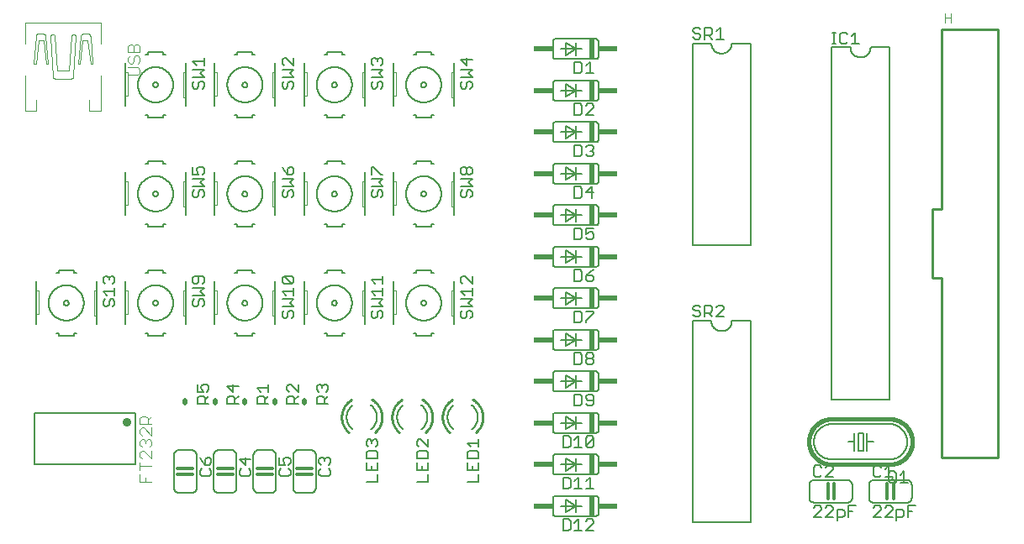
<source format=gto>
G75*
%MOIN*%
%OFA0B0*%
%FSLAX25Y25*%
%IPPOS*%
%LPD*%
%AMOC8*
5,1,8,0,0,1.08239X$1,22.5*
%
%ADD10C,0.00600*%
%ADD11C,0.01200*%
%ADD12C,0.00500*%
%ADD13R,0.02000X0.08000*%
%ADD14R,0.07500X0.02000*%
%ADD15C,0.00800*%
%ADD16C,0.03482*%
%ADD17C,0.00400*%
%ADD18C,0.01000*%
%ADD19C,0.01600*%
%ADD20C,0.02000*%
%ADD21C,0.00200*%
D10*
X0071903Y0030533D02*
X0071903Y0043533D01*
X0071905Y0043620D01*
X0071911Y0043707D01*
X0071920Y0043794D01*
X0071933Y0043880D01*
X0071950Y0043966D01*
X0071971Y0044051D01*
X0071996Y0044134D01*
X0072024Y0044217D01*
X0072055Y0044298D01*
X0072090Y0044378D01*
X0072129Y0044456D01*
X0072171Y0044533D01*
X0072216Y0044608D01*
X0072265Y0044680D01*
X0072316Y0044751D01*
X0072371Y0044819D01*
X0072428Y0044884D01*
X0072489Y0044947D01*
X0072552Y0045008D01*
X0072617Y0045065D01*
X0072685Y0045120D01*
X0072756Y0045171D01*
X0072828Y0045220D01*
X0072903Y0045265D01*
X0072980Y0045307D01*
X0073058Y0045346D01*
X0073138Y0045381D01*
X0073219Y0045412D01*
X0073302Y0045440D01*
X0073385Y0045465D01*
X0073470Y0045486D01*
X0073556Y0045503D01*
X0073642Y0045516D01*
X0073729Y0045525D01*
X0073816Y0045531D01*
X0073903Y0045533D01*
X0078903Y0045533D01*
X0078990Y0045531D01*
X0079077Y0045525D01*
X0079164Y0045516D01*
X0079250Y0045503D01*
X0079336Y0045486D01*
X0079421Y0045465D01*
X0079504Y0045440D01*
X0079587Y0045412D01*
X0079668Y0045381D01*
X0079748Y0045346D01*
X0079826Y0045307D01*
X0079903Y0045265D01*
X0079978Y0045220D01*
X0080050Y0045171D01*
X0080121Y0045120D01*
X0080189Y0045065D01*
X0080254Y0045008D01*
X0080317Y0044947D01*
X0080378Y0044884D01*
X0080435Y0044819D01*
X0080490Y0044751D01*
X0080541Y0044680D01*
X0080590Y0044608D01*
X0080635Y0044533D01*
X0080677Y0044456D01*
X0080716Y0044378D01*
X0080751Y0044298D01*
X0080782Y0044217D01*
X0080810Y0044134D01*
X0080835Y0044051D01*
X0080856Y0043966D01*
X0080873Y0043880D01*
X0080886Y0043794D01*
X0080895Y0043707D01*
X0080901Y0043620D01*
X0080903Y0043533D01*
X0080903Y0030533D01*
X0080901Y0030446D01*
X0080895Y0030359D01*
X0080886Y0030272D01*
X0080873Y0030186D01*
X0080856Y0030100D01*
X0080835Y0030015D01*
X0080810Y0029932D01*
X0080782Y0029849D01*
X0080751Y0029768D01*
X0080716Y0029688D01*
X0080677Y0029610D01*
X0080635Y0029533D01*
X0080590Y0029458D01*
X0080541Y0029386D01*
X0080490Y0029315D01*
X0080435Y0029247D01*
X0080378Y0029182D01*
X0080317Y0029119D01*
X0080254Y0029058D01*
X0080189Y0029001D01*
X0080121Y0028946D01*
X0080050Y0028895D01*
X0079978Y0028846D01*
X0079903Y0028801D01*
X0079826Y0028759D01*
X0079748Y0028720D01*
X0079668Y0028685D01*
X0079587Y0028654D01*
X0079504Y0028626D01*
X0079421Y0028601D01*
X0079336Y0028580D01*
X0079250Y0028563D01*
X0079164Y0028550D01*
X0079077Y0028541D01*
X0078990Y0028535D01*
X0078903Y0028533D01*
X0073903Y0028533D01*
X0073816Y0028535D01*
X0073729Y0028541D01*
X0073642Y0028550D01*
X0073556Y0028563D01*
X0073470Y0028580D01*
X0073385Y0028601D01*
X0073302Y0028626D01*
X0073219Y0028654D01*
X0073138Y0028685D01*
X0073058Y0028720D01*
X0072980Y0028759D01*
X0072903Y0028801D01*
X0072828Y0028846D01*
X0072756Y0028895D01*
X0072685Y0028946D01*
X0072617Y0029001D01*
X0072552Y0029058D01*
X0072489Y0029119D01*
X0072428Y0029182D01*
X0072371Y0029247D01*
X0072316Y0029315D01*
X0072265Y0029386D01*
X0072216Y0029458D01*
X0072171Y0029533D01*
X0072129Y0029610D01*
X0072090Y0029688D01*
X0072055Y0029768D01*
X0072024Y0029849D01*
X0071996Y0029932D01*
X0071971Y0030015D01*
X0071950Y0030100D01*
X0071933Y0030186D01*
X0071920Y0030272D01*
X0071911Y0030359D01*
X0071905Y0030446D01*
X0071903Y0030533D01*
X0087651Y0030533D02*
X0087651Y0043533D01*
X0087653Y0043620D01*
X0087659Y0043707D01*
X0087668Y0043794D01*
X0087681Y0043880D01*
X0087698Y0043966D01*
X0087719Y0044051D01*
X0087744Y0044134D01*
X0087772Y0044217D01*
X0087803Y0044298D01*
X0087838Y0044378D01*
X0087877Y0044456D01*
X0087919Y0044533D01*
X0087964Y0044608D01*
X0088013Y0044680D01*
X0088064Y0044751D01*
X0088119Y0044819D01*
X0088176Y0044884D01*
X0088237Y0044947D01*
X0088300Y0045008D01*
X0088365Y0045065D01*
X0088433Y0045120D01*
X0088504Y0045171D01*
X0088576Y0045220D01*
X0088651Y0045265D01*
X0088728Y0045307D01*
X0088806Y0045346D01*
X0088886Y0045381D01*
X0088967Y0045412D01*
X0089050Y0045440D01*
X0089133Y0045465D01*
X0089218Y0045486D01*
X0089304Y0045503D01*
X0089390Y0045516D01*
X0089477Y0045525D01*
X0089564Y0045531D01*
X0089651Y0045533D01*
X0094651Y0045533D01*
X0094738Y0045531D01*
X0094825Y0045525D01*
X0094912Y0045516D01*
X0094998Y0045503D01*
X0095084Y0045486D01*
X0095169Y0045465D01*
X0095252Y0045440D01*
X0095335Y0045412D01*
X0095416Y0045381D01*
X0095496Y0045346D01*
X0095574Y0045307D01*
X0095651Y0045265D01*
X0095726Y0045220D01*
X0095798Y0045171D01*
X0095869Y0045120D01*
X0095937Y0045065D01*
X0096002Y0045008D01*
X0096065Y0044947D01*
X0096126Y0044884D01*
X0096183Y0044819D01*
X0096238Y0044751D01*
X0096289Y0044680D01*
X0096338Y0044608D01*
X0096383Y0044533D01*
X0096425Y0044456D01*
X0096464Y0044378D01*
X0096499Y0044298D01*
X0096530Y0044217D01*
X0096558Y0044134D01*
X0096583Y0044051D01*
X0096604Y0043966D01*
X0096621Y0043880D01*
X0096634Y0043794D01*
X0096643Y0043707D01*
X0096649Y0043620D01*
X0096651Y0043533D01*
X0096651Y0030533D01*
X0096649Y0030446D01*
X0096643Y0030359D01*
X0096634Y0030272D01*
X0096621Y0030186D01*
X0096604Y0030100D01*
X0096583Y0030015D01*
X0096558Y0029932D01*
X0096530Y0029849D01*
X0096499Y0029768D01*
X0096464Y0029688D01*
X0096425Y0029610D01*
X0096383Y0029533D01*
X0096338Y0029458D01*
X0096289Y0029386D01*
X0096238Y0029315D01*
X0096183Y0029247D01*
X0096126Y0029182D01*
X0096065Y0029119D01*
X0096002Y0029058D01*
X0095937Y0029001D01*
X0095869Y0028946D01*
X0095798Y0028895D01*
X0095726Y0028846D01*
X0095651Y0028801D01*
X0095574Y0028759D01*
X0095496Y0028720D01*
X0095416Y0028685D01*
X0095335Y0028654D01*
X0095252Y0028626D01*
X0095169Y0028601D01*
X0095084Y0028580D01*
X0094998Y0028563D01*
X0094912Y0028550D01*
X0094825Y0028541D01*
X0094738Y0028535D01*
X0094651Y0028533D01*
X0089651Y0028533D01*
X0089564Y0028535D01*
X0089477Y0028541D01*
X0089390Y0028550D01*
X0089304Y0028563D01*
X0089218Y0028580D01*
X0089133Y0028601D01*
X0089050Y0028626D01*
X0088967Y0028654D01*
X0088886Y0028685D01*
X0088806Y0028720D01*
X0088728Y0028759D01*
X0088651Y0028801D01*
X0088576Y0028846D01*
X0088504Y0028895D01*
X0088433Y0028946D01*
X0088365Y0029001D01*
X0088300Y0029058D01*
X0088237Y0029119D01*
X0088176Y0029182D01*
X0088119Y0029247D01*
X0088064Y0029315D01*
X0088013Y0029386D01*
X0087964Y0029458D01*
X0087919Y0029533D01*
X0087877Y0029610D01*
X0087838Y0029688D01*
X0087803Y0029768D01*
X0087772Y0029849D01*
X0087744Y0029932D01*
X0087719Y0030015D01*
X0087698Y0030100D01*
X0087681Y0030186D01*
X0087668Y0030272D01*
X0087659Y0030359D01*
X0087653Y0030446D01*
X0087651Y0030533D01*
X0103399Y0030533D02*
X0103399Y0043533D01*
X0103401Y0043620D01*
X0103407Y0043707D01*
X0103416Y0043794D01*
X0103429Y0043880D01*
X0103446Y0043966D01*
X0103467Y0044051D01*
X0103492Y0044134D01*
X0103520Y0044217D01*
X0103551Y0044298D01*
X0103586Y0044378D01*
X0103625Y0044456D01*
X0103667Y0044533D01*
X0103712Y0044608D01*
X0103761Y0044680D01*
X0103812Y0044751D01*
X0103867Y0044819D01*
X0103924Y0044884D01*
X0103985Y0044947D01*
X0104048Y0045008D01*
X0104113Y0045065D01*
X0104181Y0045120D01*
X0104252Y0045171D01*
X0104324Y0045220D01*
X0104399Y0045265D01*
X0104476Y0045307D01*
X0104554Y0045346D01*
X0104634Y0045381D01*
X0104715Y0045412D01*
X0104798Y0045440D01*
X0104881Y0045465D01*
X0104966Y0045486D01*
X0105052Y0045503D01*
X0105138Y0045516D01*
X0105225Y0045525D01*
X0105312Y0045531D01*
X0105399Y0045533D01*
X0110399Y0045533D01*
X0110486Y0045531D01*
X0110573Y0045525D01*
X0110660Y0045516D01*
X0110746Y0045503D01*
X0110832Y0045486D01*
X0110917Y0045465D01*
X0111000Y0045440D01*
X0111083Y0045412D01*
X0111164Y0045381D01*
X0111244Y0045346D01*
X0111322Y0045307D01*
X0111399Y0045265D01*
X0111474Y0045220D01*
X0111546Y0045171D01*
X0111617Y0045120D01*
X0111685Y0045065D01*
X0111750Y0045008D01*
X0111813Y0044947D01*
X0111874Y0044884D01*
X0111931Y0044819D01*
X0111986Y0044751D01*
X0112037Y0044680D01*
X0112086Y0044608D01*
X0112131Y0044533D01*
X0112173Y0044456D01*
X0112212Y0044378D01*
X0112247Y0044298D01*
X0112278Y0044217D01*
X0112306Y0044134D01*
X0112331Y0044051D01*
X0112352Y0043966D01*
X0112369Y0043880D01*
X0112382Y0043794D01*
X0112391Y0043707D01*
X0112397Y0043620D01*
X0112399Y0043533D01*
X0112399Y0030533D01*
X0112397Y0030446D01*
X0112391Y0030359D01*
X0112382Y0030272D01*
X0112369Y0030186D01*
X0112352Y0030100D01*
X0112331Y0030015D01*
X0112306Y0029932D01*
X0112278Y0029849D01*
X0112247Y0029768D01*
X0112212Y0029688D01*
X0112173Y0029610D01*
X0112131Y0029533D01*
X0112086Y0029458D01*
X0112037Y0029386D01*
X0111986Y0029315D01*
X0111931Y0029247D01*
X0111874Y0029182D01*
X0111813Y0029119D01*
X0111750Y0029058D01*
X0111685Y0029001D01*
X0111617Y0028946D01*
X0111546Y0028895D01*
X0111474Y0028846D01*
X0111399Y0028801D01*
X0111322Y0028759D01*
X0111244Y0028720D01*
X0111164Y0028685D01*
X0111083Y0028654D01*
X0111000Y0028626D01*
X0110917Y0028601D01*
X0110832Y0028580D01*
X0110746Y0028563D01*
X0110660Y0028550D01*
X0110573Y0028541D01*
X0110486Y0028535D01*
X0110399Y0028533D01*
X0105399Y0028533D01*
X0105312Y0028535D01*
X0105225Y0028541D01*
X0105138Y0028550D01*
X0105052Y0028563D01*
X0104966Y0028580D01*
X0104881Y0028601D01*
X0104798Y0028626D01*
X0104715Y0028654D01*
X0104634Y0028685D01*
X0104554Y0028720D01*
X0104476Y0028759D01*
X0104399Y0028801D01*
X0104324Y0028846D01*
X0104252Y0028895D01*
X0104181Y0028946D01*
X0104113Y0029001D01*
X0104048Y0029058D01*
X0103985Y0029119D01*
X0103924Y0029182D01*
X0103867Y0029247D01*
X0103812Y0029315D01*
X0103761Y0029386D01*
X0103712Y0029458D01*
X0103667Y0029533D01*
X0103625Y0029610D01*
X0103586Y0029688D01*
X0103551Y0029768D01*
X0103520Y0029849D01*
X0103492Y0029932D01*
X0103467Y0030015D01*
X0103446Y0030100D01*
X0103429Y0030186D01*
X0103416Y0030272D01*
X0103407Y0030359D01*
X0103401Y0030446D01*
X0103399Y0030533D01*
X0119147Y0030533D02*
X0119147Y0043533D01*
X0119149Y0043620D01*
X0119155Y0043707D01*
X0119164Y0043794D01*
X0119177Y0043880D01*
X0119194Y0043966D01*
X0119215Y0044051D01*
X0119240Y0044134D01*
X0119268Y0044217D01*
X0119299Y0044298D01*
X0119334Y0044378D01*
X0119373Y0044456D01*
X0119415Y0044533D01*
X0119460Y0044608D01*
X0119509Y0044680D01*
X0119560Y0044751D01*
X0119615Y0044819D01*
X0119672Y0044884D01*
X0119733Y0044947D01*
X0119796Y0045008D01*
X0119861Y0045065D01*
X0119929Y0045120D01*
X0120000Y0045171D01*
X0120072Y0045220D01*
X0120147Y0045265D01*
X0120224Y0045307D01*
X0120302Y0045346D01*
X0120382Y0045381D01*
X0120463Y0045412D01*
X0120546Y0045440D01*
X0120629Y0045465D01*
X0120714Y0045486D01*
X0120800Y0045503D01*
X0120886Y0045516D01*
X0120973Y0045525D01*
X0121060Y0045531D01*
X0121147Y0045533D01*
X0126147Y0045533D01*
X0126234Y0045531D01*
X0126321Y0045525D01*
X0126408Y0045516D01*
X0126494Y0045503D01*
X0126580Y0045486D01*
X0126665Y0045465D01*
X0126748Y0045440D01*
X0126831Y0045412D01*
X0126912Y0045381D01*
X0126992Y0045346D01*
X0127070Y0045307D01*
X0127147Y0045265D01*
X0127222Y0045220D01*
X0127294Y0045171D01*
X0127365Y0045120D01*
X0127433Y0045065D01*
X0127498Y0045008D01*
X0127561Y0044947D01*
X0127622Y0044884D01*
X0127679Y0044819D01*
X0127734Y0044751D01*
X0127785Y0044680D01*
X0127834Y0044608D01*
X0127879Y0044533D01*
X0127921Y0044456D01*
X0127960Y0044378D01*
X0127995Y0044298D01*
X0128026Y0044217D01*
X0128054Y0044134D01*
X0128079Y0044051D01*
X0128100Y0043966D01*
X0128117Y0043880D01*
X0128130Y0043794D01*
X0128139Y0043707D01*
X0128145Y0043620D01*
X0128147Y0043533D01*
X0128147Y0030533D01*
X0128145Y0030446D01*
X0128139Y0030359D01*
X0128130Y0030272D01*
X0128117Y0030186D01*
X0128100Y0030100D01*
X0128079Y0030015D01*
X0128054Y0029932D01*
X0128026Y0029849D01*
X0127995Y0029768D01*
X0127960Y0029688D01*
X0127921Y0029610D01*
X0127879Y0029533D01*
X0127834Y0029458D01*
X0127785Y0029386D01*
X0127734Y0029315D01*
X0127679Y0029247D01*
X0127622Y0029182D01*
X0127561Y0029119D01*
X0127498Y0029058D01*
X0127433Y0029001D01*
X0127365Y0028946D01*
X0127294Y0028895D01*
X0127222Y0028846D01*
X0127147Y0028801D01*
X0127070Y0028759D01*
X0126992Y0028720D01*
X0126912Y0028685D01*
X0126831Y0028654D01*
X0126748Y0028626D01*
X0126665Y0028601D01*
X0126580Y0028580D01*
X0126494Y0028563D01*
X0126408Y0028550D01*
X0126321Y0028541D01*
X0126234Y0028535D01*
X0126147Y0028533D01*
X0121147Y0028533D01*
X0121060Y0028535D01*
X0120973Y0028541D01*
X0120886Y0028550D01*
X0120800Y0028563D01*
X0120714Y0028580D01*
X0120629Y0028601D01*
X0120546Y0028626D01*
X0120463Y0028654D01*
X0120382Y0028685D01*
X0120302Y0028720D01*
X0120224Y0028759D01*
X0120147Y0028801D01*
X0120072Y0028846D01*
X0120000Y0028895D01*
X0119929Y0028946D01*
X0119861Y0029001D01*
X0119796Y0029058D01*
X0119733Y0029119D01*
X0119672Y0029182D01*
X0119615Y0029247D01*
X0119560Y0029315D01*
X0119509Y0029386D01*
X0119460Y0029458D01*
X0119415Y0029533D01*
X0119373Y0029610D01*
X0119334Y0029688D01*
X0119299Y0029768D01*
X0119268Y0029849D01*
X0119240Y0029932D01*
X0119215Y0030015D01*
X0119194Y0030100D01*
X0119177Y0030186D01*
X0119164Y0030272D01*
X0119155Y0030359D01*
X0119149Y0030446D01*
X0119147Y0030533D01*
X0140364Y0058608D02*
X0140366Y0058760D01*
X0140372Y0058911D01*
X0140381Y0059062D01*
X0140395Y0059214D01*
X0140412Y0059364D01*
X0140433Y0059514D01*
X0140458Y0059664D01*
X0140486Y0059813D01*
X0140519Y0059961D01*
X0140555Y0060108D01*
X0140594Y0060255D01*
X0140638Y0060400D01*
X0140685Y0060544D01*
X0140736Y0060687D01*
X0140790Y0060828D01*
X0140848Y0060969D01*
X0140909Y0061107D01*
X0140974Y0061244D01*
X0141043Y0061380D01*
X0141114Y0061513D01*
X0141189Y0061645D01*
X0141268Y0061775D01*
X0141349Y0061902D01*
X0141434Y0062028D01*
X0141522Y0062152D01*
X0141613Y0062273D01*
X0141707Y0062392D01*
X0141805Y0062508D01*
X0141905Y0062622D01*
X0142007Y0062734D01*
X0142113Y0062842D01*
X0142221Y0062948D01*
X0142332Y0063052D01*
X0142446Y0063152D01*
X0142562Y0063250D01*
X0142681Y0063344D01*
X0152364Y0058608D02*
X0152362Y0058454D01*
X0152356Y0058300D01*
X0152346Y0058146D01*
X0152332Y0057992D01*
X0152315Y0057839D01*
X0152293Y0057687D01*
X0152267Y0057535D01*
X0152238Y0057383D01*
X0152204Y0057233D01*
X0152167Y0057083D01*
X0152126Y0056935D01*
X0152081Y0056787D01*
X0152032Y0056641D01*
X0151980Y0056496D01*
X0151924Y0056353D01*
X0151864Y0056210D01*
X0151801Y0056070D01*
X0151734Y0055931D01*
X0151663Y0055794D01*
X0151589Y0055659D01*
X0151512Y0055526D01*
X0151431Y0055394D01*
X0151347Y0055265D01*
X0151259Y0055138D01*
X0151168Y0055014D01*
X0151075Y0054892D01*
X0150977Y0054772D01*
X0150877Y0054655D01*
X0150774Y0054540D01*
X0150668Y0054428D01*
X0150560Y0054319D01*
X0150448Y0054213D01*
X0150334Y0054109D01*
X0150217Y0054009D01*
X0150098Y0053911D01*
X0149976Y0053817D01*
X0149851Y0053726D01*
X0152364Y0058608D02*
X0152362Y0058758D01*
X0152356Y0058909D01*
X0152347Y0059059D01*
X0152334Y0059208D01*
X0152317Y0059358D01*
X0152296Y0059507D01*
X0152272Y0059655D01*
X0152244Y0059803D01*
X0152212Y0059950D01*
X0152177Y0060096D01*
X0152137Y0060241D01*
X0152095Y0060385D01*
X0152048Y0060528D01*
X0151998Y0060670D01*
X0151945Y0060811D01*
X0151888Y0060950D01*
X0151828Y0061088D01*
X0151764Y0061224D01*
X0151697Y0061358D01*
X0151626Y0061491D01*
X0151552Y0061622D01*
X0151475Y0061751D01*
X0151394Y0061878D01*
X0151311Y0062003D01*
X0151224Y0062126D01*
X0151135Y0062247D01*
X0151042Y0062365D01*
X0150946Y0062481D01*
X0150848Y0062595D01*
X0150747Y0062706D01*
X0150642Y0062815D01*
X0150536Y0062920D01*
X0150426Y0063024D01*
X0150314Y0063124D01*
X0150200Y0063222D01*
X0150083Y0063316D01*
X0149964Y0063408D01*
X0140364Y0058608D02*
X0140366Y0058456D01*
X0140372Y0058305D01*
X0140381Y0058154D01*
X0140395Y0058002D01*
X0140412Y0057852D01*
X0140433Y0057702D01*
X0140458Y0057552D01*
X0140486Y0057403D01*
X0140519Y0057255D01*
X0140555Y0057108D01*
X0140594Y0056961D01*
X0140638Y0056816D01*
X0140685Y0056672D01*
X0140736Y0056529D01*
X0140790Y0056388D01*
X0140848Y0056247D01*
X0140909Y0056109D01*
X0140974Y0055972D01*
X0141043Y0055836D01*
X0141114Y0055703D01*
X0141189Y0055571D01*
X0141268Y0055441D01*
X0141349Y0055314D01*
X0141434Y0055188D01*
X0141522Y0055064D01*
X0141613Y0054943D01*
X0141707Y0054824D01*
X0141805Y0054708D01*
X0141905Y0054594D01*
X0142007Y0054482D01*
X0142113Y0054374D01*
X0142221Y0054268D01*
X0142332Y0054164D01*
X0142446Y0054064D01*
X0142562Y0053966D01*
X0142681Y0053872D01*
X0160364Y0058608D02*
X0160366Y0058760D01*
X0160372Y0058911D01*
X0160381Y0059062D01*
X0160395Y0059214D01*
X0160412Y0059364D01*
X0160433Y0059514D01*
X0160458Y0059664D01*
X0160486Y0059813D01*
X0160519Y0059961D01*
X0160555Y0060108D01*
X0160594Y0060255D01*
X0160638Y0060400D01*
X0160685Y0060544D01*
X0160736Y0060687D01*
X0160790Y0060828D01*
X0160848Y0060969D01*
X0160909Y0061107D01*
X0160974Y0061244D01*
X0161043Y0061380D01*
X0161114Y0061513D01*
X0161189Y0061645D01*
X0161268Y0061775D01*
X0161349Y0061902D01*
X0161434Y0062028D01*
X0161522Y0062152D01*
X0161613Y0062273D01*
X0161707Y0062392D01*
X0161805Y0062508D01*
X0161905Y0062622D01*
X0162007Y0062734D01*
X0162113Y0062842D01*
X0162221Y0062948D01*
X0162332Y0063052D01*
X0162446Y0063152D01*
X0162562Y0063250D01*
X0162681Y0063344D01*
X0172364Y0058608D02*
X0172362Y0058454D01*
X0172356Y0058300D01*
X0172346Y0058146D01*
X0172332Y0057992D01*
X0172315Y0057839D01*
X0172293Y0057687D01*
X0172267Y0057535D01*
X0172238Y0057383D01*
X0172204Y0057233D01*
X0172167Y0057083D01*
X0172126Y0056935D01*
X0172081Y0056787D01*
X0172032Y0056641D01*
X0171980Y0056496D01*
X0171924Y0056353D01*
X0171864Y0056210D01*
X0171801Y0056070D01*
X0171734Y0055931D01*
X0171663Y0055794D01*
X0171589Y0055659D01*
X0171512Y0055526D01*
X0171431Y0055394D01*
X0171347Y0055265D01*
X0171259Y0055138D01*
X0171168Y0055014D01*
X0171075Y0054892D01*
X0170977Y0054772D01*
X0170877Y0054655D01*
X0170774Y0054540D01*
X0170668Y0054428D01*
X0170560Y0054319D01*
X0170448Y0054213D01*
X0170334Y0054109D01*
X0170217Y0054009D01*
X0170098Y0053911D01*
X0169976Y0053817D01*
X0169851Y0053726D01*
X0172364Y0058608D02*
X0172362Y0058758D01*
X0172356Y0058909D01*
X0172347Y0059059D01*
X0172334Y0059208D01*
X0172317Y0059358D01*
X0172296Y0059507D01*
X0172272Y0059655D01*
X0172244Y0059803D01*
X0172212Y0059950D01*
X0172177Y0060096D01*
X0172137Y0060241D01*
X0172095Y0060385D01*
X0172048Y0060528D01*
X0171998Y0060670D01*
X0171945Y0060811D01*
X0171888Y0060950D01*
X0171828Y0061088D01*
X0171764Y0061224D01*
X0171697Y0061358D01*
X0171626Y0061491D01*
X0171552Y0061622D01*
X0171475Y0061751D01*
X0171394Y0061878D01*
X0171311Y0062003D01*
X0171224Y0062126D01*
X0171135Y0062247D01*
X0171042Y0062365D01*
X0170946Y0062481D01*
X0170848Y0062595D01*
X0170747Y0062706D01*
X0170642Y0062815D01*
X0170536Y0062920D01*
X0170426Y0063024D01*
X0170314Y0063124D01*
X0170200Y0063222D01*
X0170083Y0063316D01*
X0169964Y0063408D01*
X0160364Y0058608D02*
X0160366Y0058456D01*
X0160372Y0058305D01*
X0160381Y0058154D01*
X0160395Y0058002D01*
X0160412Y0057852D01*
X0160433Y0057702D01*
X0160458Y0057552D01*
X0160486Y0057403D01*
X0160519Y0057255D01*
X0160555Y0057108D01*
X0160594Y0056961D01*
X0160638Y0056816D01*
X0160685Y0056672D01*
X0160736Y0056529D01*
X0160790Y0056388D01*
X0160848Y0056247D01*
X0160909Y0056109D01*
X0160974Y0055972D01*
X0161043Y0055836D01*
X0161114Y0055703D01*
X0161189Y0055571D01*
X0161268Y0055441D01*
X0161349Y0055314D01*
X0161434Y0055188D01*
X0161522Y0055064D01*
X0161613Y0054943D01*
X0161707Y0054824D01*
X0161805Y0054708D01*
X0161905Y0054594D01*
X0162007Y0054482D01*
X0162113Y0054374D01*
X0162221Y0054268D01*
X0162332Y0054164D01*
X0162446Y0054064D01*
X0162562Y0053966D01*
X0162681Y0053872D01*
X0180364Y0058608D02*
X0180366Y0058760D01*
X0180372Y0058911D01*
X0180381Y0059062D01*
X0180395Y0059214D01*
X0180412Y0059364D01*
X0180433Y0059514D01*
X0180458Y0059664D01*
X0180486Y0059813D01*
X0180519Y0059961D01*
X0180555Y0060108D01*
X0180594Y0060255D01*
X0180638Y0060400D01*
X0180685Y0060544D01*
X0180736Y0060687D01*
X0180790Y0060828D01*
X0180848Y0060969D01*
X0180909Y0061107D01*
X0180974Y0061244D01*
X0181043Y0061380D01*
X0181114Y0061513D01*
X0181189Y0061645D01*
X0181268Y0061775D01*
X0181349Y0061902D01*
X0181434Y0062028D01*
X0181522Y0062152D01*
X0181613Y0062273D01*
X0181707Y0062392D01*
X0181805Y0062508D01*
X0181905Y0062622D01*
X0182007Y0062734D01*
X0182113Y0062842D01*
X0182221Y0062948D01*
X0182332Y0063052D01*
X0182446Y0063152D01*
X0182562Y0063250D01*
X0182681Y0063344D01*
X0192364Y0058608D02*
X0192362Y0058454D01*
X0192356Y0058300D01*
X0192346Y0058146D01*
X0192332Y0057992D01*
X0192315Y0057839D01*
X0192293Y0057687D01*
X0192267Y0057535D01*
X0192238Y0057383D01*
X0192204Y0057233D01*
X0192167Y0057083D01*
X0192126Y0056935D01*
X0192081Y0056787D01*
X0192032Y0056641D01*
X0191980Y0056496D01*
X0191924Y0056353D01*
X0191864Y0056210D01*
X0191801Y0056070D01*
X0191734Y0055931D01*
X0191663Y0055794D01*
X0191589Y0055659D01*
X0191512Y0055526D01*
X0191431Y0055394D01*
X0191347Y0055265D01*
X0191259Y0055138D01*
X0191168Y0055014D01*
X0191075Y0054892D01*
X0190977Y0054772D01*
X0190877Y0054655D01*
X0190774Y0054540D01*
X0190668Y0054428D01*
X0190560Y0054319D01*
X0190448Y0054213D01*
X0190334Y0054109D01*
X0190217Y0054009D01*
X0190098Y0053911D01*
X0189976Y0053817D01*
X0189851Y0053726D01*
X0192364Y0058608D02*
X0192362Y0058758D01*
X0192356Y0058909D01*
X0192347Y0059059D01*
X0192334Y0059208D01*
X0192317Y0059358D01*
X0192296Y0059507D01*
X0192272Y0059655D01*
X0192244Y0059803D01*
X0192212Y0059950D01*
X0192177Y0060096D01*
X0192137Y0060241D01*
X0192095Y0060385D01*
X0192048Y0060528D01*
X0191998Y0060670D01*
X0191945Y0060811D01*
X0191888Y0060950D01*
X0191828Y0061088D01*
X0191764Y0061224D01*
X0191697Y0061358D01*
X0191626Y0061491D01*
X0191552Y0061622D01*
X0191475Y0061751D01*
X0191394Y0061878D01*
X0191311Y0062003D01*
X0191224Y0062126D01*
X0191135Y0062247D01*
X0191042Y0062365D01*
X0190946Y0062481D01*
X0190848Y0062595D01*
X0190747Y0062706D01*
X0190642Y0062815D01*
X0190536Y0062920D01*
X0190426Y0063024D01*
X0190314Y0063124D01*
X0190200Y0063222D01*
X0190083Y0063316D01*
X0189964Y0063408D01*
X0180364Y0058608D02*
X0180366Y0058456D01*
X0180372Y0058305D01*
X0180381Y0058154D01*
X0180395Y0058002D01*
X0180412Y0057852D01*
X0180433Y0057702D01*
X0180458Y0057552D01*
X0180486Y0057403D01*
X0180519Y0057255D01*
X0180555Y0057108D01*
X0180594Y0056961D01*
X0180638Y0056816D01*
X0180685Y0056672D01*
X0180736Y0056529D01*
X0180790Y0056388D01*
X0180848Y0056247D01*
X0180909Y0056109D01*
X0180974Y0055972D01*
X0181043Y0055836D01*
X0181114Y0055703D01*
X0181189Y0055571D01*
X0181268Y0055441D01*
X0181349Y0055314D01*
X0181434Y0055188D01*
X0181522Y0055064D01*
X0181613Y0054943D01*
X0181707Y0054824D01*
X0181805Y0054708D01*
X0181905Y0054594D01*
X0182007Y0054482D01*
X0182113Y0054374D01*
X0182221Y0054268D01*
X0182332Y0054164D01*
X0182446Y0054064D01*
X0182562Y0053966D01*
X0182681Y0053872D01*
X0222170Y0053343D02*
X0222170Y0059343D01*
X0222172Y0059403D01*
X0222177Y0059464D01*
X0222186Y0059523D01*
X0222199Y0059582D01*
X0222215Y0059641D01*
X0222235Y0059698D01*
X0222258Y0059753D01*
X0222285Y0059808D01*
X0222314Y0059860D01*
X0222347Y0059911D01*
X0222383Y0059960D01*
X0222421Y0060006D01*
X0222463Y0060050D01*
X0222507Y0060092D01*
X0222553Y0060130D01*
X0222602Y0060166D01*
X0222653Y0060199D01*
X0222705Y0060228D01*
X0222760Y0060255D01*
X0222815Y0060278D01*
X0222872Y0060298D01*
X0222931Y0060314D01*
X0222990Y0060327D01*
X0223049Y0060336D01*
X0223110Y0060341D01*
X0223170Y0060343D01*
X0239170Y0060343D01*
X0239230Y0060341D01*
X0239291Y0060336D01*
X0239350Y0060327D01*
X0239409Y0060314D01*
X0239468Y0060298D01*
X0239525Y0060278D01*
X0239580Y0060255D01*
X0239635Y0060228D01*
X0239687Y0060199D01*
X0239738Y0060166D01*
X0239787Y0060130D01*
X0239833Y0060092D01*
X0239877Y0060050D01*
X0239919Y0060006D01*
X0239957Y0059960D01*
X0239993Y0059911D01*
X0240026Y0059860D01*
X0240055Y0059808D01*
X0240082Y0059753D01*
X0240105Y0059698D01*
X0240125Y0059641D01*
X0240141Y0059582D01*
X0240154Y0059523D01*
X0240163Y0059464D01*
X0240168Y0059403D01*
X0240170Y0059343D01*
X0240170Y0053343D01*
X0240168Y0053283D01*
X0240163Y0053222D01*
X0240154Y0053163D01*
X0240141Y0053104D01*
X0240125Y0053045D01*
X0240105Y0052988D01*
X0240082Y0052933D01*
X0240055Y0052878D01*
X0240026Y0052826D01*
X0239993Y0052775D01*
X0239957Y0052726D01*
X0239919Y0052680D01*
X0239877Y0052636D01*
X0239833Y0052594D01*
X0239787Y0052556D01*
X0239738Y0052520D01*
X0239687Y0052487D01*
X0239635Y0052458D01*
X0239580Y0052431D01*
X0239525Y0052408D01*
X0239468Y0052388D01*
X0239409Y0052372D01*
X0239350Y0052359D01*
X0239291Y0052350D01*
X0239230Y0052345D01*
X0239170Y0052343D01*
X0223170Y0052343D01*
X0223110Y0052345D01*
X0223049Y0052350D01*
X0222990Y0052359D01*
X0222931Y0052372D01*
X0222872Y0052388D01*
X0222815Y0052408D01*
X0222760Y0052431D01*
X0222705Y0052458D01*
X0222653Y0052487D01*
X0222602Y0052520D01*
X0222553Y0052556D01*
X0222507Y0052594D01*
X0222463Y0052636D01*
X0222421Y0052680D01*
X0222383Y0052726D01*
X0222347Y0052775D01*
X0222314Y0052826D01*
X0222285Y0052878D01*
X0222258Y0052933D01*
X0222235Y0052988D01*
X0222215Y0053045D01*
X0222199Y0053104D01*
X0222186Y0053163D01*
X0222177Y0053222D01*
X0222172Y0053283D01*
X0222170Y0053343D01*
X0225170Y0056343D02*
X0231170Y0056343D01*
X0231170Y0058843D01*
X0231170Y0056343D02*
X0231170Y0053843D01*
X0231170Y0056343D02*
X0227170Y0053843D01*
X0227170Y0058843D01*
X0231170Y0056343D01*
X0233670Y0056343D01*
X0239170Y0043847D02*
X0223170Y0043847D01*
X0223110Y0043845D01*
X0223049Y0043840D01*
X0222990Y0043831D01*
X0222931Y0043818D01*
X0222872Y0043802D01*
X0222815Y0043782D01*
X0222760Y0043759D01*
X0222705Y0043732D01*
X0222653Y0043703D01*
X0222602Y0043670D01*
X0222553Y0043634D01*
X0222507Y0043596D01*
X0222463Y0043554D01*
X0222421Y0043510D01*
X0222383Y0043464D01*
X0222347Y0043415D01*
X0222314Y0043364D01*
X0222285Y0043312D01*
X0222258Y0043257D01*
X0222235Y0043202D01*
X0222215Y0043145D01*
X0222199Y0043086D01*
X0222186Y0043027D01*
X0222177Y0042968D01*
X0222172Y0042907D01*
X0222170Y0042847D01*
X0222170Y0036847D01*
X0222172Y0036787D01*
X0222177Y0036726D01*
X0222186Y0036667D01*
X0222199Y0036608D01*
X0222215Y0036549D01*
X0222235Y0036492D01*
X0222258Y0036437D01*
X0222285Y0036382D01*
X0222314Y0036330D01*
X0222347Y0036279D01*
X0222383Y0036230D01*
X0222421Y0036184D01*
X0222463Y0036140D01*
X0222507Y0036098D01*
X0222553Y0036060D01*
X0222602Y0036024D01*
X0222653Y0035991D01*
X0222705Y0035962D01*
X0222760Y0035935D01*
X0222815Y0035912D01*
X0222872Y0035892D01*
X0222931Y0035876D01*
X0222990Y0035863D01*
X0223049Y0035854D01*
X0223110Y0035849D01*
X0223170Y0035847D01*
X0239170Y0035847D01*
X0239230Y0035849D01*
X0239291Y0035854D01*
X0239350Y0035863D01*
X0239409Y0035876D01*
X0239468Y0035892D01*
X0239525Y0035912D01*
X0239580Y0035935D01*
X0239635Y0035962D01*
X0239687Y0035991D01*
X0239738Y0036024D01*
X0239787Y0036060D01*
X0239833Y0036098D01*
X0239877Y0036140D01*
X0239919Y0036184D01*
X0239957Y0036230D01*
X0239993Y0036279D01*
X0240026Y0036330D01*
X0240055Y0036382D01*
X0240082Y0036437D01*
X0240105Y0036492D01*
X0240125Y0036549D01*
X0240141Y0036608D01*
X0240154Y0036667D01*
X0240163Y0036726D01*
X0240168Y0036787D01*
X0240170Y0036847D01*
X0240170Y0042847D01*
X0240168Y0042907D01*
X0240163Y0042968D01*
X0240154Y0043027D01*
X0240141Y0043086D01*
X0240125Y0043145D01*
X0240105Y0043202D01*
X0240082Y0043257D01*
X0240055Y0043312D01*
X0240026Y0043364D01*
X0239993Y0043415D01*
X0239957Y0043464D01*
X0239919Y0043510D01*
X0239877Y0043554D01*
X0239833Y0043596D01*
X0239787Y0043634D01*
X0239738Y0043670D01*
X0239687Y0043703D01*
X0239635Y0043732D01*
X0239580Y0043759D01*
X0239525Y0043782D01*
X0239468Y0043802D01*
X0239409Y0043818D01*
X0239350Y0043831D01*
X0239291Y0043840D01*
X0239230Y0043845D01*
X0239170Y0043847D01*
X0233670Y0039847D02*
X0231170Y0039847D01*
X0231170Y0042347D01*
X0231170Y0039847D02*
X0227170Y0042347D01*
X0227170Y0037347D01*
X0231170Y0039847D01*
X0231170Y0037347D01*
X0231170Y0039847D02*
X0225170Y0039847D01*
X0223170Y0027351D02*
X0239170Y0027351D01*
X0239230Y0027349D01*
X0239291Y0027344D01*
X0239350Y0027335D01*
X0239409Y0027322D01*
X0239468Y0027306D01*
X0239525Y0027286D01*
X0239580Y0027263D01*
X0239635Y0027236D01*
X0239687Y0027207D01*
X0239738Y0027174D01*
X0239787Y0027138D01*
X0239833Y0027100D01*
X0239877Y0027058D01*
X0239919Y0027014D01*
X0239957Y0026968D01*
X0239993Y0026919D01*
X0240026Y0026868D01*
X0240055Y0026816D01*
X0240082Y0026761D01*
X0240105Y0026706D01*
X0240125Y0026649D01*
X0240141Y0026590D01*
X0240154Y0026531D01*
X0240163Y0026472D01*
X0240168Y0026411D01*
X0240170Y0026351D01*
X0240170Y0020351D01*
X0240168Y0020291D01*
X0240163Y0020230D01*
X0240154Y0020171D01*
X0240141Y0020112D01*
X0240125Y0020053D01*
X0240105Y0019996D01*
X0240082Y0019941D01*
X0240055Y0019886D01*
X0240026Y0019834D01*
X0239993Y0019783D01*
X0239957Y0019734D01*
X0239919Y0019688D01*
X0239877Y0019644D01*
X0239833Y0019602D01*
X0239787Y0019564D01*
X0239738Y0019528D01*
X0239687Y0019495D01*
X0239635Y0019466D01*
X0239580Y0019439D01*
X0239525Y0019416D01*
X0239468Y0019396D01*
X0239409Y0019380D01*
X0239350Y0019367D01*
X0239291Y0019358D01*
X0239230Y0019353D01*
X0239170Y0019351D01*
X0223170Y0019351D01*
X0223110Y0019353D01*
X0223049Y0019358D01*
X0222990Y0019367D01*
X0222931Y0019380D01*
X0222872Y0019396D01*
X0222815Y0019416D01*
X0222760Y0019439D01*
X0222705Y0019466D01*
X0222653Y0019495D01*
X0222602Y0019528D01*
X0222553Y0019564D01*
X0222507Y0019602D01*
X0222463Y0019644D01*
X0222421Y0019688D01*
X0222383Y0019734D01*
X0222347Y0019783D01*
X0222314Y0019834D01*
X0222285Y0019886D01*
X0222258Y0019941D01*
X0222235Y0019996D01*
X0222215Y0020053D01*
X0222199Y0020112D01*
X0222186Y0020171D01*
X0222177Y0020230D01*
X0222172Y0020291D01*
X0222170Y0020351D01*
X0222170Y0026351D01*
X0222172Y0026411D01*
X0222177Y0026472D01*
X0222186Y0026531D01*
X0222199Y0026590D01*
X0222215Y0026649D01*
X0222235Y0026706D01*
X0222258Y0026761D01*
X0222285Y0026816D01*
X0222314Y0026868D01*
X0222347Y0026919D01*
X0222383Y0026968D01*
X0222421Y0027014D01*
X0222463Y0027058D01*
X0222507Y0027100D01*
X0222553Y0027138D01*
X0222602Y0027174D01*
X0222653Y0027207D01*
X0222705Y0027236D01*
X0222760Y0027263D01*
X0222815Y0027286D01*
X0222872Y0027306D01*
X0222931Y0027322D01*
X0222990Y0027335D01*
X0223049Y0027344D01*
X0223110Y0027349D01*
X0223170Y0027351D01*
X0227170Y0025851D02*
X0231170Y0023351D01*
X0231170Y0025851D01*
X0231170Y0023351D02*
X0231170Y0020851D01*
X0231170Y0023351D02*
X0227170Y0020851D01*
X0227170Y0025851D01*
X0225170Y0023351D02*
X0231170Y0023351D01*
X0233670Y0023351D01*
X0277502Y0016718D02*
X0300502Y0016718D01*
X0300502Y0096718D01*
X0293002Y0096718D01*
X0293000Y0096592D01*
X0292994Y0096467D01*
X0292984Y0096342D01*
X0292970Y0096217D01*
X0292953Y0096092D01*
X0292931Y0095968D01*
X0292906Y0095845D01*
X0292876Y0095723D01*
X0292843Y0095602D01*
X0292806Y0095482D01*
X0292766Y0095363D01*
X0292721Y0095246D01*
X0292673Y0095129D01*
X0292621Y0095015D01*
X0292566Y0094902D01*
X0292507Y0094791D01*
X0292445Y0094682D01*
X0292379Y0094575D01*
X0292310Y0094470D01*
X0292238Y0094367D01*
X0292163Y0094266D01*
X0292084Y0094168D01*
X0292002Y0094073D01*
X0291918Y0093980D01*
X0291830Y0093890D01*
X0291740Y0093802D01*
X0291647Y0093718D01*
X0291552Y0093636D01*
X0291454Y0093557D01*
X0291353Y0093482D01*
X0291250Y0093410D01*
X0291145Y0093341D01*
X0291038Y0093275D01*
X0290929Y0093213D01*
X0290818Y0093154D01*
X0290705Y0093099D01*
X0290591Y0093047D01*
X0290474Y0092999D01*
X0290357Y0092954D01*
X0290238Y0092914D01*
X0290118Y0092877D01*
X0289997Y0092844D01*
X0289875Y0092814D01*
X0289752Y0092789D01*
X0289628Y0092767D01*
X0289503Y0092750D01*
X0289378Y0092736D01*
X0289253Y0092726D01*
X0289128Y0092720D01*
X0289002Y0092718D01*
X0288876Y0092720D01*
X0288751Y0092726D01*
X0288626Y0092736D01*
X0288501Y0092750D01*
X0288376Y0092767D01*
X0288252Y0092789D01*
X0288129Y0092814D01*
X0288007Y0092844D01*
X0287886Y0092877D01*
X0287766Y0092914D01*
X0287647Y0092954D01*
X0287530Y0092999D01*
X0287413Y0093047D01*
X0287299Y0093099D01*
X0287186Y0093154D01*
X0287075Y0093213D01*
X0286966Y0093275D01*
X0286859Y0093341D01*
X0286754Y0093410D01*
X0286651Y0093482D01*
X0286550Y0093557D01*
X0286452Y0093636D01*
X0286357Y0093718D01*
X0286264Y0093802D01*
X0286174Y0093890D01*
X0286086Y0093980D01*
X0286002Y0094073D01*
X0285920Y0094168D01*
X0285841Y0094266D01*
X0285766Y0094367D01*
X0285694Y0094470D01*
X0285625Y0094575D01*
X0285559Y0094682D01*
X0285497Y0094791D01*
X0285438Y0094902D01*
X0285383Y0095015D01*
X0285331Y0095129D01*
X0285283Y0095246D01*
X0285238Y0095363D01*
X0285198Y0095482D01*
X0285161Y0095602D01*
X0285128Y0095723D01*
X0285098Y0095845D01*
X0285073Y0095968D01*
X0285051Y0096092D01*
X0285034Y0096217D01*
X0285020Y0096342D01*
X0285010Y0096467D01*
X0285004Y0096592D01*
X0285002Y0096718D01*
X0277502Y0096718D01*
X0277502Y0016718D01*
X0323809Y0026659D02*
X0323809Y0031659D01*
X0323811Y0031746D01*
X0323817Y0031833D01*
X0323826Y0031920D01*
X0323839Y0032006D01*
X0323856Y0032092D01*
X0323877Y0032177D01*
X0323902Y0032260D01*
X0323930Y0032343D01*
X0323961Y0032424D01*
X0323996Y0032504D01*
X0324035Y0032582D01*
X0324077Y0032659D01*
X0324122Y0032734D01*
X0324171Y0032806D01*
X0324222Y0032877D01*
X0324277Y0032945D01*
X0324334Y0033010D01*
X0324395Y0033073D01*
X0324458Y0033134D01*
X0324523Y0033191D01*
X0324591Y0033246D01*
X0324662Y0033297D01*
X0324734Y0033346D01*
X0324809Y0033391D01*
X0324886Y0033433D01*
X0324964Y0033472D01*
X0325044Y0033507D01*
X0325125Y0033538D01*
X0325208Y0033566D01*
X0325291Y0033591D01*
X0325376Y0033612D01*
X0325462Y0033629D01*
X0325548Y0033642D01*
X0325635Y0033651D01*
X0325722Y0033657D01*
X0325809Y0033659D01*
X0338809Y0033659D01*
X0338896Y0033657D01*
X0338983Y0033651D01*
X0339070Y0033642D01*
X0339156Y0033629D01*
X0339242Y0033612D01*
X0339327Y0033591D01*
X0339410Y0033566D01*
X0339493Y0033538D01*
X0339574Y0033507D01*
X0339654Y0033472D01*
X0339732Y0033433D01*
X0339809Y0033391D01*
X0339884Y0033346D01*
X0339956Y0033297D01*
X0340027Y0033246D01*
X0340095Y0033191D01*
X0340160Y0033134D01*
X0340223Y0033073D01*
X0340284Y0033010D01*
X0340341Y0032945D01*
X0340396Y0032877D01*
X0340447Y0032806D01*
X0340496Y0032734D01*
X0340541Y0032659D01*
X0340583Y0032582D01*
X0340622Y0032504D01*
X0340657Y0032424D01*
X0340688Y0032343D01*
X0340716Y0032260D01*
X0340741Y0032177D01*
X0340762Y0032092D01*
X0340779Y0032006D01*
X0340792Y0031920D01*
X0340801Y0031833D01*
X0340807Y0031746D01*
X0340809Y0031659D01*
X0340809Y0026659D01*
X0340807Y0026572D01*
X0340801Y0026485D01*
X0340792Y0026398D01*
X0340779Y0026312D01*
X0340762Y0026226D01*
X0340741Y0026141D01*
X0340716Y0026058D01*
X0340688Y0025975D01*
X0340657Y0025894D01*
X0340622Y0025814D01*
X0340583Y0025736D01*
X0340541Y0025659D01*
X0340496Y0025584D01*
X0340447Y0025512D01*
X0340396Y0025441D01*
X0340341Y0025373D01*
X0340284Y0025308D01*
X0340223Y0025245D01*
X0340160Y0025184D01*
X0340095Y0025127D01*
X0340027Y0025072D01*
X0339956Y0025021D01*
X0339884Y0024972D01*
X0339809Y0024927D01*
X0339732Y0024885D01*
X0339654Y0024846D01*
X0339574Y0024811D01*
X0339493Y0024780D01*
X0339410Y0024752D01*
X0339327Y0024727D01*
X0339242Y0024706D01*
X0339156Y0024689D01*
X0339070Y0024676D01*
X0338983Y0024667D01*
X0338896Y0024661D01*
X0338809Y0024659D01*
X0325809Y0024659D01*
X0325722Y0024661D01*
X0325635Y0024667D01*
X0325548Y0024676D01*
X0325462Y0024689D01*
X0325376Y0024706D01*
X0325291Y0024727D01*
X0325208Y0024752D01*
X0325125Y0024780D01*
X0325044Y0024811D01*
X0324964Y0024846D01*
X0324886Y0024885D01*
X0324809Y0024927D01*
X0324734Y0024972D01*
X0324662Y0025021D01*
X0324591Y0025072D01*
X0324523Y0025127D01*
X0324458Y0025184D01*
X0324395Y0025245D01*
X0324334Y0025308D01*
X0324277Y0025373D01*
X0324222Y0025441D01*
X0324171Y0025512D01*
X0324122Y0025584D01*
X0324077Y0025659D01*
X0324035Y0025736D01*
X0323996Y0025814D01*
X0323961Y0025894D01*
X0323930Y0025975D01*
X0323902Y0026058D01*
X0323877Y0026141D01*
X0323856Y0026226D01*
X0323839Y0026312D01*
X0323826Y0026398D01*
X0323817Y0026485D01*
X0323811Y0026572D01*
X0323809Y0026659D01*
X0332620Y0041844D02*
X0355620Y0041844D01*
X0346620Y0045344D02*
X0346620Y0048844D01*
X0349120Y0048844D01*
X0346620Y0048844D02*
X0346620Y0052344D01*
X0345120Y0052344D02*
X0345120Y0045344D01*
X0343120Y0045344D01*
X0343120Y0052344D01*
X0345120Y0052344D01*
X0341620Y0052344D02*
X0341620Y0048844D01*
X0339120Y0048844D01*
X0341620Y0048844D02*
X0341620Y0045344D01*
X0332620Y0041844D02*
X0332450Y0041846D01*
X0332279Y0041852D01*
X0332109Y0041863D01*
X0331939Y0041877D01*
X0331770Y0041896D01*
X0331601Y0041919D01*
X0331432Y0041945D01*
X0331265Y0041976D01*
X0331098Y0042011D01*
X0330932Y0042051D01*
X0330767Y0042094D01*
X0330603Y0042141D01*
X0330441Y0042192D01*
X0330279Y0042247D01*
X0330119Y0042306D01*
X0329961Y0042369D01*
X0329804Y0042435D01*
X0329649Y0042506D01*
X0329495Y0042580D01*
X0329344Y0042658D01*
X0329194Y0042740D01*
X0329046Y0042825D01*
X0328901Y0042914D01*
X0328758Y0043006D01*
X0328617Y0043102D01*
X0328478Y0043201D01*
X0328342Y0043304D01*
X0328208Y0043409D01*
X0328077Y0043518D01*
X0327949Y0043631D01*
X0327823Y0043746D01*
X0327700Y0043864D01*
X0327581Y0043985D01*
X0327464Y0044110D01*
X0327350Y0044237D01*
X0327239Y0044366D01*
X0327132Y0044499D01*
X0327028Y0044634D01*
X0326927Y0044771D01*
X0326829Y0044911D01*
X0326735Y0045053D01*
X0326645Y0045197D01*
X0326558Y0045344D01*
X0326474Y0045493D01*
X0326395Y0045643D01*
X0326319Y0045796D01*
X0326246Y0045950D01*
X0326178Y0046106D01*
X0326113Y0046264D01*
X0326052Y0046423D01*
X0325995Y0046584D01*
X0325942Y0046746D01*
X0325893Y0046909D01*
X0325848Y0047073D01*
X0325807Y0047239D01*
X0325769Y0047405D01*
X0325736Y0047573D01*
X0325708Y0047741D01*
X0325683Y0047909D01*
X0325662Y0048078D01*
X0325645Y0048248D01*
X0325633Y0048418D01*
X0325625Y0048588D01*
X0325621Y0048759D01*
X0325621Y0048929D01*
X0325625Y0049100D01*
X0325633Y0049270D01*
X0325645Y0049440D01*
X0325662Y0049610D01*
X0325683Y0049779D01*
X0325708Y0049947D01*
X0325736Y0050115D01*
X0325769Y0050283D01*
X0325807Y0050449D01*
X0325848Y0050615D01*
X0325893Y0050779D01*
X0325942Y0050942D01*
X0325995Y0051104D01*
X0326052Y0051265D01*
X0326113Y0051424D01*
X0326178Y0051582D01*
X0326246Y0051738D01*
X0326319Y0051892D01*
X0326395Y0052045D01*
X0326474Y0052195D01*
X0326558Y0052344D01*
X0326645Y0052491D01*
X0326735Y0052635D01*
X0326829Y0052777D01*
X0326927Y0052917D01*
X0327028Y0053054D01*
X0327132Y0053189D01*
X0327239Y0053322D01*
X0327350Y0053451D01*
X0327464Y0053578D01*
X0327581Y0053703D01*
X0327700Y0053824D01*
X0327823Y0053942D01*
X0327949Y0054057D01*
X0328077Y0054170D01*
X0328208Y0054279D01*
X0328342Y0054384D01*
X0328478Y0054487D01*
X0328617Y0054586D01*
X0328758Y0054682D01*
X0328901Y0054774D01*
X0329046Y0054863D01*
X0329194Y0054948D01*
X0329344Y0055030D01*
X0329495Y0055108D01*
X0329649Y0055182D01*
X0329804Y0055253D01*
X0329961Y0055319D01*
X0330119Y0055382D01*
X0330279Y0055441D01*
X0330441Y0055496D01*
X0330603Y0055547D01*
X0330767Y0055594D01*
X0330932Y0055637D01*
X0331098Y0055677D01*
X0331265Y0055712D01*
X0331432Y0055743D01*
X0331601Y0055769D01*
X0331770Y0055792D01*
X0331939Y0055811D01*
X0332109Y0055825D01*
X0332279Y0055836D01*
X0332450Y0055842D01*
X0332620Y0055844D01*
X0355620Y0055844D01*
X0355790Y0055842D01*
X0355961Y0055836D01*
X0356131Y0055825D01*
X0356301Y0055811D01*
X0356470Y0055792D01*
X0356639Y0055769D01*
X0356808Y0055743D01*
X0356975Y0055712D01*
X0357142Y0055677D01*
X0357308Y0055637D01*
X0357473Y0055594D01*
X0357637Y0055547D01*
X0357799Y0055496D01*
X0357961Y0055441D01*
X0358121Y0055382D01*
X0358279Y0055319D01*
X0358436Y0055253D01*
X0358591Y0055182D01*
X0358745Y0055108D01*
X0358896Y0055030D01*
X0359046Y0054948D01*
X0359194Y0054863D01*
X0359339Y0054774D01*
X0359482Y0054682D01*
X0359623Y0054586D01*
X0359762Y0054487D01*
X0359898Y0054384D01*
X0360032Y0054279D01*
X0360163Y0054170D01*
X0360291Y0054057D01*
X0360417Y0053942D01*
X0360540Y0053824D01*
X0360659Y0053703D01*
X0360776Y0053578D01*
X0360890Y0053451D01*
X0361001Y0053322D01*
X0361108Y0053189D01*
X0361212Y0053054D01*
X0361313Y0052917D01*
X0361411Y0052777D01*
X0361505Y0052635D01*
X0361595Y0052491D01*
X0361682Y0052344D01*
X0361766Y0052195D01*
X0361845Y0052045D01*
X0361921Y0051892D01*
X0361994Y0051738D01*
X0362062Y0051582D01*
X0362127Y0051424D01*
X0362188Y0051265D01*
X0362245Y0051104D01*
X0362298Y0050942D01*
X0362347Y0050779D01*
X0362392Y0050615D01*
X0362433Y0050449D01*
X0362471Y0050283D01*
X0362504Y0050115D01*
X0362532Y0049947D01*
X0362557Y0049779D01*
X0362578Y0049610D01*
X0362595Y0049440D01*
X0362607Y0049270D01*
X0362615Y0049100D01*
X0362619Y0048929D01*
X0362619Y0048759D01*
X0362615Y0048588D01*
X0362607Y0048418D01*
X0362595Y0048248D01*
X0362578Y0048078D01*
X0362557Y0047909D01*
X0362532Y0047741D01*
X0362504Y0047573D01*
X0362471Y0047405D01*
X0362433Y0047239D01*
X0362392Y0047073D01*
X0362347Y0046909D01*
X0362298Y0046746D01*
X0362245Y0046584D01*
X0362188Y0046423D01*
X0362127Y0046264D01*
X0362062Y0046106D01*
X0361994Y0045950D01*
X0361921Y0045796D01*
X0361845Y0045643D01*
X0361766Y0045493D01*
X0361682Y0045344D01*
X0361595Y0045197D01*
X0361505Y0045053D01*
X0361411Y0044911D01*
X0361313Y0044771D01*
X0361212Y0044634D01*
X0361108Y0044499D01*
X0361001Y0044366D01*
X0360890Y0044237D01*
X0360776Y0044110D01*
X0360659Y0043985D01*
X0360540Y0043864D01*
X0360417Y0043746D01*
X0360291Y0043631D01*
X0360163Y0043518D01*
X0360032Y0043409D01*
X0359898Y0043304D01*
X0359762Y0043201D01*
X0359623Y0043102D01*
X0359482Y0043006D01*
X0359339Y0042914D01*
X0359194Y0042825D01*
X0359046Y0042740D01*
X0358896Y0042658D01*
X0358745Y0042580D01*
X0358591Y0042506D01*
X0358436Y0042435D01*
X0358279Y0042369D01*
X0358121Y0042306D01*
X0357961Y0042247D01*
X0357799Y0042192D01*
X0357637Y0042141D01*
X0357473Y0042094D01*
X0357308Y0042051D01*
X0357142Y0042011D01*
X0356975Y0041976D01*
X0356808Y0041945D01*
X0356639Y0041919D01*
X0356470Y0041896D01*
X0356301Y0041877D01*
X0356131Y0041863D01*
X0355961Y0041852D01*
X0355790Y0041846D01*
X0355620Y0041844D01*
X0349431Y0033659D02*
X0362431Y0033659D01*
X0362518Y0033657D01*
X0362605Y0033651D01*
X0362692Y0033642D01*
X0362778Y0033629D01*
X0362864Y0033612D01*
X0362949Y0033591D01*
X0363032Y0033566D01*
X0363115Y0033538D01*
X0363196Y0033507D01*
X0363276Y0033472D01*
X0363354Y0033433D01*
X0363431Y0033391D01*
X0363506Y0033346D01*
X0363578Y0033297D01*
X0363649Y0033246D01*
X0363717Y0033191D01*
X0363782Y0033134D01*
X0363845Y0033073D01*
X0363906Y0033010D01*
X0363963Y0032945D01*
X0364018Y0032877D01*
X0364069Y0032806D01*
X0364118Y0032734D01*
X0364163Y0032659D01*
X0364205Y0032582D01*
X0364244Y0032504D01*
X0364279Y0032424D01*
X0364310Y0032343D01*
X0364338Y0032260D01*
X0364363Y0032177D01*
X0364384Y0032092D01*
X0364401Y0032006D01*
X0364414Y0031920D01*
X0364423Y0031833D01*
X0364429Y0031746D01*
X0364431Y0031659D01*
X0364431Y0026659D01*
X0364429Y0026572D01*
X0364423Y0026485D01*
X0364414Y0026398D01*
X0364401Y0026312D01*
X0364384Y0026226D01*
X0364363Y0026141D01*
X0364338Y0026058D01*
X0364310Y0025975D01*
X0364279Y0025894D01*
X0364244Y0025814D01*
X0364205Y0025736D01*
X0364163Y0025659D01*
X0364118Y0025584D01*
X0364069Y0025512D01*
X0364018Y0025441D01*
X0363963Y0025373D01*
X0363906Y0025308D01*
X0363845Y0025245D01*
X0363782Y0025184D01*
X0363717Y0025127D01*
X0363649Y0025072D01*
X0363578Y0025021D01*
X0363506Y0024972D01*
X0363431Y0024927D01*
X0363354Y0024885D01*
X0363276Y0024846D01*
X0363196Y0024811D01*
X0363115Y0024780D01*
X0363032Y0024752D01*
X0362949Y0024727D01*
X0362864Y0024706D01*
X0362778Y0024689D01*
X0362692Y0024676D01*
X0362605Y0024667D01*
X0362518Y0024661D01*
X0362431Y0024659D01*
X0349431Y0024659D01*
X0349344Y0024661D01*
X0349257Y0024667D01*
X0349170Y0024676D01*
X0349084Y0024689D01*
X0348998Y0024706D01*
X0348913Y0024727D01*
X0348830Y0024752D01*
X0348747Y0024780D01*
X0348666Y0024811D01*
X0348586Y0024846D01*
X0348508Y0024885D01*
X0348431Y0024927D01*
X0348356Y0024972D01*
X0348284Y0025021D01*
X0348213Y0025072D01*
X0348145Y0025127D01*
X0348080Y0025184D01*
X0348017Y0025245D01*
X0347956Y0025308D01*
X0347899Y0025373D01*
X0347844Y0025441D01*
X0347793Y0025512D01*
X0347744Y0025584D01*
X0347699Y0025659D01*
X0347657Y0025736D01*
X0347618Y0025814D01*
X0347583Y0025894D01*
X0347552Y0025975D01*
X0347524Y0026058D01*
X0347499Y0026141D01*
X0347478Y0026226D01*
X0347461Y0026312D01*
X0347448Y0026398D01*
X0347439Y0026485D01*
X0347433Y0026572D01*
X0347431Y0026659D01*
X0347431Y0031659D01*
X0347433Y0031746D01*
X0347439Y0031833D01*
X0347448Y0031920D01*
X0347461Y0032006D01*
X0347478Y0032092D01*
X0347499Y0032177D01*
X0347524Y0032260D01*
X0347552Y0032343D01*
X0347583Y0032424D01*
X0347618Y0032504D01*
X0347657Y0032582D01*
X0347699Y0032659D01*
X0347744Y0032734D01*
X0347793Y0032806D01*
X0347844Y0032877D01*
X0347899Y0032945D01*
X0347956Y0033010D01*
X0348017Y0033073D01*
X0348080Y0033134D01*
X0348145Y0033191D01*
X0348213Y0033246D01*
X0348284Y0033297D01*
X0348356Y0033346D01*
X0348431Y0033391D01*
X0348508Y0033433D01*
X0348586Y0033472D01*
X0348666Y0033507D01*
X0348747Y0033538D01*
X0348830Y0033566D01*
X0348913Y0033591D01*
X0348998Y0033612D01*
X0349084Y0033629D01*
X0349170Y0033642D01*
X0349257Y0033651D01*
X0349344Y0033657D01*
X0349431Y0033659D01*
X0355620Y0065458D02*
X0332620Y0065458D01*
X0332620Y0205458D01*
X0340120Y0205458D01*
X0340122Y0205332D01*
X0340128Y0205207D01*
X0340138Y0205082D01*
X0340152Y0204957D01*
X0340169Y0204832D01*
X0340191Y0204708D01*
X0340216Y0204585D01*
X0340246Y0204463D01*
X0340279Y0204342D01*
X0340316Y0204222D01*
X0340356Y0204103D01*
X0340401Y0203986D01*
X0340449Y0203869D01*
X0340501Y0203755D01*
X0340556Y0203642D01*
X0340615Y0203531D01*
X0340677Y0203422D01*
X0340743Y0203315D01*
X0340812Y0203210D01*
X0340884Y0203107D01*
X0340959Y0203006D01*
X0341038Y0202908D01*
X0341120Y0202813D01*
X0341204Y0202720D01*
X0341292Y0202630D01*
X0341382Y0202542D01*
X0341475Y0202458D01*
X0341570Y0202376D01*
X0341668Y0202297D01*
X0341769Y0202222D01*
X0341872Y0202150D01*
X0341977Y0202081D01*
X0342084Y0202015D01*
X0342193Y0201953D01*
X0342304Y0201894D01*
X0342417Y0201839D01*
X0342531Y0201787D01*
X0342648Y0201739D01*
X0342765Y0201694D01*
X0342884Y0201654D01*
X0343004Y0201617D01*
X0343125Y0201584D01*
X0343247Y0201554D01*
X0343370Y0201529D01*
X0343494Y0201507D01*
X0343619Y0201490D01*
X0343744Y0201476D01*
X0343869Y0201466D01*
X0343994Y0201460D01*
X0344120Y0201458D01*
X0344246Y0201460D01*
X0344371Y0201466D01*
X0344496Y0201476D01*
X0344621Y0201490D01*
X0344746Y0201507D01*
X0344870Y0201529D01*
X0344993Y0201554D01*
X0345115Y0201584D01*
X0345236Y0201617D01*
X0345356Y0201654D01*
X0345475Y0201694D01*
X0345592Y0201739D01*
X0345709Y0201787D01*
X0345823Y0201839D01*
X0345936Y0201894D01*
X0346047Y0201953D01*
X0346156Y0202015D01*
X0346263Y0202081D01*
X0346368Y0202150D01*
X0346471Y0202222D01*
X0346572Y0202297D01*
X0346670Y0202376D01*
X0346765Y0202458D01*
X0346858Y0202542D01*
X0346948Y0202630D01*
X0347036Y0202720D01*
X0347120Y0202813D01*
X0347202Y0202908D01*
X0347281Y0203006D01*
X0347356Y0203107D01*
X0347428Y0203210D01*
X0347497Y0203315D01*
X0347563Y0203422D01*
X0347625Y0203531D01*
X0347684Y0203642D01*
X0347739Y0203755D01*
X0347791Y0203869D01*
X0347839Y0203986D01*
X0347884Y0204103D01*
X0347924Y0204222D01*
X0347961Y0204342D01*
X0347994Y0204463D01*
X0348024Y0204585D01*
X0348049Y0204708D01*
X0348071Y0204832D01*
X0348088Y0204957D01*
X0348102Y0205082D01*
X0348112Y0205207D01*
X0348118Y0205332D01*
X0348120Y0205458D01*
X0355620Y0205458D01*
X0355620Y0065458D01*
X0300502Y0126954D02*
X0277502Y0126954D01*
X0277502Y0206954D01*
X0285002Y0206954D01*
X0285004Y0206828D01*
X0285010Y0206703D01*
X0285020Y0206578D01*
X0285034Y0206453D01*
X0285051Y0206328D01*
X0285073Y0206204D01*
X0285098Y0206081D01*
X0285128Y0205959D01*
X0285161Y0205838D01*
X0285198Y0205718D01*
X0285238Y0205599D01*
X0285283Y0205482D01*
X0285331Y0205365D01*
X0285383Y0205251D01*
X0285438Y0205138D01*
X0285497Y0205027D01*
X0285559Y0204918D01*
X0285625Y0204811D01*
X0285694Y0204706D01*
X0285766Y0204603D01*
X0285841Y0204502D01*
X0285920Y0204404D01*
X0286002Y0204309D01*
X0286086Y0204216D01*
X0286174Y0204126D01*
X0286264Y0204038D01*
X0286357Y0203954D01*
X0286452Y0203872D01*
X0286550Y0203793D01*
X0286651Y0203718D01*
X0286754Y0203646D01*
X0286859Y0203577D01*
X0286966Y0203511D01*
X0287075Y0203449D01*
X0287186Y0203390D01*
X0287299Y0203335D01*
X0287413Y0203283D01*
X0287530Y0203235D01*
X0287647Y0203190D01*
X0287766Y0203150D01*
X0287886Y0203113D01*
X0288007Y0203080D01*
X0288129Y0203050D01*
X0288252Y0203025D01*
X0288376Y0203003D01*
X0288501Y0202986D01*
X0288626Y0202972D01*
X0288751Y0202962D01*
X0288876Y0202956D01*
X0289002Y0202954D01*
X0289128Y0202956D01*
X0289253Y0202962D01*
X0289378Y0202972D01*
X0289503Y0202986D01*
X0289628Y0203003D01*
X0289752Y0203025D01*
X0289875Y0203050D01*
X0289997Y0203080D01*
X0290118Y0203113D01*
X0290238Y0203150D01*
X0290357Y0203190D01*
X0290474Y0203235D01*
X0290591Y0203283D01*
X0290705Y0203335D01*
X0290818Y0203390D01*
X0290929Y0203449D01*
X0291038Y0203511D01*
X0291145Y0203577D01*
X0291250Y0203646D01*
X0291353Y0203718D01*
X0291454Y0203793D01*
X0291552Y0203872D01*
X0291647Y0203954D01*
X0291740Y0204038D01*
X0291830Y0204126D01*
X0291918Y0204216D01*
X0292002Y0204309D01*
X0292084Y0204404D01*
X0292163Y0204502D01*
X0292238Y0204603D01*
X0292310Y0204706D01*
X0292379Y0204811D01*
X0292445Y0204918D01*
X0292507Y0205027D01*
X0292566Y0205138D01*
X0292621Y0205251D01*
X0292673Y0205365D01*
X0292721Y0205482D01*
X0292766Y0205599D01*
X0292806Y0205718D01*
X0292843Y0205838D01*
X0292876Y0205959D01*
X0292906Y0206081D01*
X0292931Y0206204D01*
X0292953Y0206328D01*
X0292970Y0206453D01*
X0292984Y0206578D01*
X0292994Y0206703D01*
X0293000Y0206828D01*
X0293002Y0206954D01*
X0300502Y0206954D01*
X0300502Y0126954D01*
X0240170Y0125328D02*
X0240170Y0119328D01*
X0240168Y0119268D01*
X0240163Y0119207D01*
X0240154Y0119148D01*
X0240141Y0119089D01*
X0240125Y0119030D01*
X0240105Y0118973D01*
X0240082Y0118918D01*
X0240055Y0118863D01*
X0240026Y0118811D01*
X0239993Y0118760D01*
X0239957Y0118711D01*
X0239919Y0118665D01*
X0239877Y0118621D01*
X0239833Y0118579D01*
X0239787Y0118541D01*
X0239738Y0118505D01*
X0239687Y0118472D01*
X0239635Y0118443D01*
X0239580Y0118416D01*
X0239525Y0118393D01*
X0239468Y0118373D01*
X0239409Y0118357D01*
X0239350Y0118344D01*
X0239291Y0118335D01*
X0239230Y0118330D01*
X0239170Y0118328D01*
X0223170Y0118328D01*
X0223110Y0118330D01*
X0223049Y0118335D01*
X0222990Y0118344D01*
X0222931Y0118357D01*
X0222872Y0118373D01*
X0222815Y0118393D01*
X0222760Y0118416D01*
X0222705Y0118443D01*
X0222653Y0118472D01*
X0222602Y0118505D01*
X0222553Y0118541D01*
X0222507Y0118579D01*
X0222463Y0118621D01*
X0222421Y0118665D01*
X0222383Y0118711D01*
X0222347Y0118760D01*
X0222314Y0118811D01*
X0222285Y0118863D01*
X0222258Y0118918D01*
X0222235Y0118973D01*
X0222215Y0119030D01*
X0222199Y0119089D01*
X0222186Y0119148D01*
X0222177Y0119207D01*
X0222172Y0119268D01*
X0222170Y0119328D01*
X0222170Y0125328D01*
X0222172Y0125388D01*
X0222177Y0125449D01*
X0222186Y0125508D01*
X0222199Y0125567D01*
X0222215Y0125626D01*
X0222235Y0125683D01*
X0222258Y0125738D01*
X0222285Y0125793D01*
X0222314Y0125845D01*
X0222347Y0125896D01*
X0222383Y0125945D01*
X0222421Y0125991D01*
X0222463Y0126035D01*
X0222507Y0126077D01*
X0222553Y0126115D01*
X0222602Y0126151D01*
X0222653Y0126184D01*
X0222705Y0126213D01*
X0222760Y0126240D01*
X0222815Y0126263D01*
X0222872Y0126283D01*
X0222931Y0126299D01*
X0222990Y0126312D01*
X0223049Y0126321D01*
X0223110Y0126326D01*
X0223170Y0126328D01*
X0239170Y0126328D01*
X0239230Y0126326D01*
X0239291Y0126321D01*
X0239350Y0126312D01*
X0239409Y0126299D01*
X0239468Y0126283D01*
X0239525Y0126263D01*
X0239580Y0126240D01*
X0239635Y0126213D01*
X0239687Y0126184D01*
X0239738Y0126151D01*
X0239787Y0126115D01*
X0239833Y0126077D01*
X0239877Y0126035D01*
X0239919Y0125991D01*
X0239957Y0125945D01*
X0239993Y0125896D01*
X0240026Y0125845D01*
X0240055Y0125793D01*
X0240082Y0125738D01*
X0240105Y0125683D01*
X0240125Y0125626D01*
X0240141Y0125567D01*
X0240154Y0125508D01*
X0240163Y0125449D01*
X0240168Y0125388D01*
X0240170Y0125328D01*
X0233670Y0122328D02*
X0231170Y0122328D01*
X0231170Y0124828D01*
X0231170Y0122328D02*
X0231170Y0119828D01*
X0231170Y0122328D02*
X0227170Y0119828D01*
X0227170Y0124828D01*
X0231170Y0122328D01*
X0225170Y0122328D01*
X0223170Y0134824D02*
X0239170Y0134824D01*
X0239230Y0134826D01*
X0239291Y0134831D01*
X0239350Y0134840D01*
X0239409Y0134853D01*
X0239468Y0134869D01*
X0239525Y0134889D01*
X0239580Y0134912D01*
X0239635Y0134939D01*
X0239687Y0134968D01*
X0239738Y0135001D01*
X0239787Y0135037D01*
X0239833Y0135075D01*
X0239877Y0135117D01*
X0239919Y0135161D01*
X0239957Y0135207D01*
X0239993Y0135256D01*
X0240026Y0135307D01*
X0240055Y0135359D01*
X0240082Y0135414D01*
X0240105Y0135469D01*
X0240125Y0135526D01*
X0240141Y0135585D01*
X0240154Y0135644D01*
X0240163Y0135703D01*
X0240168Y0135764D01*
X0240170Y0135824D01*
X0240170Y0141824D01*
X0240168Y0141884D01*
X0240163Y0141945D01*
X0240154Y0142004D01*
X0240141Y0142063D01*
X0240125Y0142122D01*
X0240105Y0142179D01*
X0240082Y0142234D01*
X0240055Y0142289D01*
X0240026Y0142341D01*
X0239993Y0142392D01*
X0239957Y0142441D01*
X0239919Y0142487D01*
X0239877Y0142531D01*
X0239833Y0142573D01*
X0239787Y0142611D01*
X0239738Y0142647D01*
X0239687Y0142680D01*
X0239635Y0142709D01*
X0239580Y0142736D01*
X0239525Y0142759D01*
X0239468Y0142779D01*
X0239409Y0142795D01*
X0239350Y0142808D01*
X0239291Y0142817D01*
X0239230Y0142822D01*
X0239170Y0142824D01*
X0223170Y0142824D01*
X0223110Y0142822D01*
X0223049Y0142817D01*
X0222990Y0142808D01*
X0222931Y0142795D01*
X0222872Y0142779D01*
X0222815Y0142759D01*
X0222760Y0142736D01*
X0222705Y0142709D01*
X0222653Y0142680D01*
X0222602Y0142647D01*
X0222553Y0142611D01*
X0222507Y0142573D01*
X0222463Y0142531D01*
X0222421Y0142487D01*
X0222383Y0142441D01*
X0222347Y0142392D01*
X0222314Y0142341D01*
X0222285Y0142289D01*
X0222258Y0142234D01*
X0222235Y0142179D01*
X0222215Y0142122D01*
X0222199Y0142063D01*
X0222186Y0142004D01*
X0222177Y0141945D01*
X0222172Y0141884D01*
X0222170Y0141824D01*
X0222170Y0135824D01*
X0222172Y0135764D01*
X0222177Y0135703D01*
X0222186Y0135644D01*
X0222199Y0135585D01*
X0222215Y0135526D01*
X0222235Y0135469D01*
X0222258Y0135414D01*
X0222285Y0135359D01*
X0222314Y0135307D01*
X0222347Y0135256D01*
X0222383Y0135207D01*
X0222421Y0135161D01*
X0222463Y0135117D01*
X0222507Y0135075D01*
X0222553Y0135037D01*
X0222602Y0135001D01*
X0222653Y0134968D01*
X0222705Y0134939D01*
X0222760Y0134912D01*
X0222815Y0134889D01*
X0222872Y0134869D01*
X0222931Y0134853D01*
X0222990Y0134840D01*
X0223049Y0134831D01*
X0223110Y0134826D01*
X0223170Y0134824D01*
X0227170Y0136324D02*
X0231170Y0138824D01*
X0231170Y0141324D01*
X0231170Y0138824D02*
X0231170Y0136324D01*
X0231170Y0138824D02*
X0225170Y0138824D01*
X0227170Y0136324D02*
X0227170Y0141324D01*
X0231170Y0138824D01*
X0233670Y0138824D01*
X0239170Y0151320D02*
X0223170Y0151320D01*
X0223110Y0151322D01*
X0223049Y0151327D01*
X0222990Y0151336D01*
X0222931Y0151349D01*
X0222872Y0151365D01*
X0222815Y0151385D01*
X0222760Y0151408D01*
X0222705Y0151435D01*
X0222653Y0151464D01*
X0222602Y0151497D01*
X0222553Y0151533D01*
X0222507Y0151571D01*
X0222463Y0151613D01*
X0222421Y0151657D01*
X0222383Y0151703D01*
X0222347Y0151752D01*
X0222314Y0151803D01*
X0222285Y0151855D01*
X0222258Y0151910D01*
X0222235Y0151965D01*
X0222215Y0152022D01*
X0222199Y0152081D01*
X0222186Y0152140D01*
X0222177Y0152199D01*
X0222172Y0152260D01*
X0222170Y0152320D01*
X0222170Y0158320D01*
X0222172Y0158380D01*
X0222177Y0158441D01*
X0222186Y0158500D01*
X0222199Y0158559D01*
X0222215Y0158618D01*
X0222235Y0158675D01*
X0222258Y0158730D01*
X0222285Y0158785D01*
X0222314Y0158837D01*
X0222347Y0158888D01*
X0222383Y0158937D01*
X0222421Y0158983D01*
X0222463Y0159027D01*
X0222507Y0159069D01*
X0222553Y0159107D01*
X0222602Y0159143D01*
X0222653Y0159176D01*
X0222705Y0159205D01*
X0222760Y0159232D01*
X0222815Y0159255D01*
X0222872Y0159275D01*
X0222931Y0159291D01*
X0222990Y0159304D01*
X0223049Y0159313D01*
X0223110Y0159318D01*
X0223170Y0159320D01*
X0239170Y0159320D01*
X0239230Y0159318D01*
X0239291Y0159313D01*
X0239350Y0159304D01*
X0239409Y0159291D01*
X0239468Y0159275D01*
X0239525Y0159255D01*
X0239580Y0159232D01*
X0239635Y0159205D01*
X0239687Y0159176D01*
X0239738Y0159143D01*
X0239787Y0159107D01*
X0239833Y0159069D01*
X0239877Y0159027D01*
X0239919Y0158983D01*
X0239957Y0158937D01*
X0239993Y0158888D01*
X0240026Y0158837D01*
X0240055Y0158785D01*
X0240082Y0158730D01*
X0240105Y0158675D01*
X0240125Y0158618D01*
X0240141Y0158559D01*
X0240154Y0158500D01*
X0240163Y0158441D01*
X0240168Y0158380D01*
X0240170Y0158320D01*
X0240170Y0152320D01*
X0240168Y0152260D01*
X0240163Y0152199D01*
X0240154Y0152140D01*
X0240141Y0152081D01*
X0240125Y0152022D01*
X0240105Y0151965D01*
X0240082Y0151910D01*
X0240055Y0151855D01*
X0240026Y0151803D01*
X0239993Y0151752D01*
X0239957Y0151703D01*
X0239919Y0151657D01*
X0239877Y0151613D01*
X0239833Y0151571D01*
X0239787Y0151533D01*
X0239738Y0151497D01*
X0239687Y0151464D01*
X0239635Y0151435D01*
X0239580Y0151408D01*
X0239525Y0151385D01*
X0239468Y0151365D01*
X0239409Y0151349D01*
X0239350Y0151336D01*
X0239291Y0151327D01*
X0239230Y0151322D01*
X0239170Y0151320D01*
X0233670Y0155320D02*
X0231170Y0155320D01*
X0231170Y0157820D01*
X0231170Y0155320D02*
X0231170Y0152820D01*
X0231170Y0155320D02*
X0227170Y0152820D01*
X0227170Y0157820D01*
X0231170Y0155320D01*
X0225170Y0155320D01*
X0223170Y0167816D02*
X0239170Y0167816D01*
X0239230Y0167818D01*
X0239291Y0167823D01*
X0239350Y0167832D01*
X0239409Y0167845D01*
X0239468Y0167861D01*
X0239525Y0167881D01*
X0239580Y0167904D01*
X0239635Y0167931D01*
X0239687Y0167960D01*
X0239738Y0167993D01*
X0239787Y0168029D01*
X0239833Y0168067D01*
X0239877Y0168109D01*
X0239919Y0168153D01*
X0239957Y0168199D01*
X0239993Y0168248D01*
X0240026Y0168299D01*
X0240055Y0168351D01*
X0240082Y0168406D01*
X0240105Y0168461D01*
X0240125Y0168518D01*
X0240141Y0168577D01*
X0240154Y0168636D01*
X0240163Y0168695D01*
X0240168Y0168756D01*
X0240170Y0168816D01*
X0240170Y0174816D01*
X0240168Y0174876D01*
X0240163Y0174937D01*
X0240154Y0174996D01*
X0240141Y0175055D01*
X0240125Y0175114D01*
X0240105Y0175171D01*
X0240082Y0175226D01*
X0240055Y0175281D01*
X0240026Y0175333D01*
X0239993Y0175384D01*
X0239957Y0175433D01*
X0239919Y0175479D01*
X0239877Y0175523D01*
X0239833Y0175565D01*
X0239787Y0175603D01*
X0239738Y0175639D01*
X0239687Y0175672D01*
X0239635Y0175701D01*
X0239580Y0175728D01*
X0239525Y0175751D01*
X0239468Y0175771D01*
X0239409Y0175787D01*
X0239350Y0175800D01*
X0239291Y0175809D01*
X0239230Y0175814D01*
X0239170Y0175816D01*
X0223170Y0175816D01*
X0223110Y0175814D01*
X0223049Y0175809D01*
X0222990Y0175800D01*
X0222931Y0175787D01*
X0222872Y0175771D01*
X0222815Y0175751D01*
X0222760Y0175728D01*
X0222705Y0175701D01*
X0222653Y0175672D01*
X0222602Y0175639D01*
X0222553Y0175603D01*
X0222507Y0175565D01*
X0222463Y0175523D01*
X0222421Y0175479D01*
X0222383Y0175433D01*
X0222347Y0175384D01*
X0222314Y0175333D01*
X0222285Y0175281D01*
X0222258Y0175226D01*
X0222235Y0175171D01*
X0222215Y0175114D01*
X0222199Y0175055D01*
X0222186Y0174996D01*
X0222177Y0174937D01*
X0222172Y0174876D01*
X0222170Y0174816D01*
X0222170Y0168816D01*
X0222172Y0168756D01*
X0222177Y0168695D01*
X0222186Y0168636D01*
X0222199Y0168577D01*
X0222215Y0168518D01*
X0222235Y0168461D01*
X0222258Y0168406D01*
X0222285Y0168351D01*
X0222314Y0168299D01*
X0222347Y0168248D01*
X0222383Y0168199D01*
X0222421Y0168153D01*
X0222463Y0168109D01*
X0222507Y0168067D01*
X0222553Y0168029D01*
X0222602Y0167993D01*
X0222653Y0167960D01*
X0222705Y0167931D01*
X0222760Y0167904D01*
X0222815Y0167881D01*
X0222872Y0167861D01*
X0222931Y0167845D01*
X0222990Y0167832D01*
X0223049Y0167823D01*
X0223110Y0167818D01*
X0223170Y0167816D01*
X0227170Y0169316D02*
X0231170Y0171816D01*
X0231170Y0174316D01*
X0231170Y0171816D02*
X0231170Y0169316D01*
X0231170Y0171816D02*
X0225170Y0171816D01*
X0227170Y0169316D02*
X0227170Y0174316D01*
X0231170Y0171816D01*
X0233670Y0171816D01*
X0239170Y0184312D02*
X0223170Y0184312D01*
X0223110Y0184314D01*
X0223049Y0184319D01*
X0222990Y0184328D01*
X0222931Y0184341D01*
X0222872Y0184357D01*
X0222815Y0184377D01*
X0222760Y0184400D01*
X0222705Y0184427D01*
X0222653Y0184456D01*
X0222602Y0184489D01*
X0222553Y0184525D01*
X0222507Y0184563D01*
X0222463Y0184605D01*
X0222421Y0184649D01*
X0222383Y0184695D01*
X0222347Y0184744D01*
X0222314Y0184795D01*
X0222285Y0184847D01*
X0222258Y0184902D01*
X0222235Y0184957D01*
X0222215Y0185014D01*
X0222199Y0185073D01*
X0222186Y0185132D01*
X0222177Y0185191D01*
X0222172Y0185252D01*
X0222170Y0185312D01*
X0222170Y0191312D01*
X0222172Y0191372D01*
X0222177Y0191433D01*
X0222186Y0191492D01*
X0222199Y0191551D01*
X0222215Y0191610D01*
X0222235Y0191667D01*
X0222258Y0191722D01*
X0222285Y0191777D01*
X0222314Y0191829D01*
X0222347Y0191880D01*
X0222383Y0191929D01*
X0222421Y0191975D01*
X0222463Y0192019D01*
X0222507Y0192061D01*
X0222553Y0192099D01*
X0222602Y0192135D01*
X0222653Y0192168D01*
X0222705Y0192197D01*
X0222760Y0192224D01*
X0222815Y0192247D01*
X0222872Y0192267D01*
X0222931Y0192283D01*
X0222990Y0192296D01*
X0223049Y0192305D01*
X0223110Y0192310D01*
X0223170Y0192312D01*
X0239170Y0192312D01*
X0239230Y0192310D01*
X0239291Y0192305D01*
X0239350Y0192296D01*
X0239409Y0192283D01*
X0239468Y0192267D01*
X0239525Y0192247D01*
X0239580Y0192224D01*
X0239635Y0192197D01*
X0239687Y0192168D01*
X0239738Y0192135D01*
X0239787Y0192099D01*
X0239833Y0192061D01*
X0239877Y0192019D01*
X0239919Y0191975D01*
X0239957Y0191929D01*
X0239993Y0191880D01*
X0240026Y0191829D01*
X0240055Y0191777D01*
X0240082Y0191722D01*
X0240105Y0191667D01*
X0240125Y0191610D01*
X0240141Y0191551D01*
X0240154Y0191492D01*
X0240163Y0191433D01*
X0240168Y0191372D01*
X0240170Y0191312D01*
X0240170Y0185312D01*
X0240168Y0185252D01*
X0240163Y0185191D01*
X0240154Y0185132D01*
X0240141Y0185073D01*
X0240125Y0185014D01*
X0240105Y0184957D01*
X0240082Y0184902D01*
X0240055Y0184847D01*
X0240026Y0184795D01*
X0239993Y0184744D01*
X0239957Y0184695D01*
X0239919Y0184649D01*
X0239877Y0184605D01*
X0239833Y0184563D01*
X0239787Y0184525D01*
X0239738Y0184489D01*
X0239687Y0184456D01*
X0239635Y0184427D01*
X0239580Y0184400D01*
X0239525Y0184377D01*
X0239468Y0184357D01*
X0239409Y0184341D01*
X0239350Y0184328D01*
X0239291Y0184319D01*
X0239230Y0184314D01*
X0239170Y0184312D01*
X0233670Y0188312D02*
X0231170Y0188312D01*
X0231170Y0190812D01*
X0231170Y0188312D02*
X0231170Y0185812D01*
X0231170Y0188312D02*
X0227170Y0185812D01*
X0227170Y0190812D01*
X0231170Y0188312D01*
X0225170Y0188312D01*
X0223170Y0200808D02*
X0239170Y0200808D01*
X0239230Y0200810D01*
X0239291Y0200815D01*
X0239350Y0200824D01*
X0239409Y0200837D01*
X0239468Y0200853D01*
X0239525Y0200873D01*
X0239580Y0200896D01*
X0239635Y0200923D01*
X0239687Y0200952D01*
X0239738Y0200985D01*
X0239787Y0201021D01*
X0239833Y0201059D01*
X0239877Y0201101D01*
X0239919Y0201145D01*
X0239957Y0201191D01*
X0239993Y0201240D01*
X0240026Y0201291D01*
X0240055Y0201343D01*
X0240082Y0201398D01*
X0240105Y0201453D01*
X0240125Y0201510D01*
X0240141Y0201569D01*
X0240154Y0201628D01*
X0240163Y0201687D01*
X0240168Y0201748D01*
X0240170Y0201808D01*
X0240170Y0207808D01*
X0240168Y0207868D01*
X0240163Y0207929D01*
X0240154Y0207988D01*
X0240141Y0208047D01*
X0240125Y0208106D01*
X0240105Y0208163D01*
X0240082Y0208218D01*
X0240055Y0208273D01*
X0240026Y0208325D01*
X0239993Y0208376D01*
X0239957Y0208425D01*
X0239919Y0208471D01*
X0239877Y0208515D01*
X0239833Y0208557D01*
X0239787Y0208595D01*
X0239738Y0208631D01*
X0239687Y0208664D01*
X0239635Y0208693D01*
X0239580Y0208720D01*
X0239525Y0208743D01*
X0239468Y0208763D01*
X0239409Y0208779D01*
X0239350Y0208792D01*
X0239291Y0208801D01*
X0239230Y0208806D01*
X0239170Y0208808D01*
X0223170Y0208808D01*
X0223110Y0208806D01*
X0223049Y0208801D01*
X0222990Y0208792D01*
X0222931Y0208779D01*
X0222872Y0208763D01*
X0222815Y0208743D01*
X0222760Y0208720D01*
X0222705Y0208693D01*
X0222653Y0208664D01*
X0222602Y0208631D01*
X0222553Y0208595D01*
X0222507Y0208557D01*
X0222463Y0208515D01*
X0222421Y0208471D01*
X0222383Y0208425D01*
X0222347Y0208376D01*
X0222314Y0208325D01*
X0222285Y0208273D01*
X0222258Y0208218D01*
X0222235Y0208163D01*
X0222215Y0208106D01*
X0222199Y0208047D01*
X0222186Y0207988D01*
X0222177Y0207929D01*
X0222172Y0207868D01*
X0222170Y0207808D01*
X0222170Y0201808D01*
X0222172Y0201748D01*
X0222177Y0201687D01*
X0222186Y0201628D01*
X0222199Y0201569D01*
X0222215Y0201510D01*
X0222235Y0201453D01*
X0222258Y0201398D01*
X0222285Y0201343D01*
X0222314Y0201291D01*
X0222347Y0201240D01*
X0222383Y0201191D01*
X0222421Y0201145D01*
X0222463Y0201101D01*
X0222507Y0201059D01*
X0222553Y0201021D01*
X0222602Y0200985D01*
X0222653Y0200952D01*
X0222705Y0200923D01*
X0222760Y0200896D01*
X0222815Y0200873D01*
X0222872Y0200853D01*
X0222931Y0200837D01*
X0222990Y0200824D01*
X0223049Y0200815D01*
X0223110Y0200810D01*
X0223170Y0200808D01*
X0227170Y0202308D02*
X0231170Y0204808D01*
X0231170Y0207308D01*
X0231170Y0204808D02*
X0231170Y0202308D01*
X0231170Y0204808D02*
X0225170Y0204808D01*
X0227170Y0202308D02*
X0227170Y0207308D01*
X0231170Y0204808D01*
X0233670Y0204808D01*
X0182891Y0199076D02*
X0182891Y0195576D01*
X0182891Y0185576D01*
X0182891Y0182076D01*
X0174891Y0178576D02*
X0173891Y0178576D01*
X0173891Y0177576D01*
X0167891Y0177576D01*
X0167891Y0178576D01*
X0166891Y0178576D01*
X0158891Y0182076D02*
X0158891Y0186076D01*
X0158891Y0195576D01*
X0158891Y0199076D01*
X0166891Y0202576D02*
X0167891Y0202576D01*
X0167891Y0203576D01*
X0173891Y0203576D01*
X0173891Y0202576D01*
X0174891Y0202576D01*
X0169891Y0190576D02*
X0169893Y0190639D01*
X0169899Y0190701D01*
X0169909Y0190763D01*
X0169922Y0190825D01*
X0169940Y0190885D01*
X0169961Y0190944D01*
X0169986Y0191002D01*
X0170015Y0191058D01*
X0170047Y0191112D01*
X0170082Y0191164D01*
X0170120Y0191213D01*
X0170162Y0191261D01*
X0170206Y0191305D01*
X0170254Y0191347D01*
X0170303Y0191385D01*
X0170355Y0191420D01*
X0170409Y0191452D01*
X0170465Y0191481D01*
X0170523Y0191506D01*
X0170582Y0191527D01*
X0170642Y0191545D01*
X0170704Y0191558D01*
X0170766Y0191568D01*
X0170828Y0191574D01*
X0170891Y0191576D01*
X0170954Y0191574D01*
X0171016Y0191568D01*
X0171078Y0191558D01*
X0171140Y0191545D01*
X0171200Y0191527D01*
X0171259Y0191506D01*
X0171317Y0191481D01*
X0171373Y0191452D01*
X0171427Y0191420D01*
X0171479Y0191385D01*
X0171528Y0191347D01*
X0171576Y0191305D01*
X0171620Y0191261D01*
X0171662Y0191213D01*
X0171700Y0191164D01*
X0171735Y0191112D01*
X0171767Y0191058D01*
X0171796Y0191002D01*
X0171821Y0190944D01*
X0171842Y0190885D01*
X0171860Y0190825D01*
X0171873Y0190763D01*
X0171883Y0190701D01*
X0171889Y0190639D01*
X0171891Y0190576D01*
X0171889Y0190513D01*
X0171883Y0190451D01*
X0171873Y0190389D01*
X0171860Y0190327D01*
X0171842Y0190267D01*
X0171821Y0190208D01*
X0171796Y0190150D01*
X0171767Y0190094D01*
X0171735Y0190040D01*
X0171700Y0189988D01*
X0171662Y0189939D01*
X0171620Y0189891D01*
X0171576Y0189847D01*
X0171528Y0189805D01*
X0171479Y0189767D01*
X0171427Y0189732D01*
X0171373Y0189700D01*
X0171317Y0189671D01*
X0171259Y0189646D01*
X0171200Y0189625D01*
X0171140Y0189607D01*
X0171078Y0189594D01*
X0171016Y0189584D01*
X0170954Y0189578D01*
X0170891Y0189576D01*
X0170828Y0189578D01*
X0170766Y0189584D01*
X0170704Y0189594D01*
X0170642Y0189607D01*
X0170582Y0189625D01*
X0170523Y0189646D01*
X0170465Y0189671D01*
X0170409Y0189700D01*
X0170355Y0189732D01*
X0170303Y0189767D01*
X0170254Y0189805D01*
X0170206Y0189847D01*
X0170162Y0189891D01*
X0170120Y0189939D01*
X0170082Y0189988D01*
X0170047Y0190040D01*
X0170015Y0190094D01*
X0169986Y0190150D01*
X0169961Y0190208D01*
X0169940Y0190267D01*
X0169922Y0190327D01*
X0169909Y0190389D01*
X0169899Y0190451D01*
X0169893Y0190513D01*
X0169891Y0190576D01*
X0163891Y0190576D02*
X0163893Y0190748D01*
X0163899Y0190919D01*
X0163910Y0191091D01*
X0163925Y0191262D01*
X0163944Y0191433D01*
X0163967Y0191603D01*
X0163994Y0191773D01*
X0164026Y0191942D01*
X0164061Y0192110D01*
X0164101Y0192277D01*
X0164145Y0192443D01*
X0164192Y0192608D01*
X0164244Y0192772D01*
X0164300Y0192934D01*
X0164360Y0193095D01*
X0164424Y0193255D01*
X0164492Y0193413D01*
X0164563Y0193569D01*
X0164638Y0193723D01*
X0164718Y0193876D01*
X0164800Y0194026D01*
X0164887Y0194175D01*
X0164977Y0194321D01*
X0165071Y0194465D01*
X0165168Y0194607D01*
X0165269Y0194746D01*
X0165373Y0194883D01*
X0165480Y0195017D01*
X0165591Y0195148D01*
X0165704Y0195277D01*
X0165821Y0195403D01*
X0165941Y0195526D01*
X0166064Y0195646D01*
X0166190Y0195763D01*
X0166319Y0195876D01*
X0166450Y0195987D01*
X0166584Y0196094D01*
X0166721Y0196198D01*
X0166860Y0196299D01*
X0167002Y0196396D01*
X0167146Y0196490D01*
X0167292Y0196580D01*
X0167441Y0196667D01*
X0167591Y0196749D01*
X0167744Y0196829D01*
X0167898Y0196904D01*
X0168054Y0196975D01*
X0168212Y0197043D01*
X0168372Y0197107D01*
X0168533Y0197167D01*
X0168695Y0197223D01*
X0168859Y0197275D01*
X0169024Y0197322D01*
X0169190Y0197366D01*
X0169357Y0197406D01*
X0169525Y0197441D01*
X0169694Y0197473D01*
X0169864Y0197500D01*
X0170034Y0197523D01*
X0170205Y0197542D01*
X0170376Y0197557D01*
X0170548Y0197568D01*
X0170719Y0197574D01*
X0170891Y0197576D01*
X0171063Y0197574D01*
X0171234Y0197568D01*
X0171406Y0197557D01*
X0171577Y0197542D01*
X0171748Y0197523D01*
X0171918Y0197500D01*
X0172088Y0197473D01*
X0172257Y0197441D01*
X0172425Y0197406D01*
X0172592Y0197366D01*
X0172758Y0197322D01*
X0172923Y0197275D01*
X0173087Y0197223D01*
X0173249Y0197167D01*
X0173410Y0197107D01*
X0173570Y0197043D01*
X0173728Y0196975D01*
X0173884Y0196904D01*
X0174038Y0196829D01*
X0174191Y0196749D01*
X0174341Y0196667D01*
X0174490Y0196580D01*
X0174636Y0196490D01*
X0174780Y0196396D01*
X0174922Y0196299D01*
X0175061Y0196198D01*
X0175198Y0196094D01*
X0175332Y0195987D01*
X0175463Y0195876D01*
X0175592Y0195763D01*
X0175718Y0195646D01*
X0175841Y0195526D01*
X0175961Y0195403D01*
X0176078Y0195277D01*
X0176191Y0195148D01*
X0176302Y0195017D01*
X0176409Y0194883D01*
X0176513Y0194746D01*
X0176614Y0194607D01*
X0176711Y0194465D01*
X0176805Y0194321D01*
X0176895Y0194175D01*
X0176982Y0194026D01*
X0177064Y0193876D01*
X0177144Y0193723D01*
X0177219Y0193569D01*
X0177290Y0193413D01*
X0177358Y0193255D01*
X0177422Y0193095D01*
X0177482Y0192934D01*
X0177538Y0192772D01*
X0177590Y0192608D01*
X0177637Y0192443D01*
X0177681Y0192277D01*
X0177721Y0192110D01*
X0177756Y0191942D01*
X0177788Y0191773D01*
X0177815Y0191603D01*
X0177838Y0191433D01*
X0177857Y0191262D01*
X0177872Y0191091D01*
X0177883Y0190919D01*
X0177889Y0190748D01*
X0177891Y0190576D01*
X0177889Y0190404D01*
X0177883Y0190233D01*
X0177872Y0190061D01*
X0177857Y0189890D01*
X0177838Y0189719D01*
X0177815Y0189549D01*
X0177788Y0189379D01*
X0177756Y0189210D01*
X0177721Y0189042D01*
X0177681Y0188875D01*
X0177637Y0188709D01*
X0177590Y0188544D01*
X0177538Y0188380D01*
X0177482Y0188218D01*
X0177422Y0188057D01*
X0177358Y0187897D01*
X0177290Y0187739D01*
X0177219Y0187583D01*
X0177144Y0187429D01*
X0177064Y0187276D01*
X0176982Y0187126D01*
X0176895Y0186977D01*
X0176805Y0186831D01*
X0176711Y0186687D01*
X0176614Y0186545D01*
X0176513Y0186406D01*
X0176409Y0186269D01*
X0176302Y0186135D01*
X0176191Y0186004D01*
X0176078Y0185875D01*
X0175961Y0185749D01*
X0175841Y0185626D01*
X0175718Y0185506D01*
X0175592Y0185389D01*
X0175463Y0185276D01*
X0175332Y0185165D01*
X0175198Y0185058D01*
X0175061Y0184954D01*
X0174922Y0184853D01*
X0174780Y0184756D01*
X0174636Y0184662D01*
X0174490Y0184572D01*
X0174341Y0184485D01*
X0174191Y0184403D01*
X0174038Y0184323D01*
X0173884Y0184248D01*
X0173728Y0184177D01*
X0173570Y0184109D01*
X0173410Y0184045D01*
X0173249Y0183985D01*
X0173087Y0183929D01*
X0172923Y0183877D01*
X0172758Y0183830D01*
X0172592Y0183786D01*
X0172425Y0183746D01*
X0172257Y0183711D01*
X0172088Y0183679D01*
X0171918Y0183652D01*
X0171748Y0183629D01*
X0171577Y0183610D01*
X0171406Y0183595D01*
X0171234Y0183584D01*
X0171063Y0183578D01*
X0170891Y0183576D01*
X0170719Y0183578D01*
X0170548Y0183584D01*
X0170376Y0183595D01*
X0170205Y0183610D01*
X0170034Y0183629D01*
X0169864Y0183652D01*
X0169694Y0183679D01*
X0169525Y0183711D01*
X0169357Y0183746D01*
X0169190Y0183786D01*
X0169024Y0183830D01*
X0168859Y0183877D01*
X0168695Y0183929D01*
X0168533Y0183985D01*
X0168372Y0184045D01*
X0168212Y0184109D01*
X0168054Y0184177D01*
X0167898Y0184248D01*
X0167744Y0184323D01*
X0167591Y0184403D01*
X0167441Y0184485D01*
X0167292Y0184572D01*
X0167146Y0184662D01*
X0167002Y0184756D01*
X0166860Y0184853D01*
X0166721Y0184954D01*
X0166584Y0185058D01*
X0166450Y0185165D01*
X0166319Y0185276D01*
X0166190Y0185389D01*
X0166064Y0185506D01*
X0165941Y0185626D01*
X0165821Y0185749D01*
X0165704Y0185875D01*
X0165591Y0186004D01*
X0165480Y0186135D01*
X0165373Y0186269D01*
X0165269Y0186406D01*
X0165168Y0186545D01*
X0165071Y0186687D01*
X0164977Y0186831D01*
X0164887Y0186977D01*
X0164800Y0187126D01*
X0164718Y0187276D01*
X0164638Y0187429D01*
X0164563Y0187583D01*
X0164492Y0187739D01*
X0164424Y0187897D01*
X0164360Y0188057D01*
X0164300Y0188218D01*
X0164244Y0188380D01*
X0164192Y0188544D01*
X0164145Y0188709D01*
X0164101Y0188875D01*
X0164061Y0189042D01*
X0164026Y0189210D01*
X0163994Y0189379D01*
X0163967Y0189549D01*
X0163944Y0189719D01*
X0163925Y0189890D01*
X0163910Y0190061D01*
X0163899Y0190233D01*
X0163893Y0190404D01*
X0163891Y0190576D01*
X0147458Y0185576D02*
X0147458Y0182076D01*
X0147458Y0185576D02*
X0147458Y0195576D01*
X0147458Y0199076D01*
X0139458Y0202576D02*
X0138458Y0202576D01*
X0138458Y0203576D01*
X0132458Y0203576D01*
X0132458Y0202576D01*
X0131458Y0202576D01*
X0123458Y0199076D02*
X0123458Y0195576D01*
X0123458Y0186076D01*
X0123458Y0182076D01*
X0131458Y0178576D02*
X0132458Y0178576D01*
X0132458Y0177576D01*
X0138458Y0177576D01*
X0138458Y0178576D01*
X0139458Y0178576D01*
X0134458Y0190576D02*
X0134460Y0190639D01*
X0134466Y0190701D01*
X0134476Y0190763D01*
X0134489Y0190825D01*
X0134507Y0190885D01*
X0134528Y0190944D01*
X0134553Y0191002D01*
X0134582Y0191058D01*
X0134614Y0191112D01*
X0134649Y0191164D01*
X0134687Y0191213D01*
X0134729Y0191261D01*
X0134773Y0191305D01*
X0134821Y0191347D01*
X0134870Y0191385D01*
X0134922Y0191420D01*
X0134976Y0191452D01*
X0135032Y0191481D01*
X0135090Y0191506D01*
X0135149Y0191527D01*
X0135209Y0191545D01*
X0135271Y0191558D01*
X0135333Y0191568D01*
X0135395Y0191574D01*
X0135458Y0191576D01*
X0135521Y0191574D01*
X0135583Y0191568D01*
X0135645Y0191558D01*
X0135707Y0191545D01*
X0135767Y0191527D01*
X0135826Y0191506D01*
X0135884Y0191481D01*
X0135940Y0191452D01*
X0135994Y0191420D01*
X0136046Y0191385D01*
X0136095Y0191347D01*
X0136143Y0191305D01*
X0136187Y0191261D01*
X0136229Y0191213D01*
X0136267Y0191164D01*
X0136302Y0191112D01*
X0136334Y0191058D01*
X0136363Y0191002D01*
X0136388Y0190944D01*
X0136409Y0190885D01*
X0136427Y0190825D01*
X0136440Y0190763D01*
X0136450Y0190701D01*
X0136456Y0190639D01*
X0136458Y0190576D01*
X0136456Y0190513D01*
X0136450Y0190451D01*
X0136440Y0190389D01*
X0136427Y0190327D01*
X0136409Y0190267D01*
X0136388Y0190208D01*
X0136363Y0190150D01*
X0136334Y0190094D01*
X0136302Y0190040D01*
X0136267Y0189988D01*
X0136229Y0189939D01*
X0136187Y0189891D01*
X0136143Y0189847D01*
X0136095Y0189805D01*
X0136046Y0189767D01*
X0135994Y0189732D01*
X0135940Y0189700D01*
X0135884Y0189671D01*
X0135826Y0189646D01*
X0135767Y0189625D01*
X0135707Y0189607D01*
X0135645Y0189594D01*
X0135583Y0189584D01*
X0135521Y0189578D01*
X0135458Y0189576D01*
X0135395Y0189578D01*
X0135333Y0189584D01*
X0135271Y0189594D01*
X0135209Y0189607D01*
X0135149Y0189625D01*
X0135090Y0189646D01*
X0135032Y0189671D01*
X0134976Y0189700D01*
X0134922Y0189732D01*
X0134870Y0189767D01*
X0134821Y0189805D01*
X0134773Y0189847D01*
X0134729Y0189891D01*
X0134687Y0189939D01*
X0134649Y0189988D01*
X0134614Y0190040D01*
X0134582Y0190094D01*
X0134553Y0190150D01*
X0134528Y0190208D01*
X0134507Y0190267D01*
X0134489Y0190327D01*
X0134476Y0190389D01*
X0134466Y0190451D01*
X0134460Y0190513D01*
X0134458Y0190576D01*
X0128458Y0190576D02*
X0128460Y0190748D01*
X0128466Y0190919D01*
X0128477Y0191091D01*
X0128492Y0191262D01*
X0128511Y0191433D01*
X0128534Y0191603D01*
X0128561Y0191773D01*
X0128593Y0191942D01*
X0128628Y0192110D01*
X0128668Y0192277D01*
X0128712Y0192443D01*
X0128759Y0192608D01*
X0128811Y0192772D01*
X0128867Y0192934D01*
X0128927Y0193095D01*
X0128991Y0193255D01*
X0129059Y0193413D01*
X0129130Y0193569D01*
X0129205Y0193723D01*
X0129285Y0193876D01*
X0129367Y0194026D01*
X0129454Y0194175D01*
X0129544Y0194321D01*
X0129638Y0194465D01*
X0129735Y0194607D01*
X0129836Y0194746D01*
X0129940Y0194883D01*
X0130047Y0195017D01*
X0130158Y0195148D01*
X0130271Y0195277D01*
X0130388Y0195403D01*
X0130508Y0195526D01*
X0130631Y0195646D01*
X0130757Y0195763D01*
X0130886Y0195876D01*
X0131017Y0195987D01*
X0131151Y0196094D01*
X0131288Y0196198D01*
X0131427Y0196299D01*
X0131569Y0196396D01*
X0131713Y0196490D01*
X0131859Y0196580D01*
X0132008Y0196667D01*
X0132158Y0196749D01*
X0132311Y0196829D01*
X0132465Y0196904D01*
X0132621Y0196975D01*
X0132779Y0197043D01*
X0132939Y0197107D01*
X0133100Y0197167D01*
X0133262Y0197223D01*
X0133426Y0197275D01*
X0133591Y0197322D01*
X0133757Y0197366D01*
X0133924Y0197406D01*
X0134092Y0197441D01*
X0134261Y0197473D01*
X0134431Y0197500D01*
X0134601Y0197523D01*
X0134772Y0197542D01*
X0134943Y0197557D01*
X0135115Y0197568D01*
X0135286Y0197574D01*
X0135458Y0197576D01*
X0135630Y0197574D01*
X0135801Y0197568D01*
X0135973Y0197557D01*
X0136144Y0197542D01*
X0136315Y0197523D01*
X0136485Y0197500D01*
X0136655Y0197473D01*
X0136824Y0197441D01*
X0136992Y0197406D01*
X0137159Y0197366D01*
X0137325Y0197322D01*
X0137490Y0197275D01*
X0137654Y0197223D01*
X0137816Y0197167D01*
X0137977Y0197107D01*
X0138137Y0197043D01*
X0138295Y0196975D01*
X0138451Y0196904D01*
X0138605Y0196829D01*
X0138758Y0196749D01*
X0138908Y0196667D01*
X0139057Y0196580D01*
X0139203Y0196490D01*
X0139347Y0196396D01*
X0139489Y0196299D01*
X0139628Y0196198D01*
X0139765Y0196094D01*
X0139899Y0195987D01*
X0140030Y0195876D01*
X0140159Y0195763D01*
X0140285Y0195646D01*
X0140408Y0195526D01*
X0140528Y0195403D01*
X0140645Y0195277D01*
X0140758Y0195148D01*
X0140869Y0195017D01*
X0140976Y0194883D01*
X0141080Y0194746D01*
X0141181Y0194607D01*
X0141278Y0194465D01*
X0141372Y0194321D01*
X0141462Y0194175D01*
X0141549Y0194026D01*
X0141631Y0193876D01*
X0141711Y0193723D01*
X0141786Y0193569D01*
X0141857Y0193413D01*
X0141925Y0193255D01*
X0141989Y0193095D01*
X0142049Y0192934D01*
X0142105Y0192772D01*
X0142157Y0192608D01*
X0142204Y0192443D01*
X0142248Y0192277D01*
X0142288Y0192110D01*
X0142323Y0191942D01*
X0142355Y0191773D01*
X0142382Y0191603D01*
X0142405Y0191433D01*
X0142424Y0191262D01*
X0142439Y0191091D01*
X0142450Y0190919D01*
X0142456Y0190748D01*
X0142458Y0190576D01*
X0142456Y0190404D01*
X0142450Y0190233D01*
X0142439Y0190061D01*
X0142424Y0189890D01*
X0142405Y0189719D01*
X0142382Y0189549D01*
X0142355Y0189379D01*
X0142323Y0189210D01*
X0142288Y0189042D01*
X0142248Y0188875D01*
X0142204Y0188709D01*
X0142157Y0188544D01*
X0142105Y0188380D01*
X0142049Y0188218D01*
X0141989Y0188057D01*
X0141925Y0187897D01*
X0141857Y0187739D01*
X0141786Y0187583D01*
X0141711Y0187429D01*
X0141631Y0187276D01*
X0141549Y0187126D01*
X0141462Y0186977D01*
X0141372Y0186831D01*
X0141278Y0186687D01*
X0141181Y0186545D01*
X0141080Y0186406D01*
X0140976Y0186269D01*
X0140869Y0186135D01*
X0140758Y0186004D01*
X0140645Y0185875D01*
X0140528Y0185749D01*
X0140408Y0185626D01*
X0140285Y0185506D01*
X0140159Y0185389D01*
X0140030Y0185276D01*
X0139899Y0185165D01*
X0139765Y0185058D01*
X0139628Y0184954D01*
X0139489Y0184853D01*
X0139347Y0184756D01*
X0139203Y0184662D01*
X0139057Y0184572D01*
X0138908Y0184485D01*
X0138758Y0184403D01*
X0138605Y0184323D01*
X0138451Y0184248D01*
X0138295Y0184177D01*
X0138137Y0184109D01*
X0137977Y0184045D01*
X0137816Y0183985D01*
X0137654Y0183929D01*
X0137490Y0183877D01*
X0137325Y0183830D01*
X0137159Y0183786D01*
X0136992Y0183746D01*
X0136824Y0183711D01*
X0136655Y0183679D01*
X0136485Y0183652D01*
X0136315Y0183629D01*
X0136144Y0183610D01*
X0135973Y0183595D01*
X0135801Y0183584D01*
X0135630Y0183578D01*
X0135458Y0183576D01*
X0135286Y0183578D01*
X0135115Y0183584D01*
X0134943Y0183595D01*
X0134772Y0183610D01*
X0134601Y0183629D01*
X0134431Y0183652D01*
X0134261Y0183679D01*
X0134092Y0183711D01*
X0133924Y0183746D01*
X0133757Y0183786D01*
X0133591Y0183830D01*
X0133426Y0183877D01*
X0133262Y0183929D01*
X0133100Y0183985D01*
X0132939Y0184045D01*
X0132779Y0184109D01*
X0132621Y0184177D01*
X0132465Y0184248D01*
X0132311Y0184323D01*
X0132158Y0184403D01*
X0132008Y0184485D01*
X0131859Y0184572D01*
X0131713Y0184662D01*
X0131569Y0184756D01*
X0131427Y0184853D01*
X0131288Y0184954D01*
X0131151Y0185058D01*
X0131017Y0185165D01*
X0130886Y0185276D01*
X0130757Y0185389D01*
X0130631Y0185506D01*
X0130508Y0185626D01*
X0130388Y0185749D01*
X0130271Y0185875D01*
X0130158Y0186004D01*
X0130047Y0186135D01*
X0129940Y0186269D01*
X0129836Y0186406D01*
X0129735Y0186545D01*
X0129638Y0186687D01*
X0129544Y0186831D01*
X0129454Y0186977D01*
X0129367Y0187126D01*
X0129285Y0187276D01*
X0129205Y0187429D01*
X0129130Y0187583D01*
X0129059Y0187739D01*
X0128991Y0187897D01*
X0128927Y0188057D01*
X0128867Y0188218D01*
X0128811Y0188380D01*
X0128759Y0188544D01*
X0128712Y0188709D01*
X0128668Y0188875D01*
X0128628Y0189042D01*
X0128593Y0189210D01*
X0128561Y0189379D01*
X0128534Y0189549D01*
X0128511Y0189719D01*
X0128492Y0189890D01*
X0128477Y0190061D01*
X0128466Y0190233D01*
X0128460Y0190404D01*
X0128458Y0190576D01*
X0112025Y0185576D02*
X0112025Y0182076D01*
X0112025Y0185576D02*
X0112025Y0195576D01*
X0112025Y0199076D01*
X0104025Y0202576D02*
X0103025Y0202576D01*
X0103025Y0203576D01*
X0097025Y0203576D01*
X0097025Y0202576D01*
X0096025Y0202576D01*
X0088025Y0199076D02*
X0088025Y0195576D01*
X0088025Y0186076D01*
X0088025Y0182076D01*
X0096025Y0178576D02*
X0097025Y0178576D01*
X0097025Y0177576D01*
X0103025Y0177576D01*
X0103025Y0178576D01*
X0104025Y0178576D01*
X0099025Y0190576D02*
X0099027Y0190639D01*
X0099033Y0190701D01*
X0099043Y0190763D01*
X0099056Y0190825D01*
X0099074Y0190885D01*
X0099095Y0190944D01*
X0099120Y0191002D01*
X0099149Y0191058D01*
X0099181Y0191112D01*
X0099216Y0191164D01*
X0099254Y0191213D01*
X0099296Y0191261D01*
X0099340Y0191305D01*
X0099388Y0191347D01*
X0099437Y0191385D01*
X0099489Y0191420D01*
X0099543Y0191452D01*
X0099599Y0191481D01*
X0099657Y0191506D01*
X0099716Y0191527D01*
X0099776Y0191545D01*
X0099838Y0191558D01*
X0099900Y0191568D01*
X0099962Y0191574D01*
X0100025Y0191576D01*
X0100088Y0191574D01*
X0100150Y0191568D01*
X0100212Y0191558D01*
X0100274Y0191545D01*
X0100334Y0191527D01*
X0100393Y0191506D01*
X0100451Y0191481D01*
X0100507Y0191452D01*
X0100561Y0191420D01*
X0100613Y0191385D01*
X0100662Y0191347D01*
X0100710Y0191305D01*
X0100754Y0191261D01*
X0100796Y0191213D01*
X0100834Y0191164D01*
X0100869Y0191112D01*
X0100901Y0191058D01*
X0100930Y0191002D01*
X0100955Y0190944D01*
X0100976Y0190885D01*
X0100994Y0190825D01*
X0101007Y0190763D01*
X0101017Y0190701D01*
X0101023Y0190639D01*
X0101025Y0190576D01*
X0101023Y0190513D01*
X0101017Y0190451D01*
X0101007Y0190389D01*
X0100994Y0190327D01*
X0100976Y0190267D01*
X0100955Y0190208D01*
X0100930Y0190150D01*
X0100901Y0190094D01*
X0100869Y0190040D01*
X0100834Y0189988D01*
X0100796Y0189939D01*
X0100754Y0189891D01*
X0100710Y0189847D01*
X0100662Y0189805D01*
X0100613Y0189767D01*
X0100561Y0189732D01*
X0100507Y0189700D01*
X0100451Y0189671D01*
X0100393Y0189646D01*
X0100334Y0189625D01*
X0100274Y0189607D01*
X0100212Y0189594D01*
X0100150Y0189584D01*
X0100088Y0189578D01*
X0100025Y0189576D01*
X0099962Y0189578D01*
X0099900Y0189584D01*
X0099838Y0189594D01*
X0099776Y0189607D01*
X0099716Y0189625D01*
X0099657Y0189646D01*
X0099599Y0189671D01*
X0099543Y0189700D01*
X0099489Y0189732D01*
X0099437Y0189767D01*
X0099388Y0189805D01*
X0099340Y0189847D01*
X0099296Y0189891D01*
X0099254Y0189939D01*
X0099216Y0189988D01*
X0099181Y0190040D01*
X0099149Y0190094D01*
X0099120Y0190150D01*
X0099095Y0190208D01*
X0099074Y0190267D01*
X0099056Y0190327D01*
X0099043Y0190389D01*
X0099033Y0190451D01*
X0099027Y0190513D01*
X0099025Y0190576D01*
X0093025Y0190576D02*
X0093027Y0190748D01*
X0093033Y0190919D01*
X0093044Y0191091D01*
X0093059Y0191262D01*
X0093078Y0191433D01*
X0093101Y0191603D01*
X0093128Y0191773D01*
X0093160Y0191942D01*
X0093195Y0192110D01*
X0093235Y0192277D01*
X0093279Y0192443D01*
X0093326Y0192608D01*
X0093378Y0192772D01*
X0093434Y0192934D01*
X0093494Y0193095D01*
X0093558Y0193255D01*
X0093626Y0193413D01*
X0093697Y0193569D01*
X0093772Y0193723D01*
X0093852Y0193876D01*
X0093934Y0194026D01*
X0094021Y0194175D01*
X0094111Y0194321D01*
X0094205Y0194465D01*
X0094302Y0194607D01*
X0094403Y0194746D01*
X0094507Y0194883D01*
X0094614Y0195017D01*
X0094725Y0195148D01*
X0094838Y0195277D01*
X0094955Y0195403D01*
X0095075Y0195526D01*
X0095198Y0195646D01*
X0095324Y0195763D01*
X0095453Y0195876D01*
X0095584Y0195987D01*
X0095718Y0196094D01*
X0095855Y0196198D01*
X0095994Y0196299D01*
X0096136Y0196396D01*
X0096280Y0196490D01*
X0096426Y0196580D01*
X0096575Y0196667D01*
X0096725Y0196749D01*
X0096878Y0196829D01*
X0097032Y0196904D01*
X0097188Y0196975D01*
X0097346Y0197043D01*
X0097506Y0197107D01*
X0097667Y0197167D01*
X0097829Y0197223D01*
X0097993Y0197275D01*
X0098158Y0197322D01*
X0098324Y0197366D01*
X0098491Y0197406D01*
X0098659Y0197441D01*
X0098828Y0197473D01*
X0098998Y0197500D01*
X0099168Y0197523D01*
X0099339Y0197542D01*
X0099510Y0197557D01*
X0099682Y0197568D01*
X0099853Y0197574D01*
X0100025Y0197576D01*
X0100197Y0197574D01*
X0100368Y0197568D01*
X0100540Y0197557D01*
X0100711Y0197542D01*
X0100882Y0197523D01*
X0101052Y0197500D01*
X0101222Y0197473D01*
X0101391Y0197441D01*
X0101559Y0197406D01*
X0101726Y0197366D01*
X0101892Y0197322D01*
X0102057Y0197275D01*
X0102221Y0197223D01*
X0102383Y0197167D01*
X0102544Y0197107D01*
X0102704Y0197043D01*
X0102862Y0196975D01*
X0103018Y0196904D01*
X0103172Y0196829D01*
X0103325Y0196749D01*
X0103475Y0196667D01*
X0103624Y0196580D01*
X0103770Y0196490D01*
X0103914Y0196396D01*
X0104056Y0196299D01*
X0104195Y0196198D01*
X0104332Y0196094D01*
X0104466Y0195987D01*
X0104597Y0195876D01*
X0104726Y0195763D01*
X0104852Y0195646D01*
X0104975Y0195526D01*
X0105095Y0195403D01*
X0105212Y0195277D01*
X0105325Y0195148D01*
X0105436Y0195017D01*
X0105543Y0194883D01*
X0105647Y0194746D01*
X0105748Y0194607D01*
X0105845Y0194465D01*
X0105939Y0194321D01*
X0106029Y0194175D01*
X0106116Y0194026D01*
X0106198Y0193876D01*
X0106278Y0193723D01*
X0106353Y0193569D01*
X0106424Y0193413D01*
X0106492Y0193255D01*
X0106556Y0193095D01*
X0106616Y0192934D01*
X0106672Y0192772D01*
X0106724Y0192608D01*
X0106771Y0192443D01*
X0106815Y0192277D01*
X0106855Y0192110D01*
X0106890Y0191942D01*
X0106922Y0191773D01*
X0106949Y0191603D01*
X0106972Y0191433D01*
X0106991Y0191262D01*
X0107006Y0191091D01*
X0107017Y0190919D01*
X0107023Y0190748D01*
X0107025Y0190576D01*
X0107023Y0190404D01*
X0107017Y0190233D01*
X0107006Y0190061D01*
X0106991Y0189890D01*
X0106972Y0189719D01*
X0106949Y0189549D01*
X0106922Y0189379D01*
X0106890Y0189210D01*
X0106855Y0189042D01*
X0106815Y0188875D01*
X0106771Y0188709D01*
X0106724Y0188544D01*
X0106672Y0188380D01*
X0106616Y0188218D01*
X0106556Y0188057D01*
X0106492Y0187897D01*
X0106424Y0187739D01*
X0106353Y0187583D01*
X0106278Y0187429D01*
X0106198Y0187276D01*
X0106116Y0187126D01*
X0106029Y0186977D01*
X0105939Y0186831D01*
X0105845Y0186687D01*
X0105748Y0186545D01*
X0105647Y0186406D01*
X0105543Y0186269D01*
X0105436Y0186135D01*
X0105325Y0186004D01*
X0105212Y0185875D01*
X0105095Y0185749D01*
X0104975Y0185626D01*
X0104852Y0185506D01*
X0104726Y0185389D01*
X0104597Y0185276D01*
X0104466Y0185165D01*
X0104332Y0185058D01*
X0104195Y0184954D01*
X0104056Y0184853D01*
X0103914Y0184756D01*
X0103770Y0184662D01*
X0103624Y0184572D01*
X0103475Y0184485D01*
X0103325Y0184403D01*
X0103172Y0184323D01*
X0103018Y0184248D01*
X0102862Y0184177D01*
X0102704Y0184109D01*
X0102544Y0184045D01*
X0102383Y0183985D01*
X0102221Y0183929D01*
X0102057Y0183877D01*
X0101892Y0183830D01*
X0101726Y0183786D01*
X0101559Y0183746D01*
X0101391Y0183711D01*
X0101222Y0183679D01*
X0101052Y0183652D01*
X0100882Y0183629D01*
X0100711Y0183610D01*
X0100540Y0183595D01*
X0100368Y0183584D01*
X0100197Y0183578D01*
X0100025Y0183576D01*
X0099853Y0183578D01*
X0099682Y0183584D01*
X0099510Y0183595D01*
X0099339Y0183610D01*
X0099168Y0183629D01*
X0098998Y0183652D01*
X0098828Y0183679D01*
X0098659Y0183711D01*
X0098491Y0183746D01*
X0098324Y0183786D01*
X0098158Y0183830D01*
X0097993Y0183877D01*
X0097829Y0183929D01*
X0097667Y0183985D01*
X0097506Y0184045D01*
X0097346Y0184109D01*
X0097188Y0184177D01*
X0097032Y0184248D01*
X0096878Y0184323D01*
X0096725Y0184403D01*
X0096575Y0184485D01*
X0096426Y0184572D01*
X0096280Y0184662D01*
X0096136Y0184756D01*
X0095994Y0184853D01*
X0095855Y0184954D01*
X0095718Y0185058D01*
X0095584Y0185165D01*
X0095453Y0185276D01*
X0095324Y0185389D01*
X0095198Y0185506D01*
X0095075Y0185626D01*
X0094955Y0185749D01*
X0094838Y0185875D01*
X0094725Y0186004D01*
X0094614Y0186135D01*
X0094507Y0186269D01*
X0094403Y0186406D01*
X0094302Y0186545D01*
X0094205Y0186687D01*
X0094111Y0186831D01*
X0094021Y0186977D01*
X0093934Y0187126D01*
X0093852Y0187276D01*
X0093772Y0187429D01*
X0093697Y0187583D01*
X0093626Y0187739D01*
X0093558Y0187897D01*
X0093494Y0188057D01*
X0093434Y0188218D01*
X0093378Y0188380D01*
X0093326Y0188544D01*
X0093279Y0188709D01*
X0093235Y0188875D01*
X0093195Y0189042D01*
X0093160Y0189210D01*
X0093128Y0189379D01*
X0093101Y0189549D01*
X0093078Y0189719D01*
X0093059Y0189890D01*
X0093044Y0190061D01*
X0093033Y0190233D01*
X0093027Y0190404D01*
X0093025Y0190576D01*
X0076592Y0185576D02*
X0076592Y0182076D01*
X0076592Y0185576D02*
X0076592Y0195576D01*
X0076592Y0199076D01*
X0068592Y0202576D02*
X0067592Y0202576D01*
X0067592Y0203576D01*
X0061592Y0203576D01*
X0061592Y0202576D01*
X0060592Y0202576D01*
X0052592Y0199076D02*
X0052592Y0195576D01*
X0052592Y0186076D01*
X0052592Y0182076D01*
X0060592Y0178576D02*
X0061592Y0178576D01*
X0061592Y0177576D01*
X0067592Y0177576D01*
X0067592Y0178576D01*
X0068592Y0178576D01*
X0063592Y0190576D02*
X0063594Y0190639D01*
X0063600Y0190701D01*
X0063610Y0190763D01*
X0063623Y0190825D01*
X0063641Y0190885D01*
X0063662Y0190944D01*
X0063687Y0191002D01*
X0063716Y0191058D01*
X0063748Y0191112D01*
X0063783Y0191164D01*
X0063821Y0191213D01*
X0063863Y0191261D01*
X0063907Y0191305D01*
X0063955Y0191347D01*
X0064004Y0191385D01*
X0064056Y0191420D01*
X0064110Y0191452D01*
X0064166Y0191481D01*
X0064224Y0191506D01*
X0064283Y0191527D01*
X0064343Y0191545D01*
X0064405Y0191558D01*
X0064467Y0191568D01*
X0064529Y0191574D01*
X0064592Y0191576D01*
X0064655Y0191574D01*
X0064717Y0191568D01*
X0064779Y0191558D01*
X0064841Y0191545D01*
X0064901Y0191527D01*
X0064960Y0191506D01*
X0065018Y0191481D01*
X0065074Y0191452D01*
X0065128Y0191420D01*
X0065180Y0191385D01*
X0065229Y0191347D01*
X0065277Y0191305D01*
X0065321Y0191261D01*
X0065363Y0191213D01*
X0065401Y0191164D01*
X0065436Y0191112D01*
X0065468Y0191058D01*
X0065497Y0191002D01*
X0065522Y0190944D01*
X0065543Y0190885D01*
X0065561Y0190825D01*
X0065574Y0190763D01*
X0065584Y0190701D01*
X0065590Y0190639D01*
X0065592Y0190576D01*
X0065590Y0190513D01*
X0065584Y0190451D01*
X0065574Y0190389D01*
X0065561Y0190327D01*
X0065543Y0190267D01*
X0065522Y0190208D01*
X0065497Y0190150D01*
X0065468Y0190094D01*
X0065436Y0190040D01*
X0065401Y0189988D01*
X0065363Y0189939D01*
X0065321Y0189891D01*
X0065277Y0189847D01*
X0065229Y0189805D01*
X0065180Y0189767D01*
X0065128Y0189732D01*
X0065074Y0189700D01*
X0065018Y0189671D01*
X0064960Y0189646D01*
X0064901Y0189625D01*
X0064841Y0189607D01*
X0064779Y0189594D01*
X0064717Y0189584D01*
X0064655Y0189578D01*
X0064592Y0189576D01*
X0064529Y0189578D01*
X0064467Y0189584D01*
X0064405Y0189594D01*
X0064343Y0189607D01*
X0064283Y0189625D01*
X0064224Y0189646D01*
X0064166Y0189671D01*
X0064110Y0189700D01*
X0064056Y0189732D01*
X0064004Y0189767D01*
X0063955Y0189805D01*
X0063907Y0189847D01*
X0063863Y0189891D01*
X0063821Y0189939D01*
X0063783Y0189988D01*
X0063748Y0190040D01*
X0063716Y0190094D01*
X0063687Y0190150D01*
X0063662Y0190208D01*
X0063641Y0190267D01*
X0063623Y0190327D01*
X0063610Y0190389D01*
X0063600Y0190451D01*
X0063594Y0190513D01*
X0063592Y0190576D01*
X0057592Y0190576D02*
X0057594Y0190748D01*
X0057600Y0190919D01*
X0057611Y0191091D01*
X0057626Y0191262D01*
X0057645Y0191433D01*
X0057668Y0191603D01*
X0057695Y0191773D01*
X0057727Y0191942D01*
X0057762Y0192110D01*
X0057802Y0192277D01*
X0057846Y0192443D01*
X0057893Y0192608D01*
X0057945Y0192772D01*
X0058001Y0192934D01*
X0058061Y0193095D01*
X0058125Y0193255D01*
X0058193Y0193413D01*
X0058264Y0193569D01*
X0058339Y0193723D01*
X0058419Y0193876D01*
X0058501Y0194026D01*
X0058588Y0194175D01*
X0058678Y0194321D01*
X0058772Y0194465D01*
X0058869Y0194607D01*
X0058970Y0194746D01*
X0059074Y0194883D01*
X0059181Y0195017D01*
X0059292Y0195148D01*
X0059405Y0195277D01*
X0059522Y0195403D01*
X0059642Y0195526D01*
X0059765Y0195646D01*
X0059891Y0195763D01*
X0060020Y0195876D01*
X0060151Y0195987D01*
X0060285Y0196094D01*
X0060422Y0196198D01*
X0060561Y0196299D01*
X0060703Y0196396D01*
X0060847Y0196490D01*
X0060993Y0196580D01*
X0061142Y0196667D01*
X0061292Y0196749D01*
X0061445Y0196829D01*
X0061599Y0196904D01*
X0061755Y0196975D01*
X0061913Y0197043D01*
X0062073Y0197107D01*
X0062234Y0197167D01*
X0062396Y0197223D01*
X0062560Y0197275D01*
X0062725Y0197322D01*
X0062891Y0197366D01*
X0063058Y0197406D01*
X0063226Y0197441D01*
X0063395Y0197473D01*
X0063565Y0197500D01*
X0063735Y0197523D01*
X0063906Y0197542D01*
X0064077Y0197557D01*
X0064249Y0197568D01*
X0064420Y0197574D01*
X0064592Y0197576D01*
X0064764Y0197574D01*
X0064935Y0197568D01*
X0065107Y0197557D01*
X0065278Y0197542D01*
X0065449Y0197523D01*
X0065619Y0197500D01*
X0065789Y0197473D01*
X0065958Y0197441D01*
X0066126Y0197406D01*
X0066293Y0197366D01*
X0066459Y0197322D01*
X0066624Y0197275D01*
X0066788Y0197223D01*
X0066950Y0197167D01*
X0067111Y0197107D01*
X0067271Y0197043D01*
X0067429Y0196975D01*
X0067585Y0196904D01*
X0067739Y0196829D01*
X0067892Y0196749D01*
X0068042Y0196667D01*
X0068191Y0196580D01*
X0068337Y0196490D01*
X0068481Y0196396D01*
X0068623Y0196299D01*
X0068762Y0196198D01*
X0068899Y0196094D01*
X0069033Y0195987D01*
X0069164Y0195876D01*
X0069293Y0195763D01*
X0069419Y0195646D01*
X0069542Y0195526D01*
X0069662Y0195403D01*
X0069779Y0195277D01*
X0069892Y0195148D01*
X0070003Y0195017D01*
X0070110Y0194883D01*
X0070214Y0194746D01*
X0070315Y0194607D01*
X0070412Y0194465D01*
X0070506Y0194321D01*
X0070596Y0194175D01*
X0070683Y0194026D01*
X0070765Y0193876D01*
X0070845Y0193723D01*
X0070920Y0193569D01*
X0070991Y0193413D01*
X0071059Y0193255D01*
X0071123Y0193095D01*
X0071183Y0192934D01*
X0071239Y0192772D01*
X0071291Y0192608D01*
X0071338Y0192443D01*
X0071382Y0192277D01*
X0071422Y0192110D01*
X0071457Y0191942D01*
X0071489Y0191773D01*
X0071516Y0191603D01*
X0071539Y0191433D01*
X0071558Y0191262D01*
X0071573Y0191091D01*
X0071584Y0190919D01*
X0071590Y0190748D01*
X0071592Y0190576D01*
X0071590Y0190404D01*
X0071584Y0190233D01*
X0071573Y0190061D01*
X0071558Y0189890D01*
X0071539Y0189719D01*
X0071516Y0189549D01*
X0071489Y0189379D01*
X0071457Y0189210D01*
X0071422Y0189042D01*
X0071382Y0188875D01*
X0071338Y0188709D01*
X0071291Y0188544D01*
X0071239Y0188380D01*
X0071183Y0188218D01*
X0071123Y0188057D01*
X0071059Y0187897D01*
X0070991Y0187739D01*
X0070920Y0187583D01*
X0070845Y0187429D01*
X0070765Y0187276D01*
X0070683Y0187126D01*
X0070596Y0186977D01*
X0070506Y0186831D01*
X0070412Y0186687D01*
X0070315Y0186545D01*
X0070214Y0186406D01*
X0070110Y0186269D01*
X0070003Y0186135D01*
X0069892Y0186004D01*
X0069779Y0185875D01*
X0069662Y0185749D01*
X0069542Y0185626D01*
X0069419Y0185506D01*
X0069293Y0185389D01*
X0069164Y0185276D01*
X0069033Y0185165D01*
X0068899Y0185058D01*
X0068762Y0184954D01*
X0068623Y0184853D01*
X0068481Y0184756D01*
X0068337Y0184662D01*
X0068191Y0184572D01*
X0068042Y0184485D01*
X0067892Y0184403D01*
X0067739Y0184323D01*
X0067585Y0184248D01*
X0067429Y0184177D01*
X0067271Y0184109D01*
X0067111Y0184045D01*
X0066950Y0183985D01*
X0066788Y0183929D01*
X0066624Y0183877D01*
X0066459Y0183830D01*
X0066293Y0183786D01*
X0066126Y0183746D01*
X0065958Y0183711D01*
X0065789Y0183679D01*
X0065619Y0183652D01*
X0065449Y0183629D01*
X0065278Y0183610D01*
X0065107Y0183595D01*
X0064935Y0183584D01*
X0064764Y0183578D01*
X0064592Y0183576D01*
X0064420Y0183578D01*
X0064249Y0183584D01*
X0064077Y0183595D01*
X0063906Y0183610D01*
X0063735Y0183629D01*
X0063565Y0183652D01*
X0063395Y0183679D01*
X0063226Y0183711D01*
X0063058Y0183746D01*
X0062891Y0183786D01*
X0062725Y0183830D01*
X0062560Y0183877D01*
X0062396Y0183929D01*
X0062234Y0183985D01*
X0062073Y0184045D01*
X0061913Y0184109D01*
X0061755Y0184177D01*
X0061599Y0184248D01*
X0061445Y0184323D01*
X0061292Y0184403D01*
X0061142Y0184485D01*
X0060993Y0184572D01*
X0060847Y0184662D01*
X0060703Y0184756D01*
X0060561Y0184853D01*
X0060422Y0184954D01*
X0060285Y0185058D01*
X0060151Y0185165D01*
X0060020Y0185276D01*
X0059891Y0185389D01*
X0059765Y0185506D01*
X0059642Y0185626D01*
X0059522Y0185749D01*
X0059405Y0185875D01*
X0059292Y0186004D01*
X0059181Y0186135D01*
X0059074Y0186269D01*
X0058970Y0186406D01*
X0058869Y0186545D01*
X0058772Y0186687D01*
X0058678Y0186831D01*
X0058588Y0186977D01*
X0058501Y0187126D01*
X0058419Y0187276D01*
X0058339Y0187429D01*
X0058264Y0187583D01*
X0058193Y0187739D01*
X0058125Y0187897D01*
X0058061Y0188057D01*
X0058001Y0188218D01*
X0057945Y0188380D01*
X0057893Y0188544D01*
X0057846Y0188709D01*
X0057802Y0188875D01*
X0057762Y0189042D01*
X0057727Y0189210D01*
X0057695Y0189379D01*
X0057668Y0189549D01*
X0057645Y0189719D01*
X0057626Y0189890D01*
X0057611Y0190061D01*
X0057600Y0190233D01*
X0057594Y0190404D01*
X0057592Y0190576D01*
X0061592Y0160269D02*
X0061592Y0159269D01*
X0060592Y0159269D01*
X0061592Y0160269D02*
X0067592Y0160269D01*
X0067592Y0159269D01*
X0068592Y0159269D01*
X0076592Y0155769D02*
X0076592Y0152269D01*
X0076592Y0142269D01*
X0076592Y0138769D01*
X0068592Y0135269D02*
X0067592Y0135269D01*
X0067592Y0134269D01*
X0061592Y0134269D01*
X0061592Y0135269D01*
X0060592Y0135269D01*
X0052592Y0138769D02*
X0052592Y0142769D01*
X0052592Y0152269D01*
X0052592Y0155769D01*
X0063592Y0147269D02*
X0063594Y0147332D01*
X0063600Y0147394D01*
X0063610Y0147456D01*
X0063623Y0147518D01*
X0063641Y0147578D01*
X0063662Y0147637D01*
X0063687Y0147695D01*
X0063716Y0147751D01*
X0063748Y0147805D01*
X0063783Y0147857D01*
X0063821Y0147906D01*
X0063863Y0147954D01*
X0063907Y0147998D01*
X0063955Y0148040D01*
X0064004Y0148078D01*
X0064056Y0148113D01*
X0064110Y0148145D01*
X0064166Y0148174D01*
X0064224Y0148199D01*
X0064283Y0148220D01*
X0064343Y0148238D01*
X0064405Y0148251D01*
X0064467Y0148261D01*
X0064529Y0148267D01*
X0064592Y0148269D01*
X0064655Y0148267D01*
X0064717Y0148261D01*
X0064779Y0148251D01*
X0064841Y0148238D01*
X0064901Y0148220D01*
X0064960Y0148199D01*
X0065018Y0148174D01*
X0065074Y0148145D01*
X0065128Y0148113D01*
X0065180Y0148078D01*
X0065229Y0148040D01*
X0065277Y0147998D01*
X0065321Y0147954D01*
X0065363Y0147906D01*
X0065401Y0147857D01*
X0065436Y0147805D01*
X0065468Y0147751D01*
X0065497Y0147695D01*
X0065522Y0147637D01*
X0065543Y0147578D01*
X0065561Y0147518D01*
X0065574Y0147456D01*
X0065584Y0147394D01*
X0065590Y0147332D01*
X0065592Y0147269D01*
X0065590Y0147206D01*
X0065584Y0147144D01*
X0065574Y0147082D01*
X0065561Y0147020D01*
X0065543Y0146960D01*
X0065522Y0146901D01*
X0065497Y0146843D01*
X0065468Y0146787D01*
X0065436Y0146733D01*
X0065401Y0146681D01*
X0065363Y0146632D01*
X0065321Y0146584D01*
X0065277Y0146540D01*
X0065229Y0146498D01*
X0065180Y0146460D01*
X0065128Y0146425D01*
X0065074Y0146393D01*
X0065018Y0146364D01*
X0064960Y0146339D01*
X0064901Y0146318D01*
X0064841Y0146300D01*
X0064779Y0146287D01*
X0064717Y0146277D01*
X0064655Y0146271D01*
X0064592Y0146269D01*
X0064529Y0146271D01*
X0064467Y0146277D01*
X0064405Y0146287D01*
X0064343Y0146300D01*
X0064283Y0146318D01*
X0064224Y0146339D01*
X0064166Y0146364D01*
X0064110Y0146393D01*
X0064056Y0146425D01*
X0064004Y0146460D01*
X0063955Y0146498D01*
X0063907Y0146540D01*
X0063863Y0146584D01*
X0063821Y0146632D01*
X0063783Y0146681D01*
X0063748Y0146733D01*
X0063716Y0146787D01*
X0063687Y0146843D01*
X0063662Y0146901D01*
X0063641Y0146960D01*
X0063623Y0147020D01*
X0063610Y0147082D01*
X0063600Y0147144D01*
X0063594Y0147206D01*
X0063592Y0147269D01*
X0057592Y0147269D02*
X0057594Y0147441D01*
X0057600Y0147612D01*
X0057611Y0147784D01*
X0057626Y0147955D01*
X0057645Y0148126D01*
X0057668Y0148296D01*
X0057695Y0148466D01*
X0057727Y0148635D01*
X0057762Y0148803D01*
X0057802Y0148970D01*
X0057846Y0149136D01*
X0057893Y0149301D01*
X0057945Y0149465D01*
X0058001Y0149627D01*
X0058061Y0149788D01*
X0058125Y0149948D01*
X0058193Y0150106D01*
X0058264Y0150262D01*
X0058339Y0150416D01*
X0058419Y0150569D01*
X0058501Y0150719D01*
X0058588Y0150868D01*
X0058678Y0151014D01*
X0058772Y0151158D01*
X0058869Y0151300D01*
X0058970Y0151439D01*
X0059074Y0151576D01*
X0059181Y0151710D01*
X0059292Y0151841D01*
X0059405Y0151970D01*
X0059522Y0152096D01*
X0059642Y0152219D01*
X0059765Y0152339D01*
X0059891Y0152456D01*
X0060020Y0152569D01*
X0060151Y0152680D01*
X0060285Y0152787D01*
X0060422Y0152891D01*
X0060561Y0152992D01*
X0060703Y0153089D01*
X0060847Y0153183D01*
X0060993Y0153273D01*
X0061142Y0153360D01*
X0061292Y0153442D01*
X0061445Y0153522D01*
X0061599Y0153597D01*
X0061755Y0153668D01*
X0061913Y0153736D01*
X0062073Y0153800D01*
X0062234Y0153860D01*
X0062396Y0153916D01*
X0062560Y0153968D01*
X0062725Y0154015D01*
X0062891Y0154059D01*
X0063058Y0154099D01*
X0063226Y0154134D01*
X0063395Y0154166D01*
X0063565Y0154193D01*
X0063735Y0154216D01*
X0063906Y0154235D01*
X0064077Y0154250D01*
X0064249Y0154261D01*
X0064420Y0154267D01*
X0064592Y0154269D01*
X0064764Y0154267D01*
X0064935Y0154261D01*
X0065107Y0154250D01*
X0065278Y0154235D01*
X0065449Y0154216D01*
X0065619Y0154193D01*
X0065789Y0154166D01*
X0065958Y0154134D01*
X0066126Y0154099D01*
X0066293Y0154059D01*
X0066459Y0154015D01*
X0066624Y0153968D01*
X0066788Y0153916D01*
X0066950Y0153860D01*
X0067111Y0153800D01*
X0067271Y0153736D01*
X0067429Y0153668D01*
X0067585Y0153597D01*
X0067739Y0153522D01*
X0067892Y0153442D01*
X0068042Y0153360D01*
X0068191Y0153273D01*
X0068337Y0153183D01*
X0068481Y0153089D01*
X0068623Y0152992D01*
X0068762Y0152891D01*
X0068899Y0152787D01*
X0069033Y0152680D01*
X0069164Y0152569D01*
X0069293Y0152456D01*
X0069419Y0152339D01*
X0069542Y0152219D01*
X0069662Y0152096D01*
X0069779Y0151970D01*
X0069892Y0151841D01*
X0070003Y0151710D01*
X0070110Y0151576D01*
X0070214Y0151439D01*
X0070315Y0151300D01*
X0070412Y0151158D01*
X0070506Y0151014D01*
X0070596Y0150868D01*
X0070683Y0150719D01*
X0070765Y0150569D01*
X0070845Y0150416D01*
X0070920Y0150262D01*
X0070991Y0150106D01*
X0071059Y0149948D01*
X0071123Y0149788D01*
X0071183Y0149627D01*
X0071239Y0149465D01*
X0071291Y0149301D01*
X0071338Y0149136D01*
X0071382Y0148970D01*
X0071422Y0148803D01*
X0071457Y0148635D01*
X0071489Y0148466D01*
X0071516Y0148296D01*
X0071539Y0148126D01*
X0071558Y0147955D01*
X0071573Y0147784D01*
X0071584Y0147612D01*
X0071590Y0147441D01*
X0071592Y0147269D01*
X0071590Y0147097D01*
X0071584Y0146926D01*
X0071573Y0146754D01*
X0071558Y0146583D01*
X0071539Y0146412D01*
X0071516Y0146242D01*
X0071489Y0146072D01*
X0071457Y0145903D01*
X0071422Y0145735D01*
X0071382Y0145568D01*
X0071338Y0145402D01*
X0071291Y0145237D01*
X0071239Y0145073D01*
X0071183Y0144911D01*
X0071123Y0144750D01*
X0071059Y0144590D01*
X0070991Y0144432D01*
X0070920Y0144276D01*
X0070845Y0144122D01*
X0070765Y0143969D01*
X0070683Y0143819D01*
X0070596Y0143670D01*
X0070506Y0143524D01*
X0070412Y0143380D01*
X0070315Y0143238D01*
X0070214Y0143099D01*
X0070110Y0142962D01*
X0070003Y0142828D01*
X0069892Y0142697D01*
X0069779Y0142568D01*
X0069662Y0142442D01*
X0069542Y0142319D01*
X0069419Y0142199D01*
X0069293Y0142082D01*
X0069164Y0141969D01*
X0069033Y0141858D01*
X0068899Y0141751D01*
X0068762Y0141647D01*
X0068623Y0141546D01*
X0068481Y0141449D01*
X0068337Y0141355D01*
X0068191Y0141265D01*
X0068042Y0141178D01*
X0067892Y0141096D01*
X0067739Y0141016D01*
X0067585Y0140941D01*
X0067429Y0140870D01*
X0067271Y0140802D01*
X0067111Y0140738D01*
X0066950Y0140678D01*
X0066788Y0140622D01*
X0066624Y0140570D01*
X0066459Y0140523D01*
X0066293Y0140479D01*
X0066126Y0140439D01*
X0065958Y0140404D01*
X0065789Y0140372D01*
X0065619Y0140345D01*
X0065449Y0140322D01*
X0065278Y0140303D01*
X0065107Y0140288D01*
X0064935Y0140277D01*
X0064764Y0140271D01*
X0064592Y0140269D01*
X0064420Y0140271D01*
X0064249Y0140277D01*
X0064077Y0140288D01*
X0063906Y0140303D01*
X0063735Y0140322D01*
X0063565Y0140345D01*
X0063395Y0140372D01*
X0063226Y0140404D01*
X0063058Y0140439D01*
X0062891Y0140479D01*
X0062725Y0140523D01*
X0062560Y0140570D01*
X0062396Y0140622D01*
X0062234Y0140678D01*
X0062073Y0140738D01*
X0061913Y0140802D01*
X0061755Y0140870D01*
X0061599Y0140941D01*
X0061445Y0141016D01*
X0061292Y0141096D01*
X0061142Y0141178D01*
X0060993Y0141265D01*
X0060847Y0141355D01*
X0060703Y0141449D01*
X0060561Y0141546D01*
X0060422Y0141647D01*
X0060285Y0141751D01*
X0060151Y0141858D01*
X0060020Y0141969D01*
X0059891Y0142082D01*
X0059765Y0142199D01*
X0059642Y0142319D01*
X0059522Y0142442D01*
X0059405Y0142568D01*
X0059292Y0142697D01*
X0059181Y0142828D01*
X0059074Y0142962D01*
X0058970Y0143099D01*
X0058869Y0143238D01*
X0058772Y0143380D01*
X0058678Y0143524D01*
X0058588Y0143670D01*
X0058501Y0143819D01*
X0058419Y0143969D01*
X0058339Y0144122D01*
X0058264Y0144276D01*
X0058193Y0144432D01*
X0058125Y0144590D01*
X0058061Y0144750D01*
X0058001Y0144911D01*
X0057945Y0145073D01*
X0057893Y0145237D01*
X0057846Y0145402D01*
X0057802Y0145568D01*
X0057762Y0145735D01*
X0057727Y0145903D01*
X0057695Y0146072D01*
X0057668Y0146242D01*
X0057645Y0146412D01*
X0057626Y0146583D01*
X0057611Y0146754D01*
X0057600Y0146926D01*
X0057594Y0147097D01*
X0057592Y0147269D01*
X0088025Y0142769D02*
X0088025Y0138769D01*
X0088025Y0142769D02*
X0088025Y0152269D01*
X0088025Y0155769D01*
X0096025Y0159269D02*
X0097025Y0159269D01*
X0097025Y0160269D01*
X0103025Y0160269D01*
X0103025Y0159269D01*
X0104025Y0159269D01*
X0112025Y0155769D02*
X0112025Y0152269D01*
X0112025Y0142269D01*
X0112025Y0138769D01*
X0104025Y0135269D02*
X0103025Y0135269D01*
X0103025Y0134269D01*
X0097025Y0134269D01*
X0097025Y0135269D01*
X0096025Y0135269D01*
X0099025Y0147269D02*
X0099027Y0147332D01*
X0099033Y0147394D01*
X0099043Y0147456D01*
X0099056Y0147518D01*
X0099074Y0147578D01*
X0099095Y0147637D01*
X0099120Y0147695D01*
X0099149Y0147751D01*
X0099181Y0147805D01*
X0099216Y0147857D01*
X0099254Y0147906D01*
X0099296Y0147954D01*
X0099340Y0147998D01*
X0099388Y0148040D01*
X0099437Y0148078D01*
X0099489Y0148113D01*
X0099543Y0148145D01*
X0099599Y0148174D01*
X0099657Y0148199D01*
X0099716Y0148220D01*
X0099776Y0148238D01*
X0099838Y0148251D01*
X0099900Y0148261D01*
X0099962Y0148267D01*
X0100025Y0148269D01*
X0100088Y0148267D01*
X0100150Y0148261D01*
X0100212Y0148251D01*
X0100274Y0148238D01*
X0100334Y0148220D01*
X0100393Y0148199D01*
X0100451Y0148174D01*
X0100507Y0148145D01*
X0100561Y0148113D01*
X0100613Y0148078D01*
X0100662Y0148040D01*
X0100710Y0147998D01*
X0100754Y0147954D01*
X0100796Y0147906D01*
X0100834Y0147857D01*
X0100869Y0147805D01*
X0100901Y0147751D01*
X0100930Y0147695D01*
X0100955Y0147637D01*
X0100976Y0147578D01*
X0100994Y0147518D01*
X0101007Y0147456D01*
X0101017Y0147394D01*
X0101023Y0147332D01*
X0101025Y0147269D01*
X0101023Y0147206D01*
X0101017Y0147144D01*
X0101007Y0147082D01*
X0100994Y0147020D01*
X0100976Y0146960D01*
X0100955Y0146901D01*
X0100930Y0146843D01*
X0100901Y0146787D01*
X0100869Y0146733D01*
X0100834Y0146681D01*
X0100796Y0146632D01*
X0100754Y0146584D01*
X0100710Y0146540D01*
X0100662Y0146498D01*
X0100613Y0146460D01*
X0100561Y0146425D01*
X0100507Y0146393D01*
X0100451Y0146364D01*
X0100393Y0146339D01*
X0100334Y0146318D01*
X0100274Y0146300D01*
X0100212Y0146287D01*
X0100150Y0146277D01*
X0100088Y0146271D01*
X0100025Y0146269D01*
X0099962Y0146271D01*
X0099900Y0146277D01*
X0099838Y0146287D01*
X0099776Y0146300D01*
X0099716Y0146318D01*
X0099657Y0146339D01*
X0099599Y0146364D01*
X0099543Y0146393D01*
X0099489Y0146425D01*
X0099437Y0146460D01*
X0099388Y0146498D01*
X0099340Y0146540D01*
X0099296Y0146584D01*
X0099254Y0146632D01*
X0099216Y0146681D01*
X0099181Y0146733D01*
X0099149Y0146787D01*
X0099120Y0146843D01*
X0099095Y0146901D01*
X0099074Y0146960D01*
X0099056Y0147020D01*
X0099043Y0147082D01*
X0099033Y0147144D01*
X0099027Y0147206D01*
X0099025Y0147269D01*
X0093025Y0147269D02*
X0093027Y0147441D01*
X0093033Y0147612D01*
X0093044Y0147784D01*
X0093059Y0147955D01*
X0093078Y0148126D01*
X0093101Y0148296D01*
X0093128Y0148466D01*
X0093160Y0148635D01*
X0093195Y0148803D01*
X0093235Y0148970D01*
X0093279Y0149136D01*
X0093326Y0149301D01*
X0093378Y0149465D01*
X0093434Y0149627D01*
X0093494Y0149788D01*
X0093558Y0149948D01*
X0093626Y0150106D01*
X0093697Y0150262D01*
X0093772Y0150416D01*
X0093852Y0150569D01*
X0093934Y0150719D01*
X0094021Y0150868D01*
X0094111Y0151014D01*
X0094205Y0151158D01*
X0094302Y0151300D01*
X0094403Y0151439D01*
X0094507Y0151576D01*
X0094614Y0151710D01*
X0094725Y0151841D01*
X0094838Y0151970D01*
X0094955Y0152096D01*
X0095075Y0152219D01*
X0095198Y0152339D01*
X0095324Y0152456D01*
X0095453Y0152569D01*
X0095584Y0152680D01*
X0095718Y0152787D01*
X0095855Y0152891D01*
X0095994Y0152992D01*
X0096136Y0153089D01*
X0096280Y0153183D01*
X0096426Y0153273D01*
X0096575Y0153360D01*
X0096725Y0153442D01*
X0096878Y0153522D01*
X0097032Y0153597D01*
X0097188Y0153668D01*
X0097346Y0153736D01*
X0097506Y0153800D01*
X0097667Y0153860D01*
X0097829Y0153916D01*
X0097993Y0153968D01*
X0098158Y0154015D01*
X0098324Y0154059D01*
X0098491Y0154099D01*
X0098659Y0154134D01*
X0098828Y0154166D01*
X0098998Y0154193D01*
X0099168Y0154216D01*
X0099339Y0154235D01*
X0099510Y0154250D01*
X0099682Y0154261D01*
X0099853Y0154267D01*
X0100025Y0154269D01*
X0100197Y0154267D01*
X0100368Y0154261D01*
X0100540Y0154250D01*
X0100711Y0154235D01*
X0100882Y0154216D01*
X0101052Y0154193D01*
X0101222Y0154166D01*
X0101391Y0154134D01*
X0101559Y0154099D01*
X0101726Y0154059D01*
X0101892Y0154015D01*
X0102057Y0153968D01*
X0102221Y0153916D01*
X0102383Y0153860D01*
X0102544Y0153800D01*
X0102704Y0153736D01*
X0102862Y0153668D01*
X0103018Y0153597D01*
X0103172Y0153522D01*
X0103325Y0153442D01*
X0103475Y0153360D01*
X0103624Y0153273D01*
X0103770Y0153183D01*
X0103914Y0153089D01*
X0104056Y0152992D01*
X0104195Y0152891D01*
X0104332Y0152787D01*
X0104466Y0152680D01*
X0104597Y0152569D01*
X0104726Y0152456D01*
X0104852Y0152339D01*
X0104975Y0152219D01*
X0105095Y0152096D01*
X0105212Y0151970D01*
X0105325Y0151841D01*
X0105436Y0151710D01*
X0105543Y0151576D01*
X0105647Y0151439D01*
X0105748Y0151300D01*
X0105845Y0151158D01*
X0105939Y0151014D01*
X0106029Y0150868D01*
X0106116Y0150719D01*
X0106198Y0150569D01*
X0106278Y0150416D01*
X0106353Y0150262D01*
X0106424Y0150106D01*
X0106492Y0149948D01*
X0106556Y0149788D01*
X0106616Y0149627D01*
X0106672Y0149465D01*
X0106724Y0149301D01*
X0106771Y0149136D01*
X0106815Y0148970D01*
X0106855Y0148803D01*
X0106890Y0148635D01*
X0106922Y0148466D01*
X0106949Y0148296D01*
X0106972Y0148126D01*
X0106991Y0147955D01*
X0107006Y0147784D01*
X0107017Y0147612D01*
X0107023Y0147441D01*
X0107025Y0147269D01*
X0107023Y0147097D01*
X0107017Y0146926D01*
X0107006Y0146754D01*
X0106991Y0146583D01*
X0106972Y0146412D01*
X0106949Y0146242D01*
X0106922Y0146072D01*
X0106890Y0145903D01*
X0106855Y0145735D01*
X0106815Y0145568D01*
X0106771Y0145402D01*
X0106724Y0145237D01*
X0106672Y0145073D01*
X0106616Y0144911D01*
X0106556Y0144750D01*
X0106492Y0144590D01*
X0106424Y0144432D01*
X0106353Y0144276D01*
X0106278Y0144122D01*
X0106198Y0143969D01*
X0106116Y0143819D01*
X0106029Y0143670D01*
X0105939Y0143524D01*
X0105845Y0143380D01*
X0105748Y0143238D01*
X0105647Y0143099D01*
X0105543Y0142962D01*
X0105436Y0142828D01*
X0105325Y0142697D01*
X0105212Y0142568D01*
X0105095Y0142442D01*
X0104975Y0142319D01*
X0104852Y0142199D01*
X0104726Y0142082D01*
X0104597Y0141969D01*
X0104466Y0141858D01*
X0104332Y0141751D01*
X0104195Y0141647D01*
X0104056Y0141546D01*
X0103914Y0141449D01*
X0103770Y0141355D01*
X0103624Y0141265D01*
X0103475Y0141178D01*
X0103325Y0141096D01*
X0103172Y0141016D01*
X0103018Y0140941D01*
X0102862Y0140870D01*
X0102704Y0140802D01*
X0102544Y0140738D01*
X0102383Y0140678D01*
X0102221Y0140622D01*
X0102057Y0140570D01*
X0101892Y0140523D01*
X0101726Y0140479D01*
X0101559Y0140439D01*
X0101391Y0140404D01*
X0101222Y0140372D01*
X0101052Y0140345D01*
X0100882Y0140322D01*
X0100711Y0140303D01*
X0100540Y0140288D01*
X0100368Y0140277D01*
X0100197Y0140271D01*
X0100025Y0140269D01*
X0099853Y0140271D01*
X0099682Y0140277D01*
X0099510Y0140288D01*
X0099339Y0140303D01*
X0099168Y0140322D01*
X0098998Y0140345D01*
X0098828Y0140372D01*
X0098659Y0140404D01*
X0098491Y0140439D01*
X0098324Y0140479D01*
X0098158Y0140523D01*
X0097993Y0140570D01*
X0097829Y0140622D01*
X0097667Y0140678D01*
X0097506Y0140738D01*
X0097346Y0140802D01*
X0097188Y0140870D01*
X0097032Y0140941D01*
X0096878Y0141016D01*
X0096725Y0141096D01*
X0096575Y0141178D01*
X0096426Y0141265D01*
X0096280Y0141355D01*
X0096136Y0141449D01*
X0095994Y0141546D01*
X0095855Y0141647D01*
X0095718Y0141751D01*
X0095584Y0141858D01*
X0095453Y0141969D01*
X0095324Y0142082D01*
X0095198Y0142199D01*
X0095075Y0142319D01*
X0094955Y0142442D01*
X0094838Y0142568D01*
X0094725Y0142697D01*
X0094614Y0142828D01*
X0094507Y0142962D01*
X0094403Y0143099D01*
X0094302Y0143238D01*
X0094205Y0143380D01*
X0094111Y0143524D01*
X0094021Y0143670D01*
X0093934Y0143819D01*
X0093852Y0143969D01*
X0093772Y0144122D01*
X0093697Y0144276D01*
X0093626Y0144432D01*
X0093558Y0144590D01*
X0093494Y0144750D01*
X0093434Y0144911D01*
X0093378Y0145073D01*
X0093326Y0145237D01*
X0093279Y0145402D01*
X0093235Y0145568D01*
X0093195Y0145735D01*
X0093160Y0145903D01*
X0093128Y0146072D01*
X0093101Y0146242D01*
X0093078Y0146412D01*
X0093059Y0146583D01*
X0093044Y0146754D01*
X0093033Y0146926D01*
X0093027Y0147097D01*
X0093025Y0147269D01*
X0123458Y0142769D02*
X0123458Y0138769D01*
X0123458Y0142769D02*
X0123458Y0152269D01*
X0123458Y0155769D01*
X0131458Y0159269D02*
X0132458Y0159269D01*
X0132458Y0160269D01*
X0138458Y0160269D01*
X0138458Y0159269D01*
X0139458Y0159269D01*
X0147458Y0155769D02*
X0147458Y0152269D01*
X0147458Y0142269D01*
X0147458Y0138769D01*
X0139458Y0135269D02*
X0138458Y0135269D01*
X0138458Y0134269D01*
X0132458Y0134269D01*
X0132458Y0135269D01*
X0131458Y0135269D01*
X0134458Y0147269D02*
X0134460Y0147332D01*
X0134466Y0147394D01*
X0134476Y0147456D01*
X0134489Y0147518D01*
X0134507Y0147578D01*
X0134528Y0147637D01*
X0134553Y0147695D01*
X0134582Y0147751D01*
X0134614Y0147805D01*
X0134649Y0147857D01*
X0134687Y0147906D01*
X0134729Y0147954D01*
X0134773Y0147998D01*
X0134821Y0148040D01*
X0134870Y0148078D01*
X0134922Y0148113D01*
X0134976Y0148145D01*
X0135032Y0148174D01*
X0135090Y0148199D01*
X0135149Y0148220D01*
X0135209Y0148238D01*
X0135271Y0148251D01*
X0135333Y0148261D01*
X0135395Y0148267D01*
X0135458Y0148269D01*
X0135521Y0148267D01*
X0135583Y0148261D01*
X0135645Y0148251D01*
X0135707Y0148238D01*
X0135767Y0148220D01*
X0135826Y0148199D01*
X0135884Y0148174D01*
X0135940Y0148145D01*
X0135994Y0148113D01*
X0136046Y0148078D01*
X0136095Y0148040D01*
X0136143Y0147998D01*
X0136187Y0147954D01*
X0136229Y0147906D01*
X0136267Y0147857D01*
X0136302Y0147805D01*
X0136334Y0147751D01*
X0136363Y0147695D01*
X0136388Y0147637D01*
X0136409Y0147578D01*
X0136427Y0147518D01*
X0136440Y0147456D01*
X0136450Y0147394D01*
X0136456Y0147332D01*
X0136458Y0147269D01*
X0136456Y0147206D01*
X0136450Y0147144D01*
X0136440Y0147082D01*
X0136427Y0147020D01*
X0136409Y0146960D01*
X0136388Y0146901D01*
X0136363Y0146843D01*
X0136334Y0146787D01*
X0136302Y0146733D01*
X0136267Y0146681D01*
X0136229Y0146632D01*
X0136187Y0146584D01*
X0136143Y0146540D01*
X0136095Y0146498D01*
X0136046Y0146460D01*
X0135994Y0146425D01*
X0135940Y0146393D01*
X0135884Y0146364D01*
X0135826Y0146339D01*
X0135767Y0146318D01*
X0135707Y0146300D01*
X0135645Y0146287D01*
X0135583Y0146277D01*
X0135521Y0146271D01*
X0135458Y0146269D01*
X0135395Y0146271D01*
X0135333Y0146277D01*
X0135271Y0146287D01*
X0135209Y0146300D01*
X0135149Y0146318D01*
X0135090Y0146339D01*
X0135032Y0146364D01*
X0134976Y0146393D01*
X0134922Y0146425D01*
X0134870Y0146460D01*
X0134821Y0146498D01*
X0134773Y0146540D01*
X0134729Y0146584D01*
X0134687Y0146632D01*
X0134649Y0146681D01*
X0134614Y0146733D01*
X0134582Y0146787D01*
X0134553Y0146843D01*
X0134528Y0146901D01*
X0134507Y0146960D01*
X0134489Y0147020D01*
X0134476Y0147082D01*
X0134466Y0147144D01*
X0134460Y0147206D01*
X0134458Y0147269D01*
X0128458Y0147269D02*
X0128460Y0147441D01*
X0128466Y0147612D01*
X0128477Y0147784D01*
X0128492Y0147955D01*
X0128511Y0148126D01*
X0128534Y0148296D01*
X0128561Y0148466D01*
X0128593Y0148635D01*
X0128628Y0148803D01*
X0128668Y0148970D01*
X0128712Y0149136D01*
X0128759Y0149301D01*
X0128811Y0149465D01*
X0128867Y0149627D01*
X0128927Y0149788D01*
X0128991Y0149948D01*
X0129059Y0150106D01*
X0129130Y0150262D01*
X0129205Y0150416D01*
X0129285Y0150569D01*
X0129367Y0150719D01*
X0129454Y0150868D01*
X0129544Y0151014D01*
X0129638Y0151158D01*
X0129735Y0151300D01*
X0129836Y0151439D01*
X0129940Y0151576D01*
X0130047Y0151710D01*
X0130158Y0151841D01*
X0130271Y0151970D01*
X0130388Y0152096D01*
X0130508Y0152219D01*
X0130631Y0152339D01*
X0130757Y0152456D01*
X0130886Y0152569D01*
X0131017Y0152680D01*
X0131151Y0152787D01*
X0131288Y0152891D01*
X0131427Y0152992D01*
X0131569Y0153089D01*
X0131713Y0153183D01*
X0131859Y0153273D01*
X0132008Y0153360D01*
X0132158Y0153442D01*
X0132311Y0153522D01*
X0132465Y0153597D01*
X0132621Y0153668D01*
X0132779Y0153736D01*
X0132939Y0153800D01*
X0133100Y0153860D01*
X0133262Y0153916D01*
X0133426Y0153968D01*
X0133591Y0154015D01*
X0133757Y0154059D01*
X0133924Y0154099D01*
X0134092Y0154134D01*
X0134261Y0154166D01*
X0134431Y0154193D01*
X0134601Y0154216D01*
X0134772Y0154235D01*
X0134943Y0154250D01*
X0135115Y0154261D01*
X0135286Y0154267D01*
X0135458Y0154269D01*
X0135630Y0154267D01*
X0135801Y0154261D01*
X0135973Y0154250D01*
X0136144Y0154235D01*
X0136315Y0154216D01*
X0136485Y0154193D01*
X0136655Y0154166D01*
X0136824Y0154134D01*
X0136992Y0154099D01*
X0137159Y0154059D01*
X0137325Y0154015D01*
X0137490Y0153968D01*
X0137654Y0153916D01*
X0137816Y0153860D01*
X0137977Y0153800D01*
X0138137Y0153736D01*
X0138295Y0153668D01*
X0138451Y0153597D01*
X0138605Y0153522D01*
X0138758Y0153442D01*
X0138908Y0153360D01*
X0139057Y0153273D01*
X0139203Y0153183D01*
X0139347Y0153089D01*
X0139489Y0152992D01*
X0139628Y0152891D01*
X0139765Y0152787D01*
X0139899Y0152680D01*
X0140030Y0152569D01*
X0140159Y0152456D01*
X0140285Y0152339D01*
X0140408Y0152219D01*
X0140528Y0152096D01*
X0140645Y0151970D01*
X0140758Y0151841D01*
X0140869Y0151710D01*
X0140976Y0151576D01*
X0141080Y0151439D01*
X0141181Y0151300D01*
X0141278Y0151158D01*
X0141372Y0151014D01*
X0141462Y0150868D01*
X0141549Y0150719D01*
X0141631Y0150569D01*
X0141711Y0150416D01*
X0141786Y0150262D01*
X0141857Y0150106D01*
X0141925Y0149948D01*
X0141989Y0149788D01*
X0142049Y0149627D01*
X0142105Y0149465D01*
X0142157Y0149301D01*
X0142204Y0149136D01*
X0142248Y0148970D01*
X0142288Y0148803D01*
X0142323Y0148635D01*
X0142355Y0148466D01*
X0142382Y0148296D01*
X0142405Y0148126D01*
X0142424Y0147955D01*
X0142439Y0147784D01*
X0142450Y0147612D01*
X0142456Y0147441D01*
X0142458Y0147269D01*
X0142456Y0147097D01*
X0142450Y0146926D01*
X0142439Y0146754D01*
X0142424Y0146583D01*
X0142405Y0146412D01*
X0142382Y0146242D01*
X0142355Y0146072D01*
X0142323Y0145903D01*
X0142288Y0145735D01*
X0142248Y0145568D01*
X0142204Y0145402D01*
X0142157Y0145237D01*
X0142105Y0145073D01*
X0142049Y0144911D01*
X0141989Y0144750D01*
X0141925Y0144590D01*
X0141857Y0144432D01*
X0141786Y0144276D01*
X0141711Y0144122D01*
X0141631Y0143969D01*
X0141549Y0143819D01*
X0141462Y0143670D01*
X0141372Y0143524D01*
X0141278Y0143380D01*
X0141181Y0143238D01*
X0141080Y0143099D01*
X0140976Y0142962D01*
X0140869Y0142828D01*
X0140758Y0142697D01*
X0140645Y0142568D01*
X0140528Y0142442D01*
X0140408Y0142319D01*
X0140285Y0142199D01*
X0140159Y0142082D01*
X0140030Y0141969D01*
X0139899Y0141858D01*
X0139765Y0141751D01*
X0139628Y0141647D01*
X0139489Y0141546D01*
X0139347Y0141449D01*
X0139203Y0141355D01*
X0139057Y0141265D01*
X0138908Y0141178D01*
X0138758Y0141096D01*
X0138605Y0141016D01*
X0138451Y0140941D01*
X0138295Y0140870D01*
X0138137Y0140802D01*
X0137977Y0140738D01*
X0137816Y0140678D01*
X0137654Y0140622D01*
X0137490Y0140570D01*
X0137325Y0140523D01*
X0137159Y0140479D01*
X0136992Y0140439D01*
X0136824Y0140404D01*
X0136655Y0140372D01*
X0136485Y0140345D01*
X0136315Y0140322D01*
X0136144Y0140303D01*
X0135973Y0140288D01*
X0135801Y0140277D01*
X0135630Y0140271D01*
X0135458Y0140269D01*
X0135286Y0140271D01*
X0135115Y0140277D01*
X0134943Y0140288D01*
X0134772Y0140303D01*
X0134601Y0140322D01*
X0134431Y0140345D01*
X0134261Y0140372D01*
X0134092Y0140404D01*
X0133924Y0140439D01*
X0133757Y0140479D01*
X0133591Y0140523D01*
X0133426Y0140570D01*
X0133262Y0140622D01*
X0133100Y0140678D01*
X0132939Y0140738D01*
X0132779Y0140802D01*
X0132621Y0140870D01*
X0132465Y0140941D01*
X0132311Y0141016D01*
X0132158Y0141096D01*
X0132008Y0141178D01*
X0131859Y0141265D01*
X0131713Y0141355D01*
X0131569Y0141449D01*
X0131427Y0141546D01*
X0131288Y0141647D01*
X0131151Y0141751D01*
X0131017Y0141858D01*
X0130886Y0141969D01*
X0130757Y0142082D01*
X0130631Y0142199D01*
X0130508Y0142319D01*
X0130388Y0142442D01*
X0130271Y0142568D01*
X0130158Y0142697D01*
X0130047Y0142828D01*
X0129940Y0142962D01*
X0129836Y0143099D01*
X0129735Y0143238D01*
X0129638Y0143380D01*
X0129544Y0143524D01*
X0129454Y0143670D01*
X0129367Y0143819D01*
X0129285Y0143969D01*
X0129205Y0144122D01*
X0129130Y0144276D01*
X0129059Y0144432D01*
X0128991Y0144590D01*
X0128927Y0144750D01*
X0128867Y0144911D01*
X0128811Y0145073D01*
X0128759Y0145237D01*
X0128712Y0145402D01*
X0128668Y0145568D01*
X0128628Y0145735D01*
X0128593Y0145903D01*
X0128561Y0146072D01*
X0128534Y0146242D01*
X0128511Y0146412D01*
X0128492Y0146583D01*
X0128477Y0146754D01*
X0128466Y0146926D01*
X0128460Y0147097D01*
X0128458Y0147269D01*
X0158891Y0142769D02*
X0158891Y0138769D01*
X0158891Y0142769D02*
X0158891Y0152269D01*
X0158891Y0155769D01*
X0166891Y0159269D02*
X0167891Y0159269D01*
X0167891Y0160269D01*
X0173891Y0160269D01*
X0173891Y0159269D01*
X0174891Y0159269D01*
X0182891Y0155769D02*
X0182891Y0152269D01*
X0182891Y0142269D01*
X0182891Y0138769D01*
X0174891Y0135269D02*
X0173891Y0135269D01*
X0173891Y0134269D01*
X0167891Y0134269D01*
X0167891Y0135269D01*
X0166891Y0135269D01*
X0169891Y0147269D02*
X0169893Y0147332D01*
X0169899Y0147394D01*
X0169909Y0147456D01*
X0169922Y0147518D01*
X0169940Y0147578D01*
X0169961Y0147637D01*
X0169986Y0147695D01*
X0170015Y0147751D01*
X0170047Y0147805D01*
X0170082Y0147857D01*
X0170120Y0147906D01*
X0170162Y0147954D01*
X0170206Y0147998D01*
X0170254Y0148040D01*
X0170303Y0148078D01*
X0170355Y0148113D01*
X0170409Y0148145D01*
X0170465Y0148174D01*
X0170523Y0148199D01*
X0170582Y0148220D01*
X0170642Y0148238D01*
X0170704Y0148251D01*
X0170766Y0148261D01*
X0170828Y0148267D01*
X0170891Y0148269D01*
X0170954Y0148267D01*
X0171016Y0148261D01*
X0171078Y0148251D01*
X0171140Y0148238D01*
X0171200Y0148220D01*
X0171259Y0148199D01*
X0171317Y0148174D01*
X0171373Y0148145D01*
X0171427Y0148113D01*
X0171479Y0148078D01*
X0171528Y0148040D01*
X0171576Y0147998D01*
X0171620Y0147954D01*
X0171662Y0147906D01*
X0171700Y0147857D01*
X0171735Y0147805D01*
X0171767Y0147751D01*
X0171796Y0147695D01*
X0171821Y0147637D01*
X0171842Y0147578D01*
X0171860Y0147518D01*
X0171873Y0147456D01*
X0171883Y0147394D01*
X0171889Y0147332D01*
X0171891Y0147269D01*
X0171889Y0147206D01*
X0171883Y0147144D01*
X0171873Y0147082D01*
X0171860Y0147020D01*
X0171842Y0146960D01*
X0171821Y0146901D01*
X0171796Y0146843D01*
X0171767Y0146787D01*
X0171735Y0146733D01*
X0171700Y0146681D01*
X0171662Y0146632D01*
X0171620Y0146584D01*
X0171576Y0146540D01*
X0171528Y0146498D01*
X0171479Y0146460D01*
X0171427Y0146425D01*
X0171373Y0146393D01*
X0171317Y0146364D01*
X0171259Y0146339D01*
X0171200Y0146318D01*
X0171140Y0146300D01*
X0171078Y0146287D01*
X0171016Y0146277D01*
X0170954Y0146271D01*
X0170891Y0146269D01*
X0170828Y0146271D01*
X0170766Y0146277D01*
X0170704Y0146287D01*
X0170642Y0146300D01*
X0170582Y0146318D01*
X0170523Y0146339D01*
X0170465Y0146364D01*
X0170409Y0146393D01*
X0170355Y0146425D01*
X0170303Y0146460D01*
X0170254Y0146498D01*
X0170206Y0146540D01*
X0170162Y0146584D01*
X0170120Y0146632D01*
X0170082Y0146681D01*
X0170047Y0146733D01*
X0170015Y0146787D01*
X0169986Y0146843D01*
X0169961Y0146901D01*
X0169940Y0146960D01*
X0169922Y0147020D01*
X0169909Y0147082D01*
X0169899Y0147144D01*
X0169893Y0147206D01*
X0169891Y0147269D01*
X0163891Y0147269D02*
X0163893Y0147441D01*
X0163899Y0147612D01*
X0163910Y0147784D01*
X0163925Y0147955D01*
X0163944Y0148126D01*
X0163967Y0148296D01*
X0163994Y0148466D01*
X0164026Y0148635D01*
X0164061Y0148803D01*
X0164101Y0148970D01*
X0164145Y0149136D01*
X0164192Y0149301D01*
X0164244Y0149465D01*
X0164300Y0149627D01*
X0164360Y0149788D01*
X0164424Y0149948D01*
X0164492Y0150106D01*
X0164563Y0150262D01*
X0164638Y0150416D01*
X0164718Y0150569D01*
X0164800Y0150719D01*
X0164887Y0150868D01*
X0164977Y0151014D01*
X0165071Y0151158D01*
X0165168Y0151300D01*
X0165269Y0151439D01*
X0165373Y0151576D01*
X0165480Y0151710D01*
X0165591Y0151841D01*
X0165704Y0151970D01*
X0165821Y0152096D01*
X0165941Y0152219D01*
X0166064Y0152339D01*
X0166190Y0152456D01*
X0166319Y0152569D01*
X0166450Y0152680D01*
X0166584Y0152787D01*
X0166721Y0152891D01*
X0166860Y0152992D01*
X0167002Y0153089D01*
X0167146Y0153183D01*
X0167292Y0153273D01*
X0167441Y0153360D01*
X0167591Y0153442D01*
X0167744Y0153522D01*
X0167898Y0153597D01*
X0168054Y0153668D01*
X0168212Y0153736D01*
X0168372Y0153800D01*
X0168533Y0153860D01*
X0168695Y0153916D01*
X0168859Y0153968D01*
X0169024Y0154015D01*
X0169190Y0154059D01*
X0169357Y0154099D01*
X0169525Y0154134D01*
X0169694Y0154166D01*
X0169864Y0154193D01*
X0170034Y0154216D01*
X0170205Y0154235D01*
X0170376Y0154250D01*
X0170548Y0154261D01*
X0170719Y0154267D01*
X0170891Y0154269D01*
X0171063Y0154267D01*
X0171234Y0154261D01*
X0171406Y0154250D01*
X0171577Y0154235D01*
X0171748Y0154216D01*
X0171918Y0154193D01*
X0172088Y0154166D01*
X0172257Y0154134D01*
X0172425Y0154099D01*
X0172592Y0154059D01*
X0172758Y0154015D01*
X0172923Y0153968D01*
X0173087Y0153916D01*
X0173249Y0153860D01*
X0173410Y0153800D01*
X0173570Y0153736D01*
X0173728Y0153668D01*
X0173884Y0153597D01*
X0174038Y0153522D01*
X0174191Y0153442D01*
X0174341Y0153360D01*
X0174490Y0153273D01*
X0174636Y0153183D01*
X0174780Y0153089D01*
X0174922Y0152992D01*
X0175061Y0152891D01*
X0175198Y0152787D01*
X0175332Y0152680D01*
X0175463Y0152569D01*
X0175592Y0152456D01*
X0175718Y0152339D01*
X0175841Y0152219D01*
X0175961Y0152096D01*
X0176078Y0151970D01*
X0176191Y0151841D01*
X0176302Y0151710D01*
X0176409Y0151576D01*
X0176513Y0151439D01*
X0176614Y0151300D01*
X0176711Y0151158D01*
X0176805Y0151014D01*
X0176895Y0150868D01*
X0176982Y0150719D01*
X0177064Y0150569D01*
X0177144Y0150416D01*
X0177219Y0150262D01*
X0177290Y0150106D01*
X0177358Y0149948D01*
X0177422Y0149788D01*
X0177482Y0149627D01*
X0177538Y0149465D01*
X0177590Y0149301D01*
X0177637Y0149136D01*
X0177681Y0148970D01*
X0177721Y0148803D01*
X0177756Y0148635D01*
X0177788Y0148466D01*
X0177815Y0148296D01*
X0177838Y0148126D01*
X0177857Y0147955D01*
X0177872Y0147784D01*
X0177883Y0147612D01*
X0177889Y0147441D01*
X0177891Y0147269D01*
X0177889Y0147097D01*
X0177883Y0146926D01*
X0177872Y0146754D01*
X0177857Y0146583D01*
X0177838Y0146412D01*
X0177815Y0146242D01*
X0177788Y0146072D01*
X0177756Y0145903D01*
X0177721Y0145735D01*
X0177681Y0145568D01*
X0177637Y0145402D01*
X0177590Y0145237D01*
X0177538Y0145073D01*
X0177482Y0144911D01*
X0177422Y0144750D01*
X0177358Y0144590D01*
X0177290Y0144432D01*
X0177219Y0144276D01*
X0177144Y0144122D01*
X0177064Y0143969D01*
X0176982Y0143819D01*
X0176895Y0143670D01*
X0176805Y0143524D01*
X0176711Y0143380D01*
X0176614Y0143238D01*
X0176513Y0143099D01*
X0176409Y0142962D01*
X0176302Y0142828D01*
X0176191Y0142697D01*
X0176078Y0142568D01*
X0175961Y0142442D01*
X0175841Y0142319D01*
X0175718Y0142199D01*
X0175592Y0142082D01*
X0175463Y0141969D01*
X0175332Y0141858D01*
X0175198Y0141751D01*
X0175061Y0141647D01*
X0174922Y0141546D01*
X0174780Y0141449D01*
X0174636Y0141355D01*
X0174490Y0141265D01*
X0174341Y0141178D01*
X0174191Y0141096D01*
X0174038Y0141016D01*
X0173884Y0140941D01*
X0173728Y0140870D01*
X0173570Y0140802D01*
X0173410Y0140738D01*
X0173249Y0140678D01*
X0173087Y0140622D01*
X0172923Y0140570D01*
X0172758Y0140523D01*
X0172592Y0140479D01*
X0172425Y0140439D01*
X0172257Y0140404D01*
X0172088Y0140372D01*
X0171918Y0140345D01*
X0171748Y0140322D01*
X0171577Y0140303D01*
X0171406Y0140288D01*
X0171234Y0140277D01*
X0171063Y0140271D01*
X0170891Y0140269D01*
X0170719Y0140271D01*
X0170548Y0140277D01*
X0170376Y0140288D01*
X0170205Y0140303D01*
X0170034Y0140322D01*
X0169864Y0140345D01*
X0169694Y0140372D01*
X0169525Y0140404D01*
X0169357Y0140439D01*
X0169190Y0140479D01*
X0169024Y0140523D01*
X0168859Y0140570D01*
X0168695Y0140622D01*
X0168533Y0140678D01*
X0168372Y0140738D01*
X0168212Y0140802D01*
X0168054Y0140870D01*
X0167898Y0140941D01*
X0167744Y0141016D01*
X0167591Y0141096D01*
X0167441Y0141178D01*
X0167292Y0141265D01*
X0167146Y0141355D01*
X0167002Y0141449D01*
X0166860Y0141546D01*
X0166721Y0141647D01*
X0166584Y0141751D01*
X0166450Y0141858D01*
X0166319Y0141969D01*
X0166190Y0142082D01*
X0166064Y0142199D01*
X0165941Y0142319D01*
X0165821Y0142442D01*
X0165704Y0142568D01*
X0165591Y0142697D01*
X0165480Y0142828D01*
X0165373Y0142962D01*
X0165269Y0143099D01*
X0165168Y0143238D01*
X0165071Y0143380D01*
X0164977Y0143524D01*
X0164887Y0143670D01*
X0164800Y0143819D01*
X0164718Y0143969D01*
X0164638Y0144122D01*
X0164563Y0144276D01*
X0164492Y0144432D01*
X0164424Y0144590D01*
X0164360Y0144750D01*
X0164300Y0144911D01*
X0164244Y0145073D01*
X0164192Y0145237D01*
X0164145Y0145402D01*
X0164101Y0145568D01*
X0164061Y0145735D01*
X0164026Y0145903D01*
X0163994Y0146072D01*
X0163967Y0146242D01*
X0163944Y0146412D01*
X0163925Y0146583D01*
X0163910Y0146754D01*
X0163899Y0146926D01*
X0163893Y0147097D01*
X0163891Y0147269D01*
X0167891Y0116962D02*
X0167891Y0115962D01*
X0166891Y0115962D01*
X0167891Y0116962D02*
X0173891Y0116962D01*
X0173891Y0115962D01*
X0174891Y0115962D01*
X0182891Y0112462D02*
X0182891Y0108962D01*
X0182891Y0098962D01*
X0182891Y0095462D01*
X0174891Y0091962D02*
X0173891Y0091962D01*
X0173891Y0090962D01*
X0167891Y0090962D01*
X0167891Y0091962D01*
X0166891Y0091962D01*
X0158891Y0095462D02*
X0158891Y0099462D01*
X0158891Y0108962D01*
X0158891Y0112462D01*
X0147458Y0112462D02*
X0147458Y0108962D01*
X0147458Y0098962D01*
X0147458Y0095462D01*
X0139458Y0091962D02*
X0138458Y0091962D01*
X0138458Y0090962D01*
X0132458Y0090962D01*
X0132458Y0091962D01*
X0131458Y0091962D01*
X0123458Y0095462D02*
X0123458Y0099462D01*
X0123458Y0108962D01*
X0123458Y0112462D01*
X0131458Y0115962D02*
X0132458Y0115962D01*
X0132458Y0116962D01*
X0138458Y0116962D01*
X0138458Y0115962D01*
X0139458Y0115962D01*
X0134458Y0103962D02*
X0134460Y0104025D01*
X0134466Y0104087D01*
X0134476Y0104149D01*
X0134489Y0104211D01*
X0134507Y0104271D01*
X0134528Y0104330D01*
X0134553Y0104388D01*
X0134582Y0104444D01*
X0134614Y0104498D01*
X0134649Y0104550D01*
X0134687Y0104599D01*
X0134729Y0104647D01*
X0134773Y0104691D01*
X0134821Y0104733D01*
X0134870Y0104771D01*
X0134922Y0104806D01*
X0134976Y0104838D01*
X0135032Y0104867D01*
X0135090Y0104892D01*
X0135149Y0104913D01*
X0135209Y0104931D01*
X0135271Y0104944D01*
X0135333Y0104954D01*
X0135395Y0104960D01*
X0135458Y0104962D01*
X0135521Y0104960D01*
X0135583Y0104954D01*
X0135645Y0104944D01*
X0135707Y0104931D01*
X0135767Y0104913D01*
X0135826Y0104892D01*
X0135884Y0104867D01*
X0135940Y0104838D01*
X0135994Y0104806D01*
X0136046Y0104771D01*
X0136095Y0104733D01*
X0136143Y0104691D01*
X0136187Y0104647D01*
X0136229Y0104599D01*
X0136267Y0104550D01*
X0136302Y0104498D01*
X0136334Y0104444D01*
X0136363Y0104388D01*
X0136388Y0104330D01*
X0136409Y0104271D01*
X0136427Y0104211D01*
X0136440Y0104149D01*
X0136450Y0104087D01*
X0136456Y0104025D01*
X0136458Y0103962D01*
X0136456Y0103899D01*
X0136450Y0103837D01*
X0136440Y0103775D01*
X0136427Y0103713D01*
X0136409Y0103653D01*
X0136388Y0103594D01*
X0136363Y0103536D01*
X0136334Y0103480D01*
X0136302Y0103426D01*
X0136267Y0103374D01*
X0136229Y0103325D01*
X0136187Y0103277D01*
X0136143Y0103233D01*
X0136095Y0103191D01*
X0136046Y0103153D01*
X0135994Y0103118D01*
X0135940Y0103086D01*
X0135884Y0103057D01*
X0135826Y0103032D01*
X0135767Y0103011D01*
X0135707Y0102993D01*
X0135645Y0102980D01*
X0135583Y0102970D01*
X0135521Y0102964D01*
X0135458Y0102962D01*
X0135395Y0102964D01*
X0135333Y0102970D01*
X0135271Y0102980D01*
X0135209Y0102993D01*
X0135149Y0103011D01*
X0135090Y0103032D01*
X0135032Y0103057D01*
X0134976Y0103086D01*
X0134922Y0103118D01*
X0134870Y0103153D01*
X0134821Y0103191D01*
X0134773Y0103233D01*
X0134729Y0103277D01*
X0134687Y0103325D01*
X0134649Y0103374D01*
X0134614Y0103426D01*
X0134582Y0103480D01*
X0134553Y0103536D01*
X0134528Y0103594D01*
X0134507Y0103653D01*
X0134489Y0103713D01*
X0134476Y0103775D01*
X0134466Y0103837D01*
X0134460Y0103899D01*
X0134458Y0103962D01*
X0128458Y0103962D02*
X0128460Y0104134D01*
X0128466Y0104305D01*
X0128477Y0104477D01*
X0128492Y0104648D01*
X0128511Y0104819D01*
X0128534Y0104989D01*
X0128561Y0105159D01*
X0128593Y0105328D01*
X0128628Y0105496D01*
X0128668Y0105663D01*
X0128712Y0105829D01*
X0128759Y0105994D01*
X0128811Y0106158D01*
X0128867Y0106320D01*
X0128927Y0106481D01*
X0128991Y0106641D01*
X0129059Y0106799D01*
X0129130Y0106955D01*
X0129205Y0107109D01*
X0129285Y0107262D01*
X0129367Y0107412D01*
X0129454Y0107561D01*
X0129544Y0107707D01*
X0129638Y0107851D01*
X0129735Y0107993D01*
X0129836Y0108132D01*
X0129940Y0108269D01*
X0130047Y0108403D01*
X0130158Y0108534D01*
X0130271Y0108663D01*
X0130388Y0108789D01*
X0130508Y0108912D01*
X0130631Y0109032D01*
X0130757Y0109149D01*
X0130886Y0109262D01*
X0131017Y0109373D01*
X0131151Y0109480D01*
X0131288Y0109584D01*
X0131427Y0109685D01*
X0131569Y0109782D01*
X0131713Y0109876D01*
X0131859Y0109966D01*
X0132008Y0110053D01*
X0132158Y0110135D01*
X0132311Y0110215D01*
X0132465Y0110290D01*
X0132621Y0110361D01*
X0132779Y0110429D01*
X0132939Y0110493D01*
X0133100Y0110553D01*
X0133262Y0110609D01*
X0133426Y0110661D01*
X0133591Y0110708D01*
X0133757Y0110752D01*
X0133924Y0110792D01*
X0134092Y0110827D01*
X0134261Y0110859D01*
X0134431Y0110886D01*
X0134601Y0110909D01*
X0134772Y0110928D01*
X0134943Y0110943D01*
X0135115Y0110954D01*
X0135286Y0110960D01*
X0135458Y0110962D01*
X0135630Y0110960D01*
X0135801Y0110954D01*
X0135973Y0110943D01*
X0136144Y0110928D01*
X0136315Y0110909D01*
X0136485Y0110886D01*
X0136655Y0110859D01*
X0136824Y0110827D01*
X0136992Y0110792D01*
X0137159Y0110752D01*
X0137325Y0110708D01*
X0137490Y0110661D01*
X0137654Y0110609D01*
X0137816Y0110553D01*
X0137977Y0110493D01*
X0138137Y0110429D01*
X0138295Y0110361D01*
X0138451Y0110290D01*
X0138605Y0110215D01*
X0138758Y0110135D01*
X0138908Y0110053D01*
X0139057Y0109966D01*
X0139203Y0109876D01*
X0139347Y0109782D01*
X0139489Y0109685D01*
X0139628Y0109584D01*
X0139765Y0109480D01*
X0139899Y0109373D01*
X0140030Y0109262D01*
X0140159Y0109149D01*
X0140285Y0109032D01*
X0140408Y0108912D01*
X0140528Y0108789D01*
X0140645Y0108663D01*
X0140758Y0108534D01*
X0140869Y0108403D01*
X0140976Y0108269D01*
X0141080Y0108132D01*
X0141181Y0107993D01*
X0141278Y0107851D01*
X0141372Y0107707D01*
X0141462Y0107561D01*
X0141549Y0107412D01*
X0141631Y0107262D01*
X0141711Y0107109D01*
X0141786Y0106955D01*
X0141857Y0106799D01*
X0141925Y0106641D01*
X0141989Y0106481D01*
X0142049Y0106320D01*
X0142105Y0106158D01*
X0142157Y0105994D01*
X0142204Y0105829D01*
X0142248Y0105663D01*
X0142288Y0105496D01*
X0142323Y0105328D01*
X0142355Y0105159D01*
X0142382Y0104989D01*
X0142405Y0104819D01*
X0142424Y0104648D01*
X0142439Y0104477D01*
X0142450Y0104305D01*
X0142456Y0104134D01*
X0142458Y0103962D01*
X0142456Y0103790D01*
X0142450Y0103619D01*
X0142439Y0103447D01*
X0142424Y0103276D01*
X0142405Y0103105D01*
X0142382Y0102935D01*
X0142355Y0102765D01*
X0142323Y0102596D01*
X0142288Y0102428D01*
X0142248Y0102261D01*
X0142204Y0102095D01*
X0142157Y0101930D01*
X0142105Y0101766D01*
X0142049Y0101604D01*
X0141989Y0101443D01*
X0141925Y0101283D01*
X0141857Y0101125D01*
X0141786Y0100969D01*
X0141711Y0100815D01*
X0141631Y0100662D01*
X0141549Y0100512D01*
X0141462Y0100363D01*
X0141372Y0100217D01*
X0141278Y0100073D01*
X0141181Y0099931D01*
X0141080Y0099792D01*
X0140976Y0099655D01*
X0140869Y0099521D01*
X0140758Y0099390D01*
X0140645Y0099261D01*
X0140528Y0099135D01*
X0140408Y0099012D01*
X0140285Y0098892D01*
X0140159Y0098775D01*
X0140030Y0098662D01*
X0139899Y0098551D01*
X0139765Y0098444D01*
X0139628Y0098340D01*
X0139489Y0098239D01*
X0139347Y0098142D01*
X0139203Y0098048D01*
X0139057Y0097958D01*
X0138908Y0097871D01*
X0138758Y0097789D01*
X0138605Y0097709D01*
X0138451Y0097634D01*
X0138295Y0097563D01*
X0138137Y0097495D01*
X0137977Y0097431D01*
X0137816Y0097371D01*
X0137654Y0097315D01*
X0137490Y0097263D01*
X0137325Y0097216D01*
X0137159Y0097172D01*
X0136992Y0097132D01*
X0136824Y0097097D01*
X0136655Y0097065D01*
X0136485Y0097038D01*
X0136315Y0097015D01*
X0136144Y0096996D01*
X0135973Y0096981D01*
X0135801Y0096970D01*
X0135630Y0096964D01*
X0135458Y0096962D01*
X0135286Y0096964D01*
X0135115Y0096970D01*
X0134943Y0096981D01*
X0134772Y0096996D01*
X0134601Y0097015D01*
X0134431Y0097038D01*
X0134261Y0097065D01*
X0134092Y0097097D01*
X0133924Y0097132D01*
X0133757Y0097172D01*
X0133591Y0097216D01*
X0133426Y0097263D01*
X0133262Y0097315D01*
X0133100Y0097371D01*
X0132939Y0097431D01*
X0132779Y0097495D01*
X0132621Y0097563D01*
X0132465Y0097634D01*
X0132311Y0097709D01*
X0132158Y0097789D01*
X0132008Y0097871D01*
X0131859Y0097958D01*
X0131713Y0098048D01*
X0131569Y0098142D01*
X0131427Y0098239D01*
X0131288Y0098340D01*
X0131151Y0098444D01*
X0131017Y0098551D01*
X0130886Y0098662D01*
X0130757Y0098775D01*
X0130631Y0098892D01*
X0130508Y0099012D01*
X0130388Y0099135D01*
X0130271Y0099261D01*
X0130158Y0099390D01*
X0130047Y0099521D01*
X0129940Y0099655D01*
X0129836Y0099792D01*
X0129735Y0099931D01*
X0129638Y0100073D01*
X0129544Y0100217D01*
X0129454Y0100363D01*
X0129367Y0100512D01*
X0129285Y0100662D01*
X0129205Y0100815D01*
X0129130Y0100969D01*
X0129059Y0101125D01*
X0128991Y0101283D01*
X0128927Y0101443D01*
X0128867Y0101604D01*
X0128811Y0101766D01*
X0128759Y0101930D01*
X0128712Y0102095D01*
X0128668Y0102261D01*
X0128628Y0102428D01*
X0128593Y0102596D01*
X0128561Y0102765D01*
X0128534Y0102935D01*
X0128511Y0103105D01*
X0128492Y0103276D01*
X0128477Y0103447D01*
X0128466Y0103619D01*
X0128460Y0103790D01*
X0128458Y0103962D01*
X0112025Y0098962D02*
X0112025Y0095462D01*
X0112025Y0098962D02*
X0112025Y0108962D01*
X0112025Y0112462D01*
X0104025Y0115962D02*
X0103025Y0115962D01*
X0103025Y0116962D01*
X0097025Y0116962D01*
X0097025Y0115962D01*
X0096025Y0115962D01*
X0088025Y0112462D02*
X0088025Y0108962D01*
X0088025Y0099462D01*
X0088025Y0095462D01*
X0096025Y0091962D02*
X0097025Y0091962D01*
X0097025Y0090962D01*
X0103025Y0090962D01*
X0103025Y0091962D01*
X0104025Y0091962D01*
X0099025Y0103962D02*
X0099027Y0104025D01*
X0099033Y0104087D01*
X0099043Y0104149D01*
X0099056Y0104211D01*
X0099074Y0104271D01*
X0099095Y0104330D01*
X0099120Y0104388D01*
X0099149Y0104444D01*
X0099181Y0104498D01*
X0099216Y0104550D01*
X0099254Y0104599D01*
X0099296Y0104647D01*
X0099340Y0104691D01*
X0099388Y0104733D01*
X0099437Y0104771D01*
X0099489Y0104806D01*
X0099543Y0104838D01*
X0099599Y0104867D01*
X0099657Y0104892D01*
X0099716Y0104913D01*
X0099776Y0104931D01*
X0099838Y0104944D01*
X0099900Y0104954D01*
X0099962Y0104960D01*
X0100025Y0104962D01*
X0100088Y0104960D01*
X0100150Y0104954D01*
X0100212Y0104944D01*
X0100274Y0104931D01*
X0100334Y0104913D01*
X0100393Y0104892D01*
X0100451Y0104867D01*
X0100507Y0104838D01*
X0100561Y0104806D01*
X0100613Y0104771D01*
X0100662Y0104733D01*
X0100710Y0104691D01*
X0100754Y0104647D01*
X0100796Y0104599D01*
X0100834Y0104550D01*
X0100869Y0104498D01*
X0100901Y0104444D01*
X0100930Y0104388D01*
X0100955Y0104330D01*
X0100976Y0104271D01*
X0100994Y0104211D01*
X0101007Y0104149D01*
X0101017Y0104087D01*
X0101023Y0104025D01*
X0101025Y0103962D01*
X0101023Y0103899D01*
X0101017Y0103837D01*
X0101007Y0103775D01*
X0100994Y0103713D01*
X0100976Y0103653D01*
X0100955Y0103594D01*
X0100930Y0103536D01*
X0100901Y0103480D01*
X0100869Y0103426D01*
X0100834Y0103374D01*
X0100796Y0103325D01*
X0100754Y0103277D01*
X0100710Y0103233D01*
X0100662Y0103191D01*
X0100613Y0103153D01*
X0100561Y0103118D01*
X0100507Y0103086D01*
X0100451Y0103057D01*
X0100393Y0103032D01*
X0100334Y0103011D01*
X0100274Y0102993D01*
X0100212Y0102980D01*
X0100150Y0102970D01*
X0100088Y0102964D01*
X0100025Y0102962D01*
X0099962Y0102964D01*
X0099900Y0102970D01*
X0099838Y0102980D01*
X0099776Y0102993D01*
X0099716Y0103011D01*
X0099657Y0103032D01*
X0099599Y0103057D01*
X0099543Y0103086D01*
X0099489Y0103118D01*
X0099437Y0103153D01*
X0099388Y0103191D01*
X0099340Y0103233D01*
X0099296Y0103277D01*
X0099254Y0103325D01*
X0099216Y0103374D01*
X0099181Y0103426D01*
X0099149Y0103480D01*
X0099120Y0103536D01*
X0099095Y0103594D01*
X0099074Y0103653D01*
X0099056Y0103713D01*
X0099043Y0103775D01*
X0099033Y0103837D01*
X0099027Y0103899D01*
X0099025Y0103962D01*
X0093025Y0103962D02*
X0093027Y0104134D01*
X0093033Y0104305D01*
X0093044Y0104477D01*
X0093059Y0104648D01*
X0093078Y0104819D01*
X0093101Y0104989D01*
X0093128Y0105159D01*
X0093160Y0105328D01*
X0093195Y0105496D01*
X0093235Y0105663D01*
X0093279Y0105829D01*
X0093326Y0105994D01*
X0093378Y0106158D01*
X0093434Y0106320D01*
X0093494Y0106481D01*
X0093558Y0106641D01*
X0093626Y0106799D01*
X0093697Y0106955D01*
X0093772Y0107109D01*
X0093852Y0107262D01*
X0093934Y0107412D01*
X0094021Y0107561D01*
X0094111Y0107707D01*
X0094205Y0107851D01*
X0094302Y0107993D01*
X0094403Y0108132D01*
X0094507Y0108269D01*
X0094614Y0108403D01*
X0094725Y0108534D01*
X0094838Y0108663D01*
X0094955Y0108789D01*
X0095075Y0108912D01*
X0095198Y0109032D01*
X0095324Y0109149D01*
X0095453Y0109262D01*
X0095584Y0109373D01*
X0095718Y0109480D01*
X0095855Y0109584D01*
X0095994Y0109685D01*
X0096136Y0109782D01*
X0096280Y0109876D01*
X0096426Y0109966D01*
X0096575Y0110053D01*
X0096725Y0110135D01*
X0096878Y0110215D01*
X0097032Y0110290D01*
X0097188Y0110361D01*
X0097346Y0110429D01*
X0097506Y0110493D01*
X0097667Y0110553D01*
X0097829Y0110609D01*
X0097993Y0110661D01*
X0098158Y0110708D01*
X0098324Y0110752D01*
X0098491Y0110792D01*
X0098659Y0110827D01*
X0098828Y0110859D01*
X0098998Y0110886D01*
X0099168Y0110909D01*
X0099339Y0110928D01*
X0099510Y0110943D01*
X0099682Y0110954D01*
X0099853Y0110960D01*
X0100025Y0110962D01*
X0100197Y0110960D01*
X0100368Y0110954D01*
X0100540Y0110943D01*
X0100711Y0110928D01*
X0100882Y0110909D01*
X0101052Y0110886D01*
X0101222Y0110859D01*
X0101391Y0110827D01*
X0101559Y0110792D01*
X0101726Y0110752D01*
X0101892Y0110708D01*
X0102057Y0110661D01*
X0102221Y0110609D01*
X0102383Y0110553D01*
X0102544Y0110493D01*
X0102704Y0110429D01*
X0102862Y0110361D01*
X0103018Y0110290D01*
X0103172Y0110215D01*
X0103325Y0110135D01*
X0103475Y0110053D01*
X0103624Y0109966D01*
X0103770Y0109876D01*
X0103914Y0109782D01*
X0104056Y0109685D01*
X0104195Y0109584D01*
X0104332Y0109480D01*
X0104466Y0109373D01*
X0104597Y0109262D01*
X0104726Y0109149D01*
X0104852Y0109032D01*
X0104975Y0108912D01*
X0105095Y0108789D01*
X0105212Y0108663D01*
X0105325Y0108534D01*
X0105436Y0108403D01*
X0105543Y0108269D01*
X0105647Y0108132D01*
X0105748Y0107993D01*
X0105845Y0107851D01*
X0105939Y0107707D01*
X0106029Y0107561D01*
X0106116Y0107412D01*
X0106198Y0107262D01*
X0106278Y0107109D01*
X0106353Y0106955D01*
X0106424Y0106799D01*
X0106492Y0106641D01*
X0106556Y0106481D01*
X0106616Y0106320D01*
X0106672Y0106158D01*
X0106724Y0105994D01*
X0106771Y0105829D01*
X0106815Y0105663D01*
X0106855Y0105496D01*
X0106890Y0105328D01*
X0106922Y0105159D01*
X0106949Y0104989D01*
X0106972Y0104819D01*
X0106991Y0104648D01*
X0107006Y0104477D01*
X0107017Y0104305D01*
X0107023Y0104134D01*
X0107025Y0103962D01*
X0107023Y0103790D01*
X0107017Y0103619D01*
X0107006Y0103447D01*
X0106991Y0103276D01*
X0106972Y0103105D01*
X0106949Y0102935D01*
X0106922Y0102765D01*
X0106890Y0102596D01*
X0106855Y0102428D01*
X0106815Y0102261D01*
X0106771Y0102095D01*
X0106724Y0101930D01*
X0106672Y0101766D01*
X0106616Y0101604D01*
X0106556Y0101443D01*
X0106492Y0101283D01*
X0106424Y0101125D01*
X0106353Y0100969D01*
X0106278Y0100815D01*
X0106198Y0100662D01*
X0106116Y0100512D01*
X0106029Y0100363D01*
X0105939Y0100217D01*
X0105845Y0100073D01*
X0105748Y0099931D01*
X0105647Y0099792D01*
X0105543Y0099655D01*
X0105436Y0099521D01*
X0105325Y0099390D01*
X0105212Y0099261D01*
X0105095Y0099135D01*
X0104975Y0099012D01*
X0104852Y0098892D01*
X0104726Y0098775D01*
X0104597Y0098662D01*
X0104466Y0098551D01*
X0104332Y0098444D01*
X0104195Y0098340D01*
X0104056Y0098239D01*
X0103914Y0098142D01*
X0103770Y0098048D01*
X0103624Y0097958D01*
X0103475Y0097871D01*
X0103325Y0097789D01*
X0103172Y0097709D01*
X0103018Y0097634D01*
X0102862Y0097563D01*
X0102704Y0097495D01*
X0102544Y0097431D01*
X0102383Y0097371D01*
X0102221Y0097315D01*
X0102057Y0097263D01*
X0101892Y0097216D01*
X0101726Y0097172D01*
X0101559Y0097132D01*
X0101391Y0097097D01*
X0101222Y0097065D01*
X0101052Y0097038D01*
X0100882Y0097015D01*
X0100711Y0096996D01*
X0100540Y0096981D01*
X0100368Y0096970D01*
X0100197Y0096964D01*
X0100025Y0096962D01*
X0099853Y0096964D01*
X0099682Y0096970D01*
X0099510Y0096981D01*
X0099339Y0096996D01*
X0099168Y0097015D01*
X0098998Y0097038D01*
X0098828Y0097065D01*
X0098659Y0097097D01*
X0098491Y0097132D01*
X0098324Y0097172D01*
X0098158Y0097216D01*
X0097993Y0097263D01*
X0097829Y0097315D01*
X0097667Y0097371D01*
X0097506Y0097431D01*
X0097346Y0097495D01*
X0097188Y0097563D01*
X0097032Y0097634D01*
X0096878Y0097709D01*
X0096725Y0097789D01*
X0096575Y0097871D01*
X0096426Y0097958D01*
X0096280Y0098048D01*
X0096136Y0098142D01*
X0095994Y0098239D01*
X0095855Y0098340D01*
X0095718Y0098444D01*
X0095584Y0098551D01*
X0095453Y0098662D01*
X0095324Y0098775D01*
X0095198Y0098892D01*
X0095075Y0099012D01*
X0094955Y0099135D01*
X0094838Y0099261D01*
X0094725Y0099390D01*
X0094614Y0099521D01*
X0094507Y0099655D01*
X0094403Y0099792D01*
X0094302Y0099931D01*
X0094205Y0100073D01*
X0094111Y0100217D01*
X0094021Y0100363D01*
X0093934Y0100512D01*
X0093852Y0100662D01*
X0093772Y0100815D01*
X0093697Y0100969D01*
X0093626Y0101125D01*
X0093558Y0101283D01*
X0093494Y0101443D01*
X0093434Y0101604D01*
X0093378Y0101766D01*
X0093326Y0101930D01*
X0093279Y0102095D01*
X0093235Y0102261D01*
X0093195Y0102428D01*
X0093160Y0102596D01*
X0093128Y0102765D01*
X0093101Y0102935D01*
X0093078Y0103105D01*
X0093059Y0103276D01*
X0093044Y0103447D01*
X0093033Y0103619D01*
X0093027Y0103790D01*
X0093025Y0103962D01*
X0076592Y0098962D02*
X0076592Y0095462D01*
X0076592Y0098962D02*
X0076592Y0108962D01*
X0076592Y0112462D01*
X0068592Y0115962D02*
X0067592Y0115962D01*
X0067592Y0116962D01*
X0061592Y0116962D01*
X0061592Y0115962D01*
X0060592Y0115962D01*
X0052592Y0112462D02*
X0052592Y0108962D01*
X0052592Y0099462D01*
X0052592Y0095462D01*
X0060592Y0091962D02*
X0061592Y0091962D01*
X0061592Y0090962D01*
X0067592Y0090962D01*
X0067592Y0091962D01*
X0068592Y0091962D01*
X0063592Y0103962D02*
X0063594Y0104025D01*
X0063600Y0104087D01*
X0063610Y0104149D01*
X0063623Y0104211D01*
X0063641Y0104271D01*
X0063662Y0104330D01*
X0063687Y0104388D01*
X0063716Y0104444D01*
X0063748Y0104498D01*
X0063783Y0104550D01*
X0063821Y0104599D01*
X0063863Y0104647D01*
X0063907Y0104691D01*
X0063955Y0104733D01*
X0064004Y0104771D01*
X0064056Y0104806D01*
X0064110Y0104838D01*
X0064166Y0104867D01*
X0064224Y0104892D01*
X0064283Y0104913D01*
X0064343Y0104931D01*
X0064405Y0104944D01*
X0064467Y0104954D01*
X0064529Y0104960D01*
X0064592Y0104962D01*
X0064655Y0104960D01*
X0064717Y0104954D01*
X0064779Y0104944D01*
X0064841Y0104931D01*
X0064901Y0104913D01*
X0064960Y0104892D01*
X0065018Y0104867D01*
X0065074Y0104838D01*
X0065128Y0104806D01*
X0065180Y0104771D01*
X0065229Y0104733D01*
X0065277Y0104691D01*
X0065321Y0104647D01*
X0065363Y0104599D01*
X0065401Y0104550D01*
X0065436Y0104498D01*
X0065468Y0104444D01*
X0065497Y0104388D01*
X0065522Y0104330D01*
X0065543Y0104271D01*
X0065561Y0104211D01*
X0065574Y0104149D01*
X0065584Y0104087D01*
X0065590Y0104025D01*
X0065592Y0103962D01*
X0065590Y0103899D01*
X0065584Y0103837D01*
X0065574Y0103775D01*
X0065561Y0103713D01*
X0065543Y0103653D01*
X0065522Y0103594D01*
X0065497Y0103536D01*
X0065468Y0103480D01*
X0065436Y0103426D01*
X0065401Y0103374D01*
X0065363Y0103325D01*
X0065321Y0103277D01*
X0065277Y0103233D01*
X0065229Y0103191D01*
X0065180Y0103153D01*
X0065128Y0103118D01*
X0065074Y0103086D01*
X0065018Y0103057D01*
X0064960Y0103032D01*
X0064901Y0103011D01*
X0064841Y0102993D01*
X0064779Y0102980D01*
X0064717Y0102970D01*
X0064655Y0102964D01*
X0064592Y0102962D01*
X0064529Y0102964D01*
X0064467Y0102970D01*
X0064405Y0102980D01*
X0064343Y0102993D01*
X0064283Y0103011D01*
X0064224Y0103032D01*
X0064166Y0103057D01*
X0064110Y0103086D01*
X0064056Y0103118D01*
X0064004Y0103153D01*
X0063955Y0103191D01*
X0063907Y0103233D01*
X0063863Y0103277D01*
X0063821Y0103325D01*
X0063783Y0103374D01*
X0063748Y0103426D01*
X0063716Y0103480D01*
X0063687Y0103536D01*
X0063662Y0103594D01*
X0063641Y0103653D01*
X0063623Y0103713D01*
X0063610Y0103775D01*
X0063600Y0103837D01*
X0063594Y0103899D01*
X0063592Y0103962D01*
X0057592Y0103962D02*
X0057594Y0104134D01*
X0057600Y0104305D01*
X0057611Y0104477D01*
X0057626Y0104648D01*
X0057645Y0104819D01*
X0057668Y0104989D01*
X0057695Y0105159D01*
X0057727Y0105328D01*
X0057762Y0105496D01*
X0057802Y0105663D01*
X0057846Y0105829D01*
X0057893Y0105994D01*
X0057945Y0106158D01*
X0058001Y0106320D01*
X0058061Y0106481D01*
X0058125Y0106641D01*
X0058193Y0106799D01*
X0058264Y0106955D01*
X0058339Y0107109D01*
X0058419Y0107262D01*
X0058501Y0107412D01*
X0058588Y0107561D01*
X0058678Y0107707D01*
X0058772Y0107851D01*
X0058869Y0107993D01*
X0058970Y0108132D01*
X0059074Y0108269D01*
X0059181Y0108403D01*
X0059292Y0108534D01*
X0059405Y0108663D01*
X0059522Y0108789D01*
X0059642Y0108912D01*
X0059765Y0109032D01*
X0059891Y0109149D01*
X0060020Y0109262D01*
X0060151Y0109373D01*
X0060285Y0109480D01*
X0060422Y0109584D01*
X0060561Y0109685D01*
X0060703Y0109782D01*
X0060847Y0109876D01*
X0060993Y0109966D01*
X0061142Y0110053D01*
X0061292Y0110135D01*
X0061445Y0110215D01*
X0061599Y0110290D01*
X0061755Y0110361D01*
X0061913Y0110429D01*
X0062073Y0110493D01*
X0062234Y0110553D01*
X0062396Y0110609D01*
X0062560Y0110661D01*
X0062725Y0110708D01*
X0062891Y0110752D01*
X0063058Y0110792D01*
X0063226Y0110827D01*
X0063395Y0110859D01*
X0063565Y0110886D01*
X0063735Y0110909D01*
X0063906Y0110928D01*
X0064077Y0110943D01*
X0064249Y0110954D01*
X0064420Y0110960D01*
X0064592Y0110962D01*
X0064764Y0110960D01*
X0064935Y0110954D01*
X0065107Y0110943D01*
X0065278Y0110928D01*
X0065449Y0110909D01*
X0065619Y0110886D01*
X0065789Y0110859D01*
X0065958Y0110827D01*
X0066126Y0110792D01*
X0066293Y0110752D01*
X0066459Y0110708D01*
X0066624Y0110661D01*
X0066788Y0110609D01*
X0066950Y0110553D01*
X0067111Y0110493D01*
X0067271Y0110429D01*
X0067429Y0110361D01*
X0067585Y0110290D01*
X0067739Y0110215D01*
X0067892Y0110135D01*
X0068042Y0110053D01*
X0068191Y0109966D01*
X0068337Y0109876D01*
X0068481Y0109782D01*
X0068623Y0109685D01*
X0068762Y0109584D01*
X0068899Y0109480D01*
X0069033Y0109373D01*
X0069164Y0109262D01*
X0069293Y0109149D01*
X0069419Y0109032D01*
X0069542Y0108912D01*
X0069662Y0108789D01*
X0069779Y0108663D01*
X0069892Y0108534D01*
X0070003Y0108403D01*
X0070110Y0108269D01*
X0070214Y0108132D01*
X0070315Y0107993D01*
X0070412Y0107851D01*
X0070506Y0107707D01*
X0070596Y0107561D01*
X0070683Y0107412D01*
X0070765Y0107262D01*
X0070845Y0107109D01*
X0070920Y0106955D01*
X0070991Y0106799D01*
X0071059Y0106641D01*
X0071123Y0106481D01*
X0071183Y0106320D01*
X0071239Y0106158D01*
X0071291Y0105994D01*
X0071338Y0105829D01*
X0071382Y0105663D01*
X0071422Y0105496D01*
X0071457Y0105328D01*
X0071489Y0105159D01*
X0071516Y0104989D01*
X0071539Y0104819D01*
X0071558Y0104648D01*
X0071573Y0104477D01*
X0071584Y0104305D01*
X0071590Y0104134D01*
X0071592Y0103962D01*
X0071590Y0103790D01*
X0071584Y0103619D01*
X0071573Y0103447D01*
X0071558Y0103276D01*
X0071539Y0103105D01*
X0071516Y0102935D01*
X0071489Y0102765D01*
X0071457Y0102596D01*
X0071422Y0102428D01*
X0071382Y0102261D01*
X0071338Y0102095D01*
X0071291Y0101930D01*
X0071239Y0101766D01*
X0071183Y0101604D01*
X0071123Y0101443D01*
X0071059Y0101283D01*
X0070991Y0101125D01*
X0070920Y0100969D01*
X0070845Y0100815D01*
X0070765Y0100662D01*
X0070683Y0100512D01*
X0070596Y0100363D01*
X0070506Y0100217D01*
X0070412Y0100073D01*
X0070315Y0099931D01*
X0070214Y0099792D01*
X0070110Y0099655D01*
X0070003Y0099521D01*
X0069892Y0099390D01*
X0069779Y0099261D01*
X0069662Y0099135D01*
X0069542Y0099012D01*
X0069419Y0098892D01*
X0069293Y0098775D01*
X0069164Y0098662D01*
X0069033Y0098551D01*
X0068899Y0098444D01*
X0068762Y0098340D01*
X0068623Y0098239D01*
X0068481Y0098142D01*
X0068337Y0098048D01*
X0068191Y0097958D01*
X0068042Y0097871D01*
X0067892Y0097789D01*
X0067739Y0097709D01*
X0067585Y0097634D01*
X0067429Y0097563D01*
X0067271Y0097495D01*
X0067111Y0097431D01*
X0066950Y0097371D01*
X0066788Y0097315D01*
X0066624Y0097263D01*
X0066459Y0097216D01*
X0066293Y0097172D01*
X0066126Y0097132D01*
X0065958Y0097097D01*
X0065789Y0097065D01*
X0065619Y0097038D01*
X0065449Y0097015D01*
X0065278Y0096996D01*
X0065107Y0096981D01*
X0064935Y0096970D01*
X0064764Y0096964D01*
X0064592Y0096962D01*
X0064420Y0096964D01*
X0064249Y0096970D01*
X0064077Y0096981D01*
X0063906Y0096996D01*
X0063735Y0097015D01*
X0063565Y0097038D01*
X0063395Y0097065D01*
X0063226Y0097097D01*
X0063058Y0097132D01*
X0062891Y0097172D01*
X0062725Y0097216D01*
X0062560Y0097263D01*
X0062396Y0097315D01*
X0062234Y0097371D01*
X0062073Y0097431D01*
X0061913Y0097495D01*
X0061755Y0097563D01*
X0061599Y0097634D01*
X0061445Y0097709D01*
X0061292Y0097789D01*
X0061142Y0097871D01*
X0060993Y0097958D01*
X0060847Y0098048D01*
X0060703Y0098142D01*
X0060561Y0098239D01*
X0060422Y0098340D01*
X0060285Y0098444D01*
X0060151Y0098551D01*
X0060020Y0098662D01*
X0059891Y0098775D01*
X0059765Y0098892D01*
X0059642Y0099012D01*
X0059522Y0099135D01*
X0059405Y0099261D01*
X0059292Y0099390D01*
X0059181Y0099521D01*
X0059074Y0099655D01*
X0058970Y0099792D01*
X0058869Y0099931D01*
X0058772Y0100073D01*
X0058678Y0100217D01*
X0058588Y0100363D01*
X0058501Y0100512D01*
X0058419Y0100662D01*
X0058339Y0100815D01*
X0058264Y0100969D01*
X0058193Y0101125D01*
X0058125Y0101283D01*
X0058061Y0101443D01*
X0058001Y0101604D01*
X0057945Y0101766D01*
X0057893Y0101930D01*
X0057846Y0102095D01*
X0057802Y0102261D01*
X0057762Y0102428D01*
X0057727Y0102596D01*
X0057695Y0102765D01*
X0057668Y0102935D01*
X0057645Y0103105D01*
X0057626Y0103276D01*
X0057611Y0103447D01*
X0057600Y0103619D01*
X0057594Y0103790D01*
X0057592Y0103962D01*
X0041159Y0098962D02*
X0041159Y0095462D01*
X0041159Y0098962D02*
X0041159Y0108962D01*
X0041159Y0112462D01*
X0033159Y0115962D02*
X0032159Y0115962D01*
X0032159Y0116962D01*
X0026159Y0116962D01*
X0026159Y0115962D01*
X0025159Y0115962D01*
X0017159Y0112462D02*
X0017159Y0108962D01*
X0017159Y0099462D01*
X0017159Y0095462D01*
X0025159Y0091962D02*
X0026159Y0091962D01*
X0026159Y0090962D01*
X0032159Y0090962D01*
X0032159Y0091962D01*
X0033159Y0091962D01*
X0028159Y0103962D02*
X0028161Y0104025D01*
X0028167Y0104087D01*
X0028177Y0104149D01*
X0028190Y0104211D01*
X0028208Y0104271D01*
X0028229Y0104330D01*
X0028254Y0104388D01*
X0028283Y0104444D01*
X0028315Y0104498D01*
X0028350Y0104550D01*
X0028388Y0104599D01*
X0028430Y0104647D01*
X0028474Y0104691D01*
X0028522Y0104733D01*
X0028571Y0104771D01*
X0028623Y0104806D01*
X0028677Y0104838D01*
X0028733Y0104867D01*
X0028791Y0104892D01*
X0028850Y0104913D01*
X0028910Y0104931D01*
X0028972Y0104944D01*
X0029034Y0104954D01*
X0029096Y0104960D01*
X0029159Y0104962D01*
X0029222Y0104960D01*
X0029284Y0104954D01*
X0029346Y0104944D01*
X0029408Y0104931D01*
X0029468Y0104913D01*
X0029527Y0104892D01*
X0029585Y0104867D01*
X0029641Y0104838D01*
X0029695Y0104806D01*
X0029747Y0104771D01*
X0029796Y0104733D01*
X0029844Y0104691D01*
X0029888Y0104647D01*
X0029930Y0104599D01*
X0029968Y0104550D01*
X0030003Y0104498D01*
X0030035Y0104444D01*
X0030064Y0104388D01*
X0030089Y0104330D01*
X0030110Y0104271D01*
X0030128Y0104211D01*
X0030141Y0104149D01*
X0030151Y0104087D01*
X0030157Y0104025D01*
X0030159Y0103962D01*
X0030157Y0103899D01*
X0030151Y0103837D01*
X0030141Y0103775D01*
X0030128Y0103713D01*
X0030110Y0103653D01*
X0030089Y0103594D01*
X0030064Y0103536D01*
X0030035Y0103480D01*
X0030003Y0103426D01*
X0029968Y0103374D01*
X0029930Y0103325D01*
X0029888Y0103277D01*
X0029844Y0103233D01*
X0029796Y0103191D01*
X0029747Y0103153D01*
X0029695Y0103118D01*
X0029641Y0103086D01*
X0029585Y0103057D01*
X0029527Y0103032D01*
X0029468Y0103011D01*
X0029408Y0102993D01*
X0029346Y0102980D01*
X0029284Y0102970D01*
X0029222Y0102964D01*
X0029159Y0102962D01*
X0029096Y0102964D01*
X0029034Y0102970D01*
X0028972Y0102980D01*
X0028910Y0102993D01*
X0028850Y0103011D01*
X0028791Y0103032D01*
X0028733Y0103057D01*
X0028677Y0103086D01*
X0028623Y0103118D01*
X0028571Y0103153D01*
X0028522Y0103191D01*
X0028474Y0103233D01*
X0028430Y0103277D01*
X0028388Y0103325D01*
X0028350Y0103374D01*
X0028315Y0103426D01*
X0028283Y0103480D01*
X0028254Y0103536D01*
X0028229Y0103594D01*
X0028208Y0103653D01*
X0028190Y0103713D01*
X0028177Y0103775D01*
X0028167Y0103837D01*
X0028161Y0103899D01*
X0028159Y0103962D01*
X0022159Y0103962D02*
X0022161Y0104134D01*
X0022167Y0104305D01*
X0022178Y0104477D01*
X0022193Y0104648D01*
X0022212Y0104819D01*
X0022235Y0104989D01*
X0022262Y0105159D01*
X0022294Y0105328D01*
X0022329Y0105496D01*
X0022369Y0105663D01*
X0022413Y0105829D01*
X0022460Y0105994D01*
X0022512Y0106158D01*
X0022568Y0106320D01*
X0022628Y0106481D01*
X0022692Y0106641D01*
X0022760Y0106799D01*
X0022831Y0106955D01*
X0022906Y0107109D01*
X0022986Y0107262D01*
X0023068Y0107412D01*
X0023155Y0107561D01*
X0023245Y0107707D01*
X0023339Y0107851D01*
X0023436Y0107993D01*
X0023537Y0108132D01*
X0023641Y0108269D01*
X0023748Y0108403D01*
X0023859Y0108534D01*
X0023972Y0108663D01*
X0024089Y0108789D01*
X0024209Y0108912D01*
X0024332Y0109032D01*
X0024458Y0109149D01*
X0024587Y0109262D01*
X0024718Y0109373D01*
X0024852Y0109480D01*
X0024989Y0109584D01*
X0025128Y0109685D01*
X0025270Y0109782D01*
X0025414Y0109876D01*
X0025560Y0109966D01*
X0025709Y0110053D01*
X0025859Y0110135D01*
X0026012Y0110215D01*
X0026166Y0110290D01*
X0026322Y0110361D01*
X0026480Y0110429D01*
X0026640Y0110493D01*
X0026801Y0110553D01*
X0026963Y0110609D01*
X0027127Y0110661D01*
X0027292Y0110708D01*
X0027458Y0110752D01*
X0027625Y0110792D01*
X0027793Y0110827D01*
X0027962Y0110859D01*
X0028132Y0110886D01*
X0028302Y0110909D01*
X0028473Y0110928D01*
X0028644Y0110943D01*
X0028816Y0110954D01*
X0028987Y0110960D01*
X0029159Y0110962D01*
X0029331Y0110960D01*
X0029502Y0110954D01*
X0029674Y0110943D01*
X0029845Y0110928D01*
X0030016Y0110909D01*
X0030186Y0110886D01*
X0030356Y0110859D01*
X0030525Y0110827D01*
X0030693Y0110792D01*
X0030860Y0110752D01*
X0031026Y0110708D01*
X0031191Y0110661D01*
X0031355Y0110609D01*
X0031517Y0110553D01*
X0031678Y0110493D01*
X0031838Y0110429D01*
X0031996Y0110361D01*
X0032152Y0110290D01*
X0032306Y0110215D01*
X0032459Y0110135D01*
X0032609Y0110053D01*
X0032758Y0109966D01*
X0032904Y0109876D01*
X0033048Y0109782D01*
X0033190Y0109685D01*
X0033329Y0109584D01*
X0033466Y0109480D01*
X0033600Y0109373D01*
X0033731Y0109262D01*
X0033860Y0109149D01*
X0033986Y0109032D01*
X0034109Y0108912D01*
X0034229Y0108789D01*
X0034346Y0108663D01*
X0034459Y0108534D01*
X0034570Y0108403D01*
X0034677Y0108269D01*
X0034781Y0108132D01*
X0034882Y0107993D01*
X0034979Y0107851D01*
X0035073Y0107707D01*
X0035163Y0107561D01*
X0035250Y0107412D01*
X0035332Y0107262D01*
X0035412Y0107109D01*
X0035487Y0106955D01*
X0035558Y0106799D01*
X0035626Y0106641D01*
X0035690Y0106481D01*
X0035750Y0106320D01*
X0035806Y0106158D01*
X0035858Y0105994D01*
X0035905Y0105829D01*
X0035949Y0105663D01*
X0035989Y0105496D01*
X0036024Y0105328D01*
X0036056Y0105159D01*
X0036083Y0104989D01*
X0036106Y0104819D01*
X0036125Y0104648D01*
X0036140Y0104477D01*
X0036151Y0104305D01*
X0036157Y0104134D01*
X0036159Y0103962D01*
X0036157Y0103790D01*
X0036151Y0103619D01*
X0036140Y0103447D01*
X0036125Y0103276D01*
X0036106Y0103105D01*
X0036083Y0102935D01*
X0036056Y0102765D01*
X0036024Y0102596D01*
X0035989Y0102428D01*
X0035949Y0102261D01*
X0035905Y0102095D01*
X0035858Y0101930D01*
X0035806Y0101766D01*
X0035750Y0101604D01*
X0035690Y0101443D01*
X0035626Y0101283D01*
X0035558Y0101125D01*
X0035487Y0100969D01*
X0035412Y0100815D01*
X0035332Y0100662D01*
X0035250Y0100512D01*
X0035163Y0100363D01*
X0035073Y0100217D01*
X0034979Y0100073D01*
X0034882Y0099931D01*
X0034781Y0099792D01*
X0034677Y0099655D01*
X0034570Y0099521D01*
X0034459Y0099390D01*
X0034346Y0099261D01*
X0034229Y0099135D01*
X0034109Y0099012D01*
X0033986Y0098892D01*
X0033860Y0098775D01*
X0033731Y0098662D01*
X0033600Y0098551D01*
X0033466Y0098444D01*
X0033329Y0098340D01*
X0033190Y0098239D01*
X0033048Y0098142D01*
X0032904Y0098048D01*
X0032758Y0097958D01*
X0032609Y0097871D01*
X0032459Y0097789D01*
X0032306Y0097709D01*
X0032152Y0097634D01*
X0031996Y0097563D01*
X0031838Y0097495D01*
X0031678Y0097431D01*
X0031517Y0097371D01*
X0031355Y0097315D01*
X0031191Y0097263D01*
X0031026Y0097216D01*
X0030860Y0097172D01*
X0030693Y0097132D01*
X0030525Y0097097D01*
X0030356Y0097065D01*
X0030186Y0097038D01*
X0030016Y0097015D01*
X0029845Y0096996D01*
X0029674Y0096981D01*
X0029502Y0096970D01*
X0029331Y0096964D01*
X0029159Y0096962D01*
X0028987Y0096964D01*
X0028816Y0096970D01*
X0028644Y0096981D01*
X0028473Y0096996D01*
X0028302Y0097015D01*
X0028132Y0097038D01*
X0027962Y0097065D01*
X0027793Y0097097D01*
X0027625Y0097132D01*
X0027458Y0097172D01*
X0027292Y0097216D01*
X0027127Y0097263D01*
X0026963Y0097315D01*
X0026801Y0097371D01*
X0026640Y0097431D01*
X0026480Y0097495D01*
X0026322Y0097563D01*
X0026166Y0097634D01*
X0026012Y0097709D01*
X0025859Y0097789D01*
X0025709Y0097871D01*
X0025560Y0097958D01*
X0025414Y0098048D01*
X0025270Y0098142D01*
X0025128Y0098239D01*
X0024989Y0098340D01*
X0024852Y0098444D01*
X0024718Y0098551D01*
X0024587Y0098662D01*
X0024458Y0098775D01*
X0024332Y0098892D01*
X0024209Y0099012D01*
X0024089Y0099135D01*
X0023972Y0099261D01*
X0023859Y0099390D01*
X0023748Y0099521D01*
X0023641Y0099655D01*
X0023537Y0099792D01*
X0023436Y0099931D01*
X0023339Y0100073D01*
X0023245Y0100217D01*
X0023155Y0100363D01*
X0023068Y0100512D01*
X0022986Y0100662D01*
X0022906Y0100815D01*
X0022831Y0100969D01*
X0022760Y0101125D01*
X0022692Y0101283D01*
X0022628Y0101443D01*
X0022568Y0101604D01*
X0022512Y0101766D01*
X0022460Y0101930D01*
X0022413Y0102095D01*
X0022369Y0102261D01*
X0022329Y0102428D01*
X0022294Y0102596D01*
X0022262Y0102765D01*
X0022235Y0102935D01*
X0022212Y0103105D01*
X0022193Y0103276D01*
X0022178Y0103447D01*
X0022167Y0103619D01*
X0022161Y0103790D01*
X0022159Y0103962D01*
X0169891Y0103962D02*
X0169893Y0104025D01*
X0169899Y0104087D01*
X0169909Y0104149D01*
X0169922Y0104211D01*
X0169940Y0104271D01*
X0169961Y0104330D01*
X0169986Y0104388D01*
X0170015Y0104444D01*
X0170047Y0104498D01*
X0170082Y0104550D01*
X0170120Y0104599D01*
X0170162Y0104647D01*
X0170206Y0104691D01*
X0170254Y0104733D01*
X0170303Y0104771D01*
X0170355Y0104806D01*
X0170409Y0104838D01*
X0170465Y0104867D01*
X0170523Y0104892D01*
X0170582Y0104913D01*
X0170642Y0104931D01*
X0170704Y0104944D01*
X0170766Y0104954D01*
X0170828Y0104960D01*
X0170891Y0104962D01*
X0170954Y0104960D01*
X0171016Y0104954D01*
X0171078Y0104944D01*
X0171140Y0104931D01*
X0171200Y0104913D01*
X0171259Y0104892D01*
X0171317Y0104867D01*
X0171373Y0104838D01*
X0171427Y0104806D01*
X0171479Y0104771D01*
X0171528Y0104733D01*
X0171576Y0104691D01*
X0171620Y0104647D01*
X0171662Y0104599D01*
X0171700Y0104550D01*
X0171735Y0104498D01*
X0171767Y0104444D01*
X0171796Y0104388D01*
X0171821Y0104330D01*
X0171842Y0104271D01*
X0171860Y0104211D01*
X0171873Y0104149D01*
X0171883Y0104087D01*
X0171889Y0104025D01*
X0171891Y0103962D01*
X0171889Y0103899D01*
X0171883Y0103837D01*
X0171873Y0103775D01*
X0171860Y0103713D01*
X0171842Y0103653D01*
X0171821Y0103594D01*
X0171796Y0103536D01*
X0171767Y0103480D01*
X0171735Y0103426D01*
X0171700Y0103374D01*
X0171662Y0103325D01*
X0171620Y0103277D01*
X0171576Y0103233D01*
X0171528Y0103191D01*
X0171479Y0103153D01*
X0171427Y0103118D01*
X0171373Y0103086D01*
X0171317Y0103057D01*
X0171259Y0103032D01*
X0171200Y0103011D01*
X0171140Y0102993D01*
X0171078Y0102980D01*
X0171016Y0102970D01*
X0170954Y0102964D01*
X0170891Y0102962D01*
X0170828Y0102964D01*
X0170766Y0102970D01*
X0170704Y0102980D01*
X0170642Y0102993D01*
X0170582Y0103011D01*
X0170523Y0103032D01*
X0170465Y0103057D01*
X0170409Y0103086D01*
X0170355Y0103118D01*
X0170303Y0103153D01*
X0170254Y0103191D01*
X0170206Y0103233D01*
X0170162Y0103277D01*
X0170120Y0103325D01*
X0170082Y0103374D01*
X0170047Y0103426D01*
X0170015Y0103480D01*
X0169986Y0103536D01*
X0169961Y0103594D01*
X0169940Y0103653D01*
X0169922Y0103713D01*
X0169909Y0103775D01*
X0169899Y0103837D01*
X0169893Y0103899D01*
X0169891Y0103962D01*
X0163891Y0103962D02*
X0163893Y0104134D01*
X0163899Y0104305D01*
X0163910Y0104477D01*
X0163925Y0104648D01*
X0163944Y0104819D01*
X0163967Y0104989D01*
X0163994Y0105159D01*
X0164026Y0105328D01*
X0164061Y0105496D01*
X0164101Y0105663D01*
X0164145Y0105829D01*
X0164192Y0105994D01*
X0164244Y0106158D01*
X0164300Y0106320D01*
X0164360Y0106481D01*
X0164424Y0106641D01*
X0164492Y0106799D01*
X0164563Y0106955D01*
X0164638Y0107109D01*
X0164718Y0107262D01*
X0164800Y0107412D01*
X0164887Y0107561D01*
X0164977Y0107707D01*
X0165071Y0107851D01*
X0165168Y0107993D01*
X0165269Y0108132D01*
X0165373Y0108269D01*
X0165480Y0108403D01*
X0165591Y0108534D01*
X0165704Y0108663D01*
X0165821Y0108789D01*
X0165941Y0108912D01*
X0166064Y0109032D01*
X0166190Y0109149D01*
X0166319Y0109262D01*
X0166450Y0109373D01*
X0166584Y0109480D01*
X0166721Y0109584D01*
X0166860Y0109685D01*
X0167002Y0109782D01*
X0167146Y0109876D01*
X0167292Y0109966D01*
X0167441Y0110053D01*
X0167591Y0110135D01*
X0167744Y0110215D01*
X0167898Y0110290D01*
X0168054Y0110361D01*
X0168212Y0110429D01*
X0168372Y0110493D01*
X0168533Y0110553D01*
X0168695Y0110609D01*
X0168859Y0110661D01*
X0169024Y0110708D01*
X0169190Y0110752D01*
X0169357Y0110792D01*
X0169525Y0110827D01*
X0169694Y0110859D01*
X0169864Y0110886D01*
X0170034Y0110909D01*
X0170205Y0110928D01*
X0170376Y0110943D01*
X0170548Y0110954D01*
X0170719Y0110960D01*
X0170891Y0110962D01*
X0171063Y0110960D01*
X0171234Y0110954D01*
X0171406Y0110943D01*
X0171577Y0110928D01*
X0171748Y0110909D01*
X0171918Y0110886D01*
X0172088Y0110859D01*
X0172257Y0110827D01*
X0172425Y0110792D01*
X0172592Y0110752D01*
X0172758Y0110708D01*
X0172923Y0110661D01*
X0173087Y0110609D01*
X0173249Y0110553D01*
X0173410Y0110493D01*
X0173570Y0110429D01*
X0173728Y0110361D01*
X0173884Y0110290D01*
X0174038Y0110215D01*
X0174191Y0110135D01*
X0174341Y0110053D01*
X0174490Y0109966D01*
X0174636Y0109876D01*
X0174780Y0109782D01*
X0174922Y0109685D01*
X0175061Y0109584D01*
X0175198Y0109480D01*
X0175332Y0109373D01*
X0175463Y0109262D01*
X0175592Y0109149D01*
X0175718Y0109032D01*
X0175841Y0108912D01*
X0175961Y0108789D01*
X0176078Y0108663D01*
X0176191Y0108534D01*
X0176302Y0108403D01*
X0176409Y0108269D01*
X0176513Y0108132D01*
X0176614Y0107993D01*
X0176711Y0107851D01*
X0176805Y0107707D01*
X0176895Y0107561D01*
X0176982Y0107412D01*
X0177064Y0107262D01*
X0177144Y0107109D01*
X0177219Y0106955D01*
X0177290Y0106799D01*
X0177358Y0106641D01*
X0177422Y0106481D01*
X0177482Y0106320D01*
X0177538Y0106158D01*
X0177590Y0105994D01*
X0177637Y0105829D01*
X0177681Y0105663D01*
X0177721Y0105496D01*
X0177756Y0105328D01*
X0177788Y0105159D01*
X0177815Y0104989D01*
X0177838Y0104819D01*
X0177857Y0104648D01*
X0177872Y0104477D01*
X0177883Y0104305D01*
X0177889Y0104134D01*
X0177891Y0103962D01*
X0177889Y0103790D01*
X0177883Y0103619D01*
X0177872Y0103447D01*
X0177857Y0103276D01*
X0177838Y0103105D01*
X0177815Y0102935D01*
X0177788Y0102765D01*
X0177756Y0102596D01*
X0177721Y0102428D01*
X0177681Y0102261D01*
X0177637Y0102095D01*
X0177590Y0101930D01*
X0177538Y0101766D01*
X0177482Y0101604D01*
X0177422Y0101443D01*
X0177358Y0101283D01*
X0177290Y0101125D01*
X0177219Y0100969D01*
X0177144Y0100815D01*
X0177064Y0100662D01*
X0176982Y0100512D01*
X0176895Y0100363D01*
X0176805Y0100217D01*
X0176711Y0100073D01*
X0176614Y0099931D01*
X0176513Y0099792D01*
X0176409Y0099655D01*
X0176302Y0099521D01*
X0176191Y0099390D01*
X0176078Y0099261D01*
X0175961Y0099135D01*
X0175841Y0099012D01*
X0175718Y0098892D01*
X0175592Y0098775D01*
X0175463Y0098662D01*
X0175332Y0098551D01*
X0175198Y0098444D01*
X0175061Y0098340D01*
X0174922Y0098239D01*
X0174780Y0098142D01*
X0174636Y0098048D01*
X0174490Y0097958D01*
X0174341Y0097871D01*
X0174191Y0097789D01*
X0174038Y0097709D01*
X0173884Y0097634D01*
X0173728Y0097563D01*
X0173570Y0097495D01*
X0173410Y0097431D01*
X0173249Y0097371D01*
X0173087Y0097315D01*
X0172923Y0097263D01*
X0172758Y0097216D01*
X0172592Y0097172D01*
X0172425Y0097132D01*
X0172257Y0097097D01*
X0172088Y0097065D01*
X0171918Y0097038D01*
X0171748Y0097015D01*
X0171577Y0096996D01*
X0171406Y0096981D01*
X0171234Y0096970D01*
X0171063Y0096964D01*
X0170891Y0096962D01*
X0170719Y0096964D01*
X0170548Y0096970D01*
X0170376Y0096981D01*
X0170205Y0096996D01*
X0170034Y0097015D01*
X0169864Y0097038D01*
X0169694Y0097065D01*
X0169525Y0097097D01*
X0169357Y0097132D01*
X0169190Y0097172D01*
X0169024Y0097216D01*
X0168859Y0097263D01*
X0168695Y0097315D01*
X0168533Y0097371D01*
X0168372Y0097431D01*
X0168212Y0097495D01*
X0168054Y0097563D01*
X0167898Y0097634D01*
X0167744Y0097709D01*
X0167591Y0097789D01*
X0167441Y0097871D01*
X0167292Y0097958D01*
X0167146Y0098048D01*
X0167002Y0098142D01*
X0166860Y0098239D01*
X0166721Y0098340D01*
X0166584Y0098444D01*
X0166450Y0098551D01*
X0166319Y0098662D01*
X0166190Y0098775D01*
X0166064Y0098892D01*
X0165941Y0099012D01*
X0165821Y0099135D01*
X0165704Y0099261D01*
X0165591Y0099390D01*
X0165480Y0099521D01*
X0165373Y0099655D01*
X0165269Y0099792D01*
X0165168Y0099931D01*
X0165071Y0100073D01*
X0164977Y0100217D01*
X0164887Y0100363D01*
X0164800Y0100512D01*
X0164718Y0100662D01*
X0164638Y0100815D01*
X0164563Y0100969D01*
X0164492Y0101125D01*
X0164424Y0101283D01*
X0164360Y0101443D01*
X0164300Y0101604D01*
X0164244Y0101766D01*
X0164192Y0101930D01*
X0164145Y0102095D01*
X0164101Y0102261D01*
X0164061Y0102428D01*
X0164026Y0102596D01*
X0163994Y0102765D01*
X0163967Y0102935D01*
X0163944Y0103105D01*
X0163925Y0103276D01*
X0163910Y0103447D01*
X0163899Y0103619D01*
X0163893Y0103790D01*
X0163891Y0103962D01*
X0222170Y0102831D02*
X0222170Y0108831D01*
X0222172Y0108891D01*
X0222177Y0108952D01*
X0222186Y0109011D01*
X0222199Y0109070D01*
X0222215Y0109129D01*
X0222235Y0109186D01*
X0222258Y0109241D01*
X0222285Y0109296D01*
X0222314Y0109348D01*
X0222347Y0109399D01*
X0222383Y0109448D01*
X0222421Y0109494D01*
X0222463Y0109538D01*
X0222507Y0109580D01*
X0222553Y0109618D01*
X0222602Y0109654D01*
X0222653Y0109687D01*
X0222705Y0109716D01*
X0222760Y0109743D01*
X0222815Y0109766D01*
X0222872Y0109786D01*
X0222931Y0109802D01*
X0222990Y0109815D01*
X0223049Y0109824D01*
X0223110Y0109829D01*
X0223170Y0109831D01*
X0239170Y0109831D01*
X0239230Y0109829D01*
X0239291Y0109824D01*
X0239350Y0109815D01*
X0239409Y0109802D01*
X0239468Y0109786D01*
X0239525Y0109766D01*
X0239580Y0109743D01*
X0239635Y0109716D01*
X0239687Y0109687D01*
X0239738Y0109654D01*
X0239787Y0109618D01*
X0239833Y0109580D01*
X0239877Y0109538D01*
X0239919Y0109494D01*
X0239957Y0109448D01*
X0239993Y0109399D01*
X0240026Y0109348D01*
X0240055Y0109296D01*
X0240082Y0109241D01*
X0240105Y0109186D01*
X0240125Y0109129D01*
X0240141Y0109070D01*
X0240154Y0109011D01*
X0240163Y0108952D01*
X0240168Y0108891D01*
X0240170Y0108831D01*
X0240170Y0102831D01*
X0240168Y0102771D01*
X0240163Y0102710D01*
X0240154Y0102651D01*
X0240141Y0102592D01*
X0240125Y0102533D01*
X0240105Y0102476D01*
X0240082Y0102421D01*
X0240055Y0102366D01*
X0240026Y0102314D01*
X0239993Y0102263D01*
X0239957Y0102214D01*
X0239919Y0102168D01*
X0239877Y0102124D01*
X0239833Y0102082D01*
X0239787Y0102044D01*
X0239738Y0102008D01*
X0239687Y0101975D01*
X0239635Y0101946D01*
X0239580Y0101919D01*
X0239525Y0101896D01*
X0239468Y0101876D01*
X0239409Y0101860D01*
X0239350Y0101847D01*
X0239291Y0101838D01*
X0239230Y0101833D01*
X0239170Y0101831D01*
X0223170Y0101831D01*
X0223110Y0101833D01*
X0223049Y0101838D01*
X0222990Y0101847D01*
X0222931Y0101860D01*
X0222872Y0101876D01*
X0222815Y0101896D01*
X0222760Y0101919D01*
X0222705Y0101946D01*
X0222653Y0101975D01*
X0222602Y0102008D01*
X0222553Y0102044D01*
X0222507Y0102082D01*
X0222463Y0102124D01*
X0222421Y0102168D01*
X0222383Y0102214D01*
X0222347Y0102263D01*
X0222314Y0102314D01*
X0222285Y0102366D01*
X0222258Y0102421D01*
X0222235Y0102476D01*
X0222215Y0102533D01*
X0222199Y0102592D01*
X0222186Y0102651D01*
X0222177Y0102710D01*
X0222172Y0102771D01*
X0222170Y0102831D01*
X0225170Y0105831D02*
X0231170Y0105831D01*
X0231170Y0108331D01*
X0231170Y0105831D02*
X0231170Y0103331D01*
X0231170Y0105831D02*
X0227170Y0103331D01*
X0227170Y0108331D01*
X0231170Y0105831D01*
X0233670Y0105831D01*
X0239170Y0093335D02*
X0223170Y0093335D01*
X0223110Y0093333D01*
X0223049Y0093328D01*
X0222990Y0093319D01*
X0222931Y0093306D01*
X0222872Y0093290D01*
X0222815Y0093270D01*
X0222760Y0093247D01*
X0222705Y0093220D01*
X0222653Y0093191D01*
X0222602Y0093158D01*
X0222553Y0093122D01*
X0222507Y0093084D01*
X0222463Y0093042D01*
X0222421Y0092998D01*
X0222383Y0092952D01*
X0222347Y0092903D01*
X0222314Y0092852D01*
X0222285Y0092800D01*
X0222258Y0092745D01*
X0222235Y0092690D01*
X0222215Y0092633D01*
X0222199Y0092574D01*
X0222186Y0092515D01*
X0222177Y0092456D01*
X0222172Y0092395D01*
X0222170Y0092335D01*
X0222170Y0086335D01*
X0222172Y0086275D01*
X0222177Y0086214D01*
X0222186Y0086155D01*
X0222199Y0086096D01*
X0222215Y0086037D01*
X0222235Y0085980D01*
X0222258Y0085925D01*
X0222285Y0085870D01*
X0222314Y0085818D01*
X0222347Y0085767D01*
X0222383Y0085718D01*
X0222421Y0085672D01*
X0222463Y0085628D01*
X0222507Y0085586D01*
X0222553Y0085548D01*
X0222602Y0085512D01*
X0222653Y0085479D01*
X0222705Y0085450D01*
X0222760Y0085423D01*
X0222815Y0085400D01*
X0222872Y0085380D01*
X0222931Y0085364D01*
X0222990Y0085351D01*
X0223049Y0085342D01*
X0223110Y0085337D01*
X0223170Y0085335D01*
X0239170Y0085335D01*
X0239230Y0085337D01*
X0239291Y0085342D01*
X0239350Y0085351D01*
X0239409Y0085364D01*
X0239468Y0085380D01*
X0239525Y0085400D01*
X0239580Y0085423D01*
X0239635Y0085450D01*
X0239687Y0085479D01*
X0239738Y0085512D01*
X0239787Y0085548D01*
X0239833Y0085586D01*
X0239877Y0085628D01*
X0239919Y0085672D01*
X0239957Y0085718D01*
X0239993Y0085767D01*
X0240026Y0085818D01*
X0240055Y0085870D01*
X0240082Y0085925D01*
X0240105Y0085980D01*
X0240125Y0086037D01*
X0240141Y0086096D01*
X0240154Y0086155D01*
X0240163Y0086214D01*
X0240168Y0086275D01*
X0240170Y0086335D01*
X0240170Y0092335D01*
X0240168Y0092395D01*
X0240163Y0092456D01*
X0240154Y0092515D01*
X0240141Y0092574D01*
X0240125Y0092633D01*
X0240105Y0092690D01*
X0240082Y0092745D01*
X0240055Y0092800D01*
X0240026Y0092852D01*
X0239993Y0092903D01*
X0239957Y0092952D01*
X0239919Y0092998D01*
X0239877Y0093042D01*
X0239833Y0093084D01*
X0239787Y0093122D01*
X0239738Y0093158D01*
X0239687Y0093191D01*
X0239635Y0093220D01*
X0239580Y0093247D01*
X0239525Y0093270D01*
X0239468Y0093290D01*
X0239409Y0093306D01*
X0239350Y0093319D01*
X0239291Y0093328D01*
X0239230Y0093333D01*
X0239170Y0093335D01*
X0233670Y0089335D02*
X0231170Y0089335D01*
X0231170Y0091835D01*
X0231170Y0089335D02*
X0231170Y0086835D01*
X0231170Y0089335D02*
X0227170Y0086835D01*
X0227170Y0091835D01*
X0231170Y0089335D01*
X0225170Y0089335D01*
X0223170Y0076839D02*
X0239170Y0076839D01*
X0239230Y0076837D01*
X0239291Y0076832D01*
X0239350Y0076823D01*
X0239409Y0076810D01*
X0239468Y0076794D01*
X0239525Y0076774D01*
X0239580Y0076751D01*
X0239635Y0076724D01*
X0239687Y0076695D01*
X0239738Y0076662D01*
X0239787Y0076626D01*
X0239833Y0076588D01*
X0239877Y0076546D01*
X0239919Y0076502D01*
X0239957Y0076456D01*
X0239993Y0076407D01*
X0240026Y0076356D01*
X0240055Y0076304D01*
X0240082Y0076249D01*
X0240105Y0076194D01*
X0240125Y0076137D01*
X0240141Y0076078D01*
X0240154Y0076019D01*
X0240163Y0075960D01*
X0240168Y0075899D01*
X0240170Y0075839D01*
X0240170Y0069839D01*
X0240168Y0069779D01*
X0240163Y0069718D01*
X0240154Y0069659D01*
X0240141Y0069600D01*
X0240125Y0069541D01*
X0240105Y0069484D01*
X0240082Y0069429D01*
X0240055Y0069374D01*
X0240026Y0069322D01*
X0239993Y0069271D01*
X0239957Y0069222D01*
X0239919Y0069176D01*
X0239877Y0069132D01*
X0239833Y0069090D01*
X0239787Y0069052D01*
X0239738Y0069016D01*
X0239687Y0068983D01*
X0239635Y0068954D01*
X0239580Y0068927D01*
X0239525Y0068904D01*
X0239468Y0068884D01*
X0239409Y0068868D01*
X0239350Y0068855D01*
X0239291Y0068846D01*
X0239230Y0068841D01*
X0239170Y0068839D01*
X0223170Y0068839D01*
X0223110Y0068841D01*
X0223049Y0068846D01*
X0222990Y0068855D01*
X0222931Y0068868D01*
X0222872Y0068884D01*
X0222815Y0068904D01*
X0222760Y0068927D01*
X0222705Y0068954D01*
X0222653Y0068983D01*
X0222602Y0069016D01*
X0222553Y0069052D01*
X0222507Y0069090D01*
X0222463Y0069132D01*
X0222421Y0069176D01*
X0222383Y0069222D01*
X0222347Y0069271D01*
X0222314Y0069322D01*
X0222285Y0069374D01*
X0222258Y0069429D01*
X0222235Y0069484D01*
X0222215Y0069541D01*
X0222199Y0069600D01*
X0222186Y0069659D01*
X0222177Y0069718D01*
X0222172Y0069779D01*
X0222170Y0069839D01*
X0222170Y0075839D01*
X0222172Y0075899D01*
X0222177Y0075960D01*
X0222186Y0076019D01*
X0222199Y0076078D01*
X0222215Y0076137D01*
X0222235Y0076194D01*
X0222258Y0076249D01*
X0222285Y0076304D01*
X0222314Y0076356D01*
X0222347Y0076407D01*
X0222383Y0076456D01*
X0222421Y0076502D01*
X0222463Y0076546D01*
X0222507Y0076588D01*
X0222553Y0076626D01*
X0222602Y0076662D01*
X0222653Y0076695D01*
X0222705Y0076724D01*
X0222760Y0076751D01*
X0222815Y0076774D01*
X0222872Y0076794D01*
X0222931Y0076810D01*
X0222990Y0076823D01*
X0223049Y0076832D01*
X0223110Y0076837D01*
X0223170Y0076839D01*
X0227170Y0075339D02*
X0231170Y0072839D01*
X0231170Y0075339D01*
X0227170Y0075339D02*
X0227170Y0070339D01*
X0231170Y0072839D01*
X0231170Y0070339D01*
X0231170Y0072839D02*
X0225170Y0072839D01*
X0231170Y0072839D02*
X0233670Y0072839D01*
D11*
X0331109Y0032159D02*
X0331109Y0026159D01*
X0333609Y0026159D02*
X0333609Y0032159D01*
X0354731Y0032159D02*
X0354731Y0026159D01*
X0357231Y0026159D02*
X0357231Y0032159D01*
X0126647Y0035733D02*
X0120647Y0035733D01*
X0120647Y0038233D02*
X0126647Y0038233D01*
X0110899Y0038233D02*
X0104899Y0038233D01*
X0104899Y0035733D02*
X0110899Y0035733D01*
X0095151Y0035733D02*
X0089151Y0035733D01*
X0089151Y0038233D02*
X0095151Y0038233D01*
X0079403Y0038233D02*
X0073403Y0038233D01*
X0073403Y0035733D02*
X0079403Y0035733D01*
D12*
X0082149Y0035826D02*
X0082900Y0035075D01*
X0085903Y0035075D01*
X0086653Y0035826D01*
X0086653Y0037327D01*
X0085903Y0038078D01*
X0085903Y0039679D02*
X0086653Y0040430D01*
X0086653Y0041931D01*
X0085903Y0042682D01*
X0085152Y0042682D01*
X0084401Y0041931D01*
X0084401Y0039679D01*
X0085903Y0039679D01*
X0084401Y0039679D02*
X0082900Y0041180D01*
X0082149Y0042682D01*
X0082900Y0038078D02*
X0082149Y0037327D01*
X0082149Y0035826D01*
X0097897Y0035826D02*
X0098648Y0035075D01*
X0101651Y0035075D01*
X0102401Y0035826D01*
X0102401Y0037327D01*
X0101651Y0038078D01*
X0100149Y0039679D02*
X0097897Y0041931D01*
X0102401Y0041931D01*
X0100149Y0042682D02*
X0100149Y0039679D01*
X0098648Y0038078D02*
X0097897Y0037327D01*
X0097897Y0035826D01*
X0113645Y0035826D02*
X0114396Y0035075D01*
X0117399Y0035075D01*
X0118149Y0035826D01*
X0118149Y0037327D01*
X0117399Y0038078D01*
X0117399Y0039679D02*
X0118149Y0040430D01*
X0118149Y0041931D01*
X0117399Y0042682D01*
X0115897Y0042682D01*
X0115147Y0041931D01*
X0115147Y0041180D01*
X0115897Y0039679D01*
X0113645Y0039679D01*
X0113645Y0042682D01*
X0114396Y0038078D02*
X0113645Y0037327D01*
X0113645Y0035826D01*
X0129393Y0035826D02*
X0130144Y0035075D01*
X0133147Y0035075D01*
X0133897Y0035826D01*
X0133897Y0037327D01*
X0133147Y0038078D01*
X0133147Y0039679D02*
X0133897Y0040430D01*
X0133897Y0041931D01*
X0133147Y0042682D01*
X0132396Y0042682D01*
X0131645Y0041931D01*
X0131645Y0041180D01*
X0131645Y0041931D02*
X0130895Y0042682D01*
X0130144Y0042682D01*
X0129393Y0041931D01*
X0129393Y0040430D01*
X0130144Y0039679D01*
X0130144Y0038078D02*
X0129393Y0037327D01*
X0129393Y0035826D01*
X0148110Y0037546D02*
X0152614Y0037546D01*
X0152614Y0040549D01*
X0152614Y0042150D02*
X0148110Y0042150D01*
X0148110Y0044402D01*
X0148861Y0045153D01*
X0151863Y0045153D01*
X0152614Y0044402D01*
X0152614Y0042150D01*
X0148110Y0040549D02*
X0148110Y0037546D01*
X0150362Y0037546D02*
X0150362Y0039047D01*
X0152614Y0035945D02*
X0152614Y0032942D01*
X0148110Y0032942D01*
X0168110Y0032942D02*
X0172614Y0032942D01*
X0172614Y0035945D01*
X0172614Y0037546D02*
X0172614Y0040549D01*
X0172614Y0042150D02*
X0168110Y0042150D01*
X0168110Y0044402D01*
X0168861Y0045153D01*
X0171863Y0045153D01*
X0172614Y0044402D01*
X0172614Y0042150D01*
X0168110Y0040549D02*
X0168110Y0037546D01*
X0172614Y0037546D01*
X0170362Y0037546D02*
X0170362Y0039047D01*
X0168861Y0046754D02*
X0168110Y0047505D01*
X0168110Y0049006D01*
X0168861Y0049756D01*
X0169611Y0049756D01*
X0172614Y0046754D01*
X0172614Y0049756D01*
X0188110Y0048255D02*
X0192614Y0048255D01*
X0192614Y0046754D02*
X0192614Y0049756D01*
X0189611Y0046754D02*
X0188110Y0048255D01*
X0188861Y0045153D02*
X0188110Y0044402D01*
X0188110Y0042150D01*
X0192614Y0042150D01*
X0192614Y0044402D01*
X0191863Y0045153D01*
X0188861Y0045153D01*
X0188110Y0040549D02*
X0188110Y0037546D01*
X0192614Y0037546D01*
X0192614Y0040549D01*
X0190362Y0039047D02*
X0190362Y0037546D01*
X0192614Y0035945D02*
X0192614Y0032942D01*
X0188110Y0032942D01*
X0226108Y0034601D02*
X0226108Y0030097D01*
X0228360Y0030097D01*
X0229111Y0030848D01*
X0229111Y0033850D01*
X0228360Y0034601D01*
X0226108Y0034601D01*
X0230712Y0033100D02*
X0232213Y0034601D01*
X0232213Y0030097D01*
X0230712Y0030097D02*
X0233715Y0030097D01*
X0235316Y0030097D02*
X0238319Y0030097D01*
X0236817Y0030097D02*
X0236817Y0034601D01*
X0235316Y0033100D01*
X0236067Y0018105D02*
X0235316Y0017354D01*
X0236067Y0018105D02*
X0237568Y0018105D01*
X0238319Y0017354D01*
X0238319Y0016604D01*
X0235316Y0013601D01*
X0238319Y0013601D01*
X0233715Y0013601D02*
X0230712Y0013601D01*
X0232213Y0013601D02*
X0232213Y0018105D01*
X0230712Y0016604D01*
X0229111Y0017354D02*
X0228360Y0018105D01*
X0226108Y0018105D01*
X0226108Y0013601D01*
X0228360Y0013601D01*
X0229111Y0014352D01*
X0229111Y0017354D01*
X0228360Y0046593D02*
X0226108Y0046593D01*
X0226108Y0051097D01*
X0228360Y0051097D01*
X0229111Y0050347D01*
X0229111Y0047344D01*
X0228360Y0046593D01*
X0230712Y0046593D02*
X0233715Y0046593D01*
X0232213Y0046593D02*
X0232213Y0051097D01*
X0230712Y0049596D01*
X0235316Y0050347D02*
X0235316Y0047344D01*
X0238319Y0050347D01*
X0238319Y0047344D01*
X0237568Y0046593D01*
X0236067Y0046593D01*
X0235316Y0047344D01*
X0235316Y0050347D02*
X0236067Y0051097D01*
X0237568Y0051097D01*
X0238319Y0050347D01*
X0237568Y0063089D02*
X0238319Y0063840D01*
X0238319Y0066843D01*
X0237568Y0067593D01*
X0236067Y0067593D01*
X0235316Y0066843D01*
X0235316Y0066092D01*
X0236067Y0065341D01*
X0238319Y0065341D01*
X0237568Y0063089D02*
X0236067Y0063089D01*
X0235316Y0063840D01*
X0233715Y0063840D02*
X0233715Y0066843D01*
X0232964Y0067593D01*
X0230712Y0067593D01*
X0230712Y0063089D01*
X0232964Y0063089D01*
X0233715Y0063840D01*
X0232964Y0079585D02*
X0230712Y0079585D01*
X0230712Y0084089D01*
X0232964Y0084089D01*
X0233715Y0083339D01*
X0233715Y0080336D01*
X0232964Y0079585D01*
X0235316Y0080336D02*
X0235316Y0081087D01*
X0236067Y0081837D01*
X0237568Y0081837D01*
X0238319Y0081087D01*
X0238319Y0080336D01*
X0237568Y0079585D01*
X0236067Y0079585D01*
X0235316Y0080336D01*
X0236067Y0081837D02*
X0235316Y0082588D01*
X0235316Y0083339D01*
X0236067Y0084089D01*
X0237568Y0084089D01*
X0238319Y0083339D01*
X0238319Y0082588D01*
X0237568Y0081837D01*
X0235316Y0096081D02*
X0235316Y0096832D01*
X0238319Y0099835D01*
X0238319Y0100585D01*
X0235316Y0100585D01*
X0233715Y0099835D02*
X0232964Y0100585D01*
X0230712Y0100585D01*
X0230712Y0096081D01*
X0232964Y0096081D01*
X0233715Y0096832D01*
X0233715Y0099835D01*
X0232964Y0112578D02*
X0230712Y0112578D01*
X0230712Y0117081D01*
X0232964Y0117081D01*
X0233715Y0116331D01*
X0233715Y0113328D01*
X0232964Y0112578D01*
X0235316Y0113328D02*
X0236067Y0112578D01*
X0237568Y0112578D01*
X0238319Y0113328D01*
X0238319Y0114079D01*
X0237568Y0114829D01*
X0235316Y0114829D01*
X0235316Y0113328D01*
X0235316Y0114829D02*
X0236817Y0116331D01*
X0238319Y0117081D01*
X0237568Y0129074D02*
X0236067Y0129074D01*
X0235316Y0129824D01*
X0235316Y0131326D02*
X0236817Y0132076D01*
X0237568Y0132076D01*
X0238319Y0131326D01*
X0238319Y0129824D01*
X0237568Y0129074D01*
X0235316Y0131326D02*
X0235316Y0133577D01*
X0238319Y0133577D01*
X0233715Y0132827D02*
X0232964Y0133577D01*
X0230712Y0133577D01*
X0230712Y0129074D01*
X0232964Y0129074D01*
X0233715Y0129824D01*
X0233715Y0132827D01*
X0232964Y0145570D02*
X0230712Y0145570D01*
X0230712Y0150074D01*
X0232964Y0150074D01*
X0233715Y0149323D01*
X0233715Y0146320D01*
X0232964Y0145570D01*
X0235316Y0147822D02*
X0238319Y0147822D01*
X0237568Y0150074D02*
X0235316Y0147822D01*
X0237568Y0145570D02*
X0237568Y0150074D01*
X0237568Y0162066D02*
X0236067Y0162066D01*
X0235316Y0162816D01*
X0233715Y0162816D02*
X0233715Y0165819D01*
X0232964Y0166570D01*
X0230712Y0166570D01*
X0230712Y0162066D01*
X0232964Y0162066D01*
X0233715Y0162816D01*
X0235316Y0165819D02*
X0236067Y0166570D01*
X0237568Y0166570D01*
X0238319Y0165819D01*
X0238319Y0165068D01*
X0237568Y0164318D01*
X0238319Y0163567D01*
X0238319Y0162816D01*
X0237568Y0162066D01*
X0237568Y0164318D02*
X0236817Y0164318D01*
X0235316Y0178562D02*
X0238319Y0181564D01*
X0238319Y0182315D01*
X0237568Y0183066D01*
X0236067Y0183066D01*
X0235316Y0182315D01*
X0233715Y0182315D02*
X0232964Y0183066D01*
X0230712Y0183066D01*
X0230712Y0178562D01*
X0232964Y0178562D01*
X0233715Y0179312D01*
X0233715Y0182315D01*
X0235316Y0178562D02*
X0238319Y0178562D01*
X0238319Y0195058D02*
X0235316Y0195058D01*
X0236817Y0195058D02*
X0236817Y0199562D01*
X0235316Y0198060D01*
X0233715Y0198811D02*
X0233715Y0195809D01*
X0232964Y0195058D01*
X0230712Y0195058D01*
X0230712Y0199562D01*
X0232964Y0199562D01*
X0233715Y0198811D01*
X0190141Y0200474D02*
X0185637Y0200474D01*
X0187889Y0198222D01*
X0187889Y0201225D01*
X0190141Y0196621D02*
X0185637Y0196621D01*
X0185637Y0193619D02*
X0190141Y0193619D01*
X0188640Y0195120D01*
X0190141Y0196621D01*
X0189391Y0192017D02*
X0190141Y0191266D01*
X0190141Y0189765D01*
X0189391Y0189015D01*
X0187889Y0189765D02*
X0187889Y0191266D01*
X0188640Y0192017D01*
X0189391Y0192017D01*
X0187889Y0189765D02*
X0187139Y0189015D01*
X0186388Y0189015D01*
X0185637Y0189765D01*
X0185637Y0191266D01*
X0186388Y0192017D01*
X0154708Y0191266D02*
X0154708Y0189765D01*
X0153958Y0189015D01*
X0152456Y0189765D02*
X0152456Y0191266D01*
X0153207Y0192017D01*
X0153958Y0192017D01*
X0154708Y0191266D01*
X0154708Y0193619D02*
X0150204Y0193619D01*
X0150955Y0192017D02*
X0150204Y0191266D01*
X0150204Y0189765D01*
X0150955Y0189015D01*
X0151706Y0189015D01*
X0152456Y0189765D01*
X0154708Y0193619D02*
X0153207Y0195120D01*
X0154708Y0196621D01*
X0150204Y0196621D01*
X0150955Y0198222D02*
X0150204Y0198973D01*
X0150204Y0200474D01*
X0150955Y0201225D01*
X0151706Y0201225D01*
X0152456Y0200474D01*
X0153207Y0201225D01*
X0153958Y0201225D01*
X0154708Y0200474D01*
X0154708Y0198973D01*
X0153958Y0198222D01*
X0152456Y0199724D02*
X0152456Y0200474D01*
X0119275Y0201225D02*
X0119275Y0198222D01*
X0116273Y0201225D01*
X0115522Y0201225D01*
X0114771Y0200474D01*
X0114771Y0198973D01*
X0115522Y0198222D01*
X0114771Y0196621D02*
X0119275Y0196621D01*
X0117774Y0195120D01*
X0119275Y0193619D01*
X0114771Y0193619D01*
X0115522Y0192017D02*
X0114771Y0191266D01*
X0114771Y0189765D01*
X0115522Y0189015D01*
X0116273Y0189015D01*
X0117023Y0189765D01*
X0117023Y0191266D01*
X0117774Y0192017D01*
X0118525Y0192017D01*
X0119275Y0191266D01*
X0119275Y0189765D01*
X0118525Y0189015D01*
X0083842Y0189765D02*
X0083091Y0189015D01*
X0083842Y0189765D02*
X0083842Y0191266D01*
X0083091Y0192017D01*
X0082341Y0192017D01*
X0081590Y0191266D01*
X0081590Y0189765D01*
X0080840Y0189015D01*
X0080089Y0189015D01*
X0079338Y0189765D01*
X0079338Y0191266D01*
X0080089Y0192017D01*
X0079338Y0193619D02*
X0083842Y0193619D01*
X0082341Y0195120D01*
X0083842Y0196621D01*
X0079338Y0196621D01*
X0080840Y0198222D02*
X0079338Y0199724D01*
X0083842Y0199724D01*
X0083842Y0201225D02*
X0083842Y0198222D01*
X0083091Y0157918D02*
X0083842Y0157167D01*
X0083842Y0155666D01*
X0083091Y0154915D01*
X0081590Y0154915D02*
X0080840Y0156417D01*
X0080840Y0157167D01*
X0081590Y0157918D01*
X0083091Y0157918D01*
X0079338Y0157918D02*
X0079338Y0154915D01*
X0081590Y0154915D01*
X0083842Y0153314D02*
X0079338Y0153314D01*
X0082341Y0151813D02*
X0083842Y0153314D01*
X0082341Y0151813D02*
X0083842Y0150311D01*
X0079338Y0150311D01*
X0080089Y0148710D02*
X0079338Y0147959D01*
X0079338Y0146458D01*
X0080089Y0145707D01*
X0080840Y0145707D01*
X0081590Y0146458D01*
X0081590Y0147959D01*
X0082341Y0148710D01*
X0083091Y0148710D01*
X0083842Y0147959D01*
X0083842Y0146458D01*
X0083091Y0145707D01*
X0114771Y0146458D02*
X0115522Y0145707D01*
X0116273Y0145707D01*
X0117023Y0146458D01*
X0117023Y0147959D01*
X0117774Y0148710D01*
X0118525Y0148710D01*
X0119275Y0147959D01*
X0119275Y0146458D01*
X0118525Y0145707D01*
X0114771Y0146458D02*
X0114771Y0147959D01*
X0115522Y0148710D01*
X0114771Y0150311D02*
X0119275Y0150311D01*
X0117774Y0151813D01*
X0119275Y0153314D01*
X0114771Y0153314D01*
X0117023Y0154915D02*
X0117023Y0157167D01*
X0117774Y0157918D01*
X0118525Y0157918D01*
X0119275Y0157167D01*
X0119275Y0155666D01*
X0118525Y0154915D01*
X0117023Y0154915D01*
X0115522Y0156417D01*
X0114771Y0157918D01*
X0150204Y0157918D02*
X0150204Y0154915D01*
X0150204Y0153314D02*
X0154708Y0153314D01*
X0153207Y0151813D01*
X0154708Y0150311D01*
X0150204Y0150311D01*
X0150955Y0148710D02*
X0150204Y0147959D01*
X0150204Y0146458D01*
X0150955Y0145707D01*
X0151706Y0145707D01*
X0152456Y0146458D01*
X0152456Y0147959D01*
X0153207Y0148710D01*
X0153958Y0148710D01*
X0154708Y0147959D01*
X0154708Y0146458D01*
X0153958Y0145707D01*
X0153958Y0154915D02*
X0154708Y0154915D01*
X0153958Y0154915D02*
X0150955Y0157918D01*
X0150204Y0157918D01*
X0185637Y0157167D02*
X0186388Y0157918D01*
X0187139Y0157918D01*
X0187889Y0157167D01*
X0187889Y0155666D01*
X0187139Y0154915D01*
X0186388Y0154915D01*
X0185637Y0155666D01*
X0185637Y0157167D01*
X0187889Y0157167D02*
X0188640Y0157918D01*
X0189391Y0157918D01*
X0190141Y0157167D01*
X0190141Y0155666D01*
X0189391Y0154915D01*
X0188640Y0154915D01*
X0187889Y0155666D01*
X0190141Y0153314D02*
X0185637Y0153314D01*
X0188640Y0151813D02*
X0190141Y0153314D01*
X0188640Y0151813D02*
X0190141Y0150311D01*
X0185637Y0150311D01*
X0186388Y0148710D02*
X0185637Y0147959D01*
X0185637Y0146458D01*
X0186388Y0145707D01*
X0187139Y0145707D01*
X0187889Y0146458D01*
X0187889Y0147959D01*
X0188640Y0148710D01*
X0189391Y0148710D01*
X0190141Y0147959D01*
X0190141Y0146458D01*
X0189391Y0145707D01*
X0190141Y0114611D02*
X0190141Y0111608D01*
X0187139Y0114611D01*
X0186388Y0114611D01*
X0185637Y0113860D01*
X0185637Y0112359D01*
X0186388Y0111608D01*
X0185637Y0108506D02*
X0190141Y0108506D01*
X0190141Y0110007D02*
X0190141Y0107004D01*
X0190141Y0105403D02*
X0185637Y0105403D01*
X0187139Y0107004D02*
X0185637Y0108506D01*
X0190141Y0105403D02*
X0188640Y0103902D01*
X0190141Y0102400D01*
X0185637Y0102400D01*
X0186388Y0100799D02*
X0185637Y0100048D01*
X0185637Y0098547D01*
X0186388Y0097796D01*
X0187139Y0097796D01*
X0187889Y0098547D01*
X0187889Y0100048D01*
X0188640Y0100799D01*
X0189391Y0100799D01*
X0190141Y0100048D01*
X0190141Y0098547D01*
X0189391Y0097796D01*
X0154708Y0098547D02*
X0153958Y0097796D01*
X0154708Y0098547D02*
X0154708Y0100048D01*
X0153958Y0100799D01*
X0153207Y0100799D01*
X0152456Y0100048D01*
X0152456Y0098547D01*
X0151706Y0097796D01*
X0150955Y0097796D01*
X0150204Y0098547D01*
X0150204Y0100048D01*
X0150955Y0100799D01*
X0150204Y0102400D02*
X0154708Y0102400D01*
X0153207Y0103902D01*
X0154708Y0105403D01*
X0150204Y0105403D01*
X0151706Y0107004D02*
X0150204Y0108506D01*
X0154708Y0108506D01*
X0154708Y0110007D02*
X0154708Y0107004D01*
X0154708Y0111608D02*
X0154708Y0114611D01*
X0154708Y0113110D02*
X0150204Y0113110D01*
X0151706Y0111608D01*
X0119275Y0112359D02*
X0118525Y0111608D01*
X0115522Y0114611D01*
X0118525Y0114611D01*
X0119275Y0113860D01*
X0119275Y0112359D01*
X0118525Y0111608D02*
X0115522Y0111608D01*
X0114771Y0112359D01*
X0114771Y0113860D01*
X0115522Y0114611D01*
X0119275Y0110007D02*
X0119275Y0107004D01*
X0119275Y0108506D02*
X0114771Y0108506D01*
X0116273Y0107004D01*
X0114771Y0105403D02*
X0119275Y0105403D01*
X0117774Y0103902D01*
X0119275Y0102400D01*
X0114771Y0102400D01*
X0115522Y0100799D02*
X0114771Y0100048D01*
X0114771Y0098547D01*
X0115522Y0097796D01*
X0116273Y0097796D01*
X0117023Y0098547D01*
X0117023Y0100048D01*
X0117774Y0100799D01*
X0118525Y0100799D01*
X0119275Y0100048D01*
X0119275Y0098547D01*
X0118525Y0097796D01*
X0083842Y0103151D02*
X0083091Y0102400D01*
X0083842Y0103151D02*
X0083842Y0104652D01*
X0083091Y0105403D01*
X0082341Y0105403D01*
X0081590Y0104652D01*
X0081590Y0103151D01*
X0080840Y0102400D01*
X0080089Y0102400D01*
X0079338Y0103151D01*
X0079338Y0104652D01*
X0080089Y0105403D01*
X0079338Y0107004D02*
X0083842Y0107004D01*
X0082341Y0108506D01*
X0083842Y0110007D01*
X0079338Y0110007D01*
X0080089Y0111608D02*
X0080840Y0111608D01*
X0081590Y0112359D01*
X0081590Y0114611D01*
X0083091Y0114611D02*
X0080089Y0114611D01*
X0079338Y0113860D01*
X0079338Y0112359D01*
X0080089Y0111608D01*
X0083091Y0111608D02*
X0083842Y0112359D01*
X0083842Y0113860D01*
X0083091Y0114611D01*
X0048409Y0113860D02*
X0048409Y0112359D01*
X0047658Y0111608D01*
X0048409Y0110007D02*
X0048409Y0107004D01*
X0048409Y0108506D02*
X0043905Y0108506D01*
X0045406Y0107004D01*
X0044656Y0105403D02*
X0043905Y0104652D01*
X0043905Y0103151D01*
X0044656Y0102400D01*
X0045406Y0102400D01*
X0046157Y0103151D01*
X0046157Y0104652D01*
X0046908Y0105403D01*
X0047658Y0105403D01*
X0048409Y0104652D01*
X0048409Y0103151D01*
X0047658Y0102400D01*
X0044656Y0111608D02*
X0043905Y0112359D01*
X0043905Y0113860D01*
X0044656Y0114611D01*
X0045406Y0114611D01*
X0046157Y0113860D01*
X0046908Y0114611D01*
X0047658Y0114611D01*
X0048409Y0113860D01*
X0046157Y0113860D02*
X0046157Y0113110D01*
X0081249Y0071641D02*
X0081249Y0068638D01*
X0083501Y0068638D01*
X0082751Y0070139D01*
X0082751Y0070890D01*
X0083501Y0071641D01*
X0085003Y0071641D01*
X0085753Y0070890D01*
X0085753Y0069389D01*
X0085003Y0068638D01*
X0085753Y0067037D02*
X0084252Y0065536D01*
X0084252Y0066286D02*
X0084252Y0064034D01*
X0085753Y0064034D02*
X0081249Y0064034D01*
X0081249Y0066286D01*
X0082000Y0067037D01*
X0083501Y0067037D01*
X0084252Y0066286D01*
X0093060Y0066286D02*
X0093060Y0064034D01*
X0097564Y0064034D01*
X0096063Y0064034D02*
X0096063Y0066286D01*
X0095312Y00
... [35139 chars truncated]
</source>
